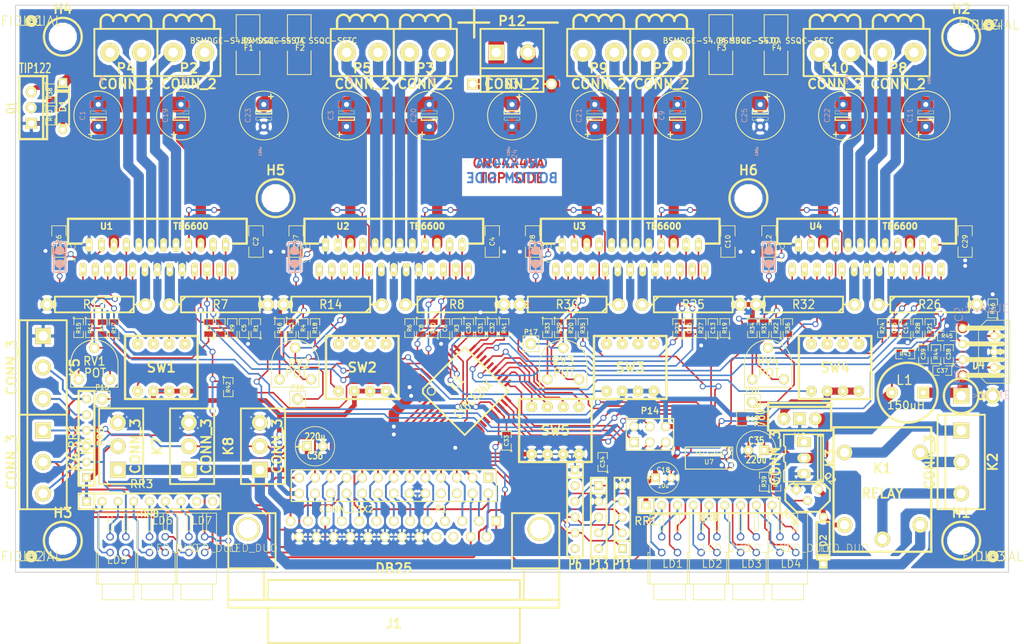
<source format=kicad_pcb>
(kicad_pcb (version 3) (host pcbnew "(2013-07-24 BZR 4251)-testing")
  (layers (15 F.Cu signal) (0 B.Cu signal) (18 B.Paste user) (19 F.Paste user) (20 B.SilkS user) (21 F.SilkS user) (22 B.Mask user) (23 F.Mask user) (28 Edge.Cuts user))
  (net 0 "")
  (net 1 +12V)
  (net 2 +5V)
  (net 3 //XRES)
  (net 4 /A-Alert)
  (net 5 /A-DIR)
  (net 6 /A-LTQ)
  (net 7 /A-MOut)
  (net 8 /A-STEP)
  (net 9 /AVcc)
  (net 10 "/SWD CLK")
  (net 11 "/SWD IO")
  (net 12 /V_Alim)
  (net 13 /X-Alert)
  (net 14 /X-DIR)
  (net 15 /X-LTQ)
  (net 16 /X-MOut)
  (net 17 /X-STEP)
  (net 18 /XVcc)
  (net 19 /Y-Alert)
  (net 20 /Y-DIR)
  (net 21 /Y-LTQ)
  (net 22 /Y-MOut)
  (net 23 /Y-STEP)
  (net 24 /YVcc)
  (net 25 /Z-Alert)
  (net 26 /Z-DIR)
  (net 27 /Z-LTQ)
  (net 28 /Z-MOut)
  (net 29 /Z-STEP)
  (net 30 /ZVcc)
  (net 31 /a_min)
  (net 32 /blink)
  (net 33 /clka)
  (net 34 /clkx)
  (net 35 /clky)
  (net 36 /clkz)
  (net 37 /dira)
  (net 38 /dirx)
  (net 39 /diry)
  (net 40 /dirz)
  (net 41 /e_stop)
  (net 42 /ena)
  (net 43 /spindle)
  (net 44 /x_min)
  (net 45 /y_min)
  (net 46 /z_min)
  (net 47 GND)
  (net 48 N-000001)
  (net 49 N-0000010)
  (net 50 N-00000104)
  (net 51 N-00000105)
  (net 52 N-00000106)
  (net 53 N-00000107)
  (net 54 N-00000108)
  (net 55 N-00000109)
  (net 56 N-00000110)
  (net 57 N-00000111)
  (net 58 N-00000112)
  (net 59 N-00000113)
  (net 60 N-00000114)
  (net 61 N-00000115)
  (net 62 N-00000116)
  (net 63 N-00000117)
  (net 64 N-00000118)
  (net 65 N-00000119)
  (net 66 N-0000012)
  (net 67 N-00000122)
  (net 68 N-00000124)
  (net 69 N-00000127)
  (net 70 N-00000128)
  (net 71 N-0000013)
  (net 72 N-00000133)
  (net 73 N-00000134)
  (net 74 N-00000135)
  (net 75 N-00000136)
  (net 76 N-00000137)
  (net 77 N-00000138)
  (net 78 N-00000139)
  (net 79 N-0000014)
  (net 80 N-00000140)
  (net 81 N-00000141)
  (net 82 N-00000142)
  (net 83 N-00000143)
  (net 84 N-00000144)
  (net 85 N-00000145)
  (net 86 N-00000146)
  (net 87 N-00000147)
  (net 88 N-00000148)
  (net 89 N-00000149)
  (net 90 N-0000015)
  (net 91 N-00000150)
  (net 92 N-00000151)
  (net 93 N-00000153)
  (net 94 N-00000154)
  (net 95 N-00000155)
  (net 96 N-00000156)
  (net 97 N-00000157)
  (net 98 N-00000158)
  (net 99 N-00000159)
  (net 100 N-0000016)
  (net 101 N-00000160)
  (net 102 N-00000161)
  (net 103 N-00000162)
  (net 104 N-00000163)
  (net 105 N-00000164)
  (net 106 N-00000165)
  (net 107 N-00000166)
  (net 108 N-00000167)
  (net 109 N-00000168)
  (net 110 N-0000017)
  (net 111 N-0000018)
  (net 112 N-0000019)
  (net 113 N-000002)
  (net 114 N-0000020)
  (net 115 N-0000021)
  (net 116 N-0000022)
  (net 117 N-0000023)
  (net 118 N-0000024)
  (net 119 N-0000029)
  (net 120 N-000003)
  (net 121 N-0000030)
  (net 122 N-0000031)
  (net 123 N-0000033)
  (net 124 N-0000034)
  (net 125 N-0000035)
  (net 126 N-0000036)
  (net 127 N-0000037)
  (net 128 N-0000038)
  (net 129 N-0000039)
  (net 130 N-0000040)
  (net 131 N-0000041)
  (net 132 N-0000042)
  (net 133 N-0000045)
  (net 134 N-0000046)
  (net 135 N-0000047)
  (net 136 N-0000048)
  (net 137 N-0000049)
  (net 138 N-0000051)
  (net 139 N-0000052)
  (net 140 N-0000053)
  (net 141 N-0000054)
  (net 142 N-0000055)
  (net 143 N-0000056)
  (net 144 N-0000057)
  (net 145 N-0000060)
  (net 146 N-0000061)
  (net 147 N-0000064)
  (net 148 N-0000065)
  (net 149 N-0000066)
  (net 150 N-0000068)
  (net 151 N-0000069)
  (net 152 N-0000070)
  (net 153 N-0000071)
  (net 154 N-0000072)
  (net 155 N-0000073)
  (net 156 N-0000074)
  (net 157 N-0000075)
  (net 158 N-0000077)
  (net 159 N-0000078)
  (net 160 N-0000079)
  (net 161 N-0000080)
  (net 162 N-0000081)
  (net 163 N-0000082)
  (net 164 N-0000083)
  (net 165 N-0000084)
  (net 166 N-0000085)
  (net 167 N-0000086)
  (net 168 N-0000091)
  (net 169 N-0000092)
  (module olimex-SPARKFUNEAGLE-6-6-07_FIDUCIAL-1.5X3 (layer F.Cu) (at 194.945 18.415)
    (fp_text reference LB4 (at 0 0) (layer F.SilkS))
    (fp_text value FIDUCIAL (at 0 0) (layer F.SilkS))
    (pad 1 smd circle (at 0 0) (size 1.4986 1.4986) (layers F.Cu F.Mask))
  )
  (module INDUCTOR_V (layer F.Cu) (at 181.864 77.724 180)
    (fp_text reference L1 (at 0.508 2.032 180) (layer F.SilkS) (effects (font (thickness 0.2032))))
    (fp_text value 150uH (at 0.254 -2.032 180) (layer F.SilkS) (effects (font (size 1.27 1.27) (thickness 0.2032))))
    (pad 1 thru_hole rect (at -2.54 0 180) (size 1.905 1.905) (drill 0.8128) (layers *.Cu *.Mask F.SilkS) (net 160 N-0000079))
    (pad 2 thru_hole circle (at 2.54 0 180) (size 1.905 1.905) (drill 0.8128) (layers *.Cu *.Mask F.SilkS) (net 1 +12V))
  )
  (module bornier2 (layer F.Cu) (at 118.11 22.86)
    (fp_text reference P12 (at 0 -5.08) (layer F.SilkS) (effects (font (thickness 0.3048))))
    (fp_text value CONN_2 (at 0 5.08) (layer F.SilkS) (effects (font (thickness 0.3048))))
    (pad 1 thru_hole rect (at -2.54 0) (size 2.54 2.54) (drill 1.524) (layers *.Cu *.Mask F.SilkS) (net 12 /V_Alim))
    (pad 2 thru_hole circle (at 2.54 0) (size 2.54 2.54) (drill 1.524) (layers *.Cu *.Mask F.SilkS) (net 47 GND))
  )
  (module MountingHole_3-5mm_RevA_Date21Jun2010 (layer F.Cu) (at 80.01 46.355)
    (fp_text reference H5 (at 0 -4.50088) (layer F.SilkS) (effects (font (thickness 0.3048))))
    (fp_text value MOUNT_HOLE hide)
    (pad "" np_thru_hole circle (at 0 0) (size 3.50012 3.50012) (drill 3.50012) (layers *.Cu))
  )
  (module LED_DUO (layer F.Cu) (at 143.51 102.235)
    (fp_text reference LD1 (at -1.27 3.81) (layer F.SilkS) (effects (font (size 1.2065 1.2065) (thickness 0.14478)) (justify left bottom)))
    (fp_text value LED_DUO (at 5.08 1.27) (layer F.SilkS) (effects (font (size 1.2065 1.2065) (thickness 0.09652)) (justify left bottom)))
    (pad LV_A thru_hole circle (at -1.27 1.27) (size 1.2192 1.2192) (drill 0.812799) (layers *.Cu *.Mask) (net 79 N-0000014))
    (pad LV_K thru_hole circle (at 1.27 1.27) (size 1.2192 1.2192) (drill 0.812799) (layers *.Cu *.Mask) (net 143 N-0000056))
    (pad LR_A thru_hole circle (at -1.27 -1.27) (size 1.2192 1.2192) (drill 0.812799) (layers *.Cu *.Mask) (net 71 N-0000013))
    (pad LR_K thru_hole circle (at 1.27 -1.27) (size 1.2192 1.2192) (drill 0.812799) (layers *.Cu *.Mask) (net 142 N-0000055))
  )
  (module PIN_ARRAY_1 (layer F.Cu) (at 52.07 78.74)
    (fp_text reference P15 (at 0 -1.905) (layer F.SilkS) (effects (font (size 0.762 0.762) (thickness 0.1524))))
    (fp_text value CONN_1 hide)
    (pad 1 thru_hole circle (at 0 0) (size 1.778 1.778) (drill 1.016) (layers *.Cu *.Mask F.SilkS) (net 61 N-00000115))
  )
  (module SM1206 (layer F.Cu) (at 76.835 53.34 270)
    (fp_text reference C2 (at 0 0 270) (layer F.SilkS) (effects (font (size 0.762 0.762) (thickness 0.127))))
    (fp_text value 1u hide)
    (pad 1 smd rect (at -1.651 0 270) (size 1.524 2.032) (layers F.Cu F.Paste F.Mask) (net 18 /XVcc))
    (pad 2 smd rect (at 1.651 0 270) (size 1.524 2.032) (layers F.Cu F.Paste F.Mask) (net 47 GND))
  )
  (module SM1206 (layer F.Cu) (at 114.935 53.34 270)
    (fp_text reference C4 (at 0 0 270) (layer F.SilkS) (effects (font (size 0.762 0.762) (thickness 0.127))))
    (fp_text value 1u hide)
    (pad 1 smd rect (at -1.651 0 270) (size 1.524 2.032) (layers F.Cu F.Paste F.Mask) (net 24 /YVcc))
    (pad 2 smd rect (at 1.651 0 270) (size 1.524 2.032) (layers F.Cu F.Paste F.Mask) (net 47 GND))
  )
  (module SM0805 (layer F.Cu) (at 74.93 67.31 90)
    (fp_text reference C5 (at 0 0 90) (layer F.SilkS) (effects (font (size 0.635 0.635) (thickness 0.127))))
    (fp_text value C hide)
    (pad 1 smd rect (at -0.9525 0 90) (size 0.889 1.397) (layers F.Cu F.Paste F.Mask) (net 47 GND))
    (pad 2 smd rect (at 0.9525 0 90) (size 0.889 1.397) (layers F.Cu F.Paste F.Mask) (net 64 N-00000118))
  )
  (module SM0805 (layer F.Cu) (at 107.315 67.31 90)
    (fp_text reference C6 (at 0 0 90) (layer F.SilkS) (effects (font (size 0.635 0.635) (thickness 0.127))))
    (fp_text value C hide)
    (pad 1 smd rect (at -0.9525 0 90) (size 0.889 1.397) (layers F.Cu F.Paste F.Mask) (net 47 GND))
    (pad 2 smd rect (at 0.9525 0 90) (size 0.889 1.397) (layers F.Cu F.Paste F.Mask) (net 95 N-00000155))
  )
  (module SM0805 (layer F.Cu) (at 71.12 67.31 270)
    (fp_text reference C7 (at 0 0 270) (layer F.SilkS) (effects (font (size 0.635 0.635) (thickness 0.127))))
    (fp_text value 100n hide)
    (pad 1 smd rect (at -0.9525 0 270) (size 0.889 1.397) (layers F.Cu F.Paste F.Mask) (net 65 N-00000119))
    (pad 2 smd rect (at 0.9525 0 270) (size 0.889 1.397) (layers F.Cu F.Paste F.Mask) (net 47 GND))
  )
  (module SM0805 (layer F.Cu) (at 103.505 67.31 270)
    (fp_text reference C8 (at 0 0 270) (layer F.SilkS) (effects (font (size 0.635 0.635) (thickness 0.127))))
    (fp_text value 100n hide)
    (pad 1 smd rect (at -0.9525 0 270) (size 0.889 1.397) (layers F.Cu F.Paste F.Mask) (net 109 N-00000168))
    (pad 2 smd rect (at 0.9525 0 270) (size 0.889 1.397) (layers F.Cu F.Paste F.Mask) (net 47 GND))
  )
  (module SM1206 (layer F.Cu) (at 152.908 53.34 270)
    (fp_text reference C10 (at 0 0 270) (layer F.SilkS) (effects (font (size 0.762 0.762) (thickness 0.127))))
    (fp_text value 1u hide)
    (pad 1 smd rect (at -1.651 0 270) (size 1.524 2.032) (layers F.Cu F.Paste F.Mask) (net 30 /ZVcc))
    (pad 2 smd rect (at 1.651 0 270) (size 1.524 2.032) (layers F.Cu F.Paste F.Mask) (net 47 GND))
  )
  (module SM1206 (layer F.Cu) (at 159.512 53.34 270)
    (fp_text reference C12 (at 0 0 270) (layer F.SilkS) (effects (font (size 0.762 0.762) (thickness 0.127))))
    (fp_text value 1u hide)
    (pad 1 smd rect (at -1.651 0 270) (size 1.524 2.032) (layers F.Cu F.Paste F.Mask) (net 9 /AVcc))
    (pad 2 smd rect (at 1.651 0 270) (size 1.524 2.032) (layers F.Cu F.Paste F.Mask) (net 47 GND))
  )
  (module SM0805 (layer F.Cu) (at 150.495 67.31 90)
    (fp_text reference C13 (at 0 0 90) (layer F.SilkS) (effects (font (size 0.635 0.635) (thickness 0.127))))
    (fp_text value C hide)
    (pad 1 smd rect (at -0.9525 0 90) (size 0.889 1.397) (layers F.Cu F.Paste F.Mask) (net 47 GND))
    (pad 2 smd rect (at 0.9525 0 90) (size 0.889 1.397) (layers F.Cu F.Paste F.Mask) (net 78 N-00000139))
  )
  (module SM0805 (layer F.Cu) (at 181.61 67.31 90)
    (fp_text reference C14 (at 0 0 90) (layer F.SilkS) (effects (font (size 0.635 0.635) (thickness 0.127))))
    (fp_text value C hide)
    (pad 1 smd rect (at -0.9525 0 90) (size 0.889 1.397) (layers F.Cu F.Paste F.Mask) (net 47 GND))
    (pad 2 smd rect (at 0.9525 0 90) (size 0.889 1.397) (layers F.Cu F.Paste F.Mask) (net 150 N-0000068))
  )
  (module SM0805 (layer F.Cu) (at 146.685 67.31 270)
    (fp_text reference C15 (at 0 0 270) (layer F.SilkS) (effects (font (size 0.635 0.635) (thickness 0.127))))
    (fp_text value 100n hide)
    (pad 1 smd rect (at -0.9525 0 270) (size 0.889 1.397) (layers F.Cu F.Paste F.Mask) (net 93 N-00000153))
    (pad 2 smd rect (at 0.9525 0 270) (size 0.889 1.397) (layers F.Cu F.Paste F.Mask) (net 47 GND))
  )
  (module SM0805 (layer F.Cu) (at 179.705 67.31 270)
    (fp_text reference C16 (at 0 0 270) (layer F.SilkS) (effects (font (size 0.635 0.635) (thickness 0.127))))
    (fp_text value 100n hide)
    (pad 1 smd rect (at -0.9525 0 270) (size 0.889 1.397) (layers F.Cu F.Paste F.Mask) (net 146 N-0000061))
    (pad 2 smd rect (at 0.9525 0 270) (size 0.889 1.397) (layers F.Cu F.Paste F.Mask) (net 47 GND))
  )
  (module C1V5 (layer F.Cu) (at 142.494 91.44)
    (fp_text reference C18 (at 0 -1.26746) (layer F.SilkS) (effects (font (size 0.762 0.762) (thickness 0.127))))
    (fp_text value 10u (at 0 1.27) (layer F.SilkS) (effects (font (size 0.762 0.635) (thickness 0.127))))
    (fp_text user + (at -2.286 0) (layer F.SilkS) (effects (font (size 0.762 0.762) (thickness 0.2032))))
    (pad 1 thru_hole rect (at -1.27 0) (size 1.397 1.397) (drill 0.8128) (layers *.Cu *.Mask F.SilkS) (net 2 +5V))
    (pad 2 thru_hole circle (at 1.27 0) (size 1.397 1.397) (drill 0.8128) (layers *.Cu *.Mask F.SilkS) (net 47 GND))
  )
  (module D3 (layer F.Cu) (at 45.72 31.496 90)
    (fp_text reference D1 (at 0 0 90) (layer F.SilkS) (effects (font (size 1.016 1.016) (thickness 0.2032))))
    (fp_text value 39V hide)
    (pad 2 thru_hole rect (at 3.81 0 90) (size 1.397 1.397) (drill 0.8128) (layers *.Cu *.Mask F.SilkS) (net 12 /V_Alim))
    (pad 1 thru_hole circle (at -3.81 0 90) (size 1.397 1.397) (drill 0.8128) (layers *.Cu *.Mask F.SilkS) (net 120 N-000003))
  )
  (module D3 (layer F.Cu) (at 168.275 101.6 270)
    (fp_text reference D2 (at 0 0 270) (layer F.SilkS) (effects (font (size 1.016 1.016) (thickness 0.2032))))
    (fp_text value DIODE hide)
    (pad 2 thru_hole rect (at 3.81 0 270) (size 1.397 1.397) (drill 0.8128) (layers *.Cu *.Mask F.SilkS) (net 1 +12V))
    (pad 1 thru_hole circle (at -3.81 0 270) (size 1.397 1.397) (drill 0.8128) (layers *.Cu *.Mask F.SilkS) (net 113 N-000002))
  )
  (module D5 (layer F.Cu) (at 118.11 27.94 180)
    (fp_text reference D3 (at 0 0 180) (layer F.SilkS) (effects (font (size 1.524 1.016) (thickness 0.3048))))
    (fp_text value "Transil 1.5KE39" hide)
    (pad 1 thru_hole circle (at -6.35 0 180) (size 1.778 1.778) (drill 1.143) (layers *.Cu *.Mask F.SilkS) (net 47 GND))
    (pad 2 thru_hole rect (at 6.35 0 180) (size 1.778 1.778) (drill 1.143) (layers *.Cu *.Mask F.SilkS) (net 12 /V_Alim))
  )
  (module TQFP44 (layer F.Cu) (at 110.49 77.47 45)
    (fp_text reference IC1 (at 0 -1.905 45) (layer F.SilkS) (effects (font (size 1.524 1.016) (thickness 0.2032))))
    (fp_text value CY8C424X (at 0 1.905 45) (layer F.SilkS) (effects (font (size 1.524 1.016) (thickness 0.2032))))
    (pad 39 smd rect (at 0 -5.715 45) (size 0.4064 1.524) (layers F.Cu F.Paste F.Mask) (net 20 /Y-DIR))
    (pad 40 smd rect (at -0.8001 -5.715 45) (size 0.4064 1.524) (layers F.Cu F.Paste F.Mask) (net 23 /Y-STEP))
    (pad 41 smd rect (at -1.6002 -5.715 45) (size 0.4064 1.524) (layers F.Cu F.Paste F.Mask) (net 21 /Y-LTQ))
    (pad 42 smd rect (at -2.4003 -5.715 45) (size 0.4064 1.524) (layers F.Cu F.Paste F.Mask) (net 14 /X-DIR))
    (pad 43 smd rect (at -3.2004 -5.715 45) (size 0.4064 1.524) (layers F.Cu F.Paste F.Mask) (net 17 /X-STEP))
    (pad 44 smd rect (at -4.0005 -5.715 45) (size 0.4064 1.524) (layers F.Cu F.Paste F.Mask) (net 15 /X-LTQ))
    (pad 38 smd rect (at 0.8001 -5.715 45) (size 0.4064 1.524) (layers F.Cu F.Paste F.Mask) (net 27 /Z-LTQ))
    (pad 37 smd rect (at 1.6002 -5.715 45) (size 0.4064 1.524) (layers F.Cu F.Paste F.Mask) (net 29 /Z-STEP))
    (pad 36 smd rect (at 2.4003 -5.715 45) (size 0.4064 1.524) (layers F.Cu F.Paste F.Mask) (net 47 GND))
    (pad 35 smd rect (at 3.2004 -5.715 45) (size 0.4064 1.524) (layers F.Cu F.Paste F.Mask) (net 2 +5V))
    (pad 34 smd rect (at 4.0005 -5.715 45) (size 0.4064 1.524) (layers F.Cu F.Paste F.Mask) (net 2 +5V))
    (pad 17 smd rect (at 0 5.715 45) (size 0.4064 1.524) (layers F.Cu F.Paste F.Mask) (net 72 N-00000133))
    (pad 16 smd rect (at -0.8001 5.715 45) (size 0.4064 1.524) (layers F.Cu F.Paste F.Mask) (net 73 N-00000134))
    (pad 15 smd rect (at -1.6002 5.715 45) (size 0.4064 1.524) (layers F.Cu F.Paste F.Mask) (net 74 N-00000135))
    (pad 14 smd rect (at -2.4003 5.715 45) (size 0.4064 1.524) (layers F.Cu F.Paste F.Mask) (net 10 "/SWD CLK"))
    (pad 13 smd rect (at -3.2004 5.715 45) (size 0.4064 1.524) (layers F.Cu F.Paste F.Mask) (net 11 "/SWD IO"))
    (pad 12 smd rect (at -4.0005 5.715 45) (size 0.4064 1.524) (layers F.Cu F.Paste F.Mask) (net 62 N-00000116))
    (pad 18 smd rect (at 0.8001 5.715 45) (size 0.4064 1.524) (layers F.Cu F.Paste F.Mask) (net 32 /blink))
    (pad 19 smd rect (at 1.6002 5.715 45) (size 0.4064 1.524) (layers F.Cu F.Paste F.Mask) (net 2 +5V))
    (pad 20 smd rect (at 2.4003 5.715 45) (size 0.4064 1.524) (layers F.Cu F.Paste F.Mask) (net 154 N-0000072))
    (pad 21 smd rect (at 3.2004 5.715 45) (size 0.4064 1.524) (layers F.Cu F.Paste F.Mask) (net 153 N-0000071))
    (pad 22 smd rect (at 4.0005 5.715 45) (size 0.4064 1.524) (layers F.Cu F.Paste F.Mask) (net 157 N-0000075))
    (pad 6 smd rect (at -5.715 0 45) (size 1.524 0.4064) (layers F.Cu F.Paste F.Mask) (net 35 /clky))
    (pad 28 smd rect (at 5.715 0 45) (size 1.524 0.4064) (layers F.Cu F.Paste F.Mask) (net 5 /A-DIR))
    (pad 7 smd rect (at -5.715 0.8001 45) (size 1.524 0.4064) (layers F.Cu F.Paste F.Mask) (net 39 /diry))
    (pad 27 smd rect (at 5.715 0.8001 45) (size 1.524 0.4064) (layers F.Cu F.Paste F.Mask) (net 144 N-0000057))
    (pad 26 smd rect (at 5.715 1.6002 45) (size 1.524 0.4064) (layers F.Cu F.Paste F.Mask) (net 118 N-0000024))
    (pad 8 smd rect (at -5.715 1.6002 45) (size 1.524 0.4064) (layers F.Cu F.Paste F.Mask) (net 34 /clkx))
    (pad 9 smd rect (at -5.715 2.4003 45) (size 1.524 0.4064) (layers F.Cu F.Paste F.Mask) (net 38 /dirx))
    (pad 25 smd rect (at 5.715 2.4003 45) (size 1.524 0.4064) (layers F.Cu F.Paste F.Mask) (net 117 N-0000023))
    (pad 24 smd rect (at 5.715 3.2004 45) (size 1.524 0.4064) (layers F.Cu F.Paste F.Mask) (net 116 N-0000022))
    (pad 10 smd rect (at -5.715 3.2004 45) (size 1.524 0.4064) (layers F.Cu F.Paste F.Mask) (net 47 GND))
    (pad 11 smd rect (at -5.715 4.0005 45) (size 1.524 0.4064) (layers F.Cu F.Paste F.Mask) (net 145 N-0000060))
    (pad 23 smd rect (at 5.715 4.0005 45) (size 1.524 0.4064) (layers F.Cu F.Paste F.Mask) (net 155 N-0000073))
    (pad 29 smd rect (at 5.715 -0.8001 45) (size 1.524 0.4064) (layers F.Cu F.Paste F.Mask) (net 8 /A-STEP))
    (pad 5 smd rect (at -5.715 -0.8001 45) (size 1.524 0.4064) (layers F.Cu F.Paste F.Mask) (net 40 /dirz))
    (pad 4 smd rect (at -5.715 -1.6002 45) (size 1.524 0.4064) (layers F.Cu F.Paste F.Mask) (net 36 /clkz))
    (pad 30 smd rect (at 5.715 -1.6002 45) (size 1.524 0.4064) (layers F.Cu F.Paste F.Mask) (net 6 /A-LTQ))
    (pad 31 smd rect (at 5.715 -2.4003 45) (size 1.524 0.4064) (layers F.Cu F.Paste F.Mask) (net 26 /Z-DIR))
    (pad 3 smd rect (at -5.715 -2.4003 45) (size 1.524 0.4064) (layers F.Cu F.Paste F.Mask) (net 37 /dira))
    (pad 2 smd rect (at -5.715 -3.2004 45) (size 1.524 0.4064) (layers F.Cu F.Paste F.Mask) (net 33 /clka))
    (pad 32 smd rect (at 5.715 -3.2004 45) (size 1.524 0.4064) (layers F.Cu F.Paste F.Mask) (net 3 //XRES))
    (pad 33 smd rect (at 5.715 -4.0005 45) (size 1.524 0.4064) (layers F.Cu F.Paste F.Mask) (net 151 N-0000069))
    (pad 1 smd rect (at -5.715 -4.0005 45) (size 1.524 0.4064) (layers F.Cu F.Paste F.Mask) (net 47 GND))
  )
  (module DB25FC (layer F.Cu) (at 99.06 99.695 180)
    (fp_text reference J1 (at 0 -15.24 180) (layer F.SilkS) (effects (font (thickness 0.3048))))
    (fp_text value DB25 (at 0 -6.35 180) (layer F.SilkS) (effects (font (thickness 0.3048))))
    (pad "" thru_hole circle (at 23.495 0 180) (size 3.81 3.81) (drill 3.048) (layers *.Cu *.Mask F.SilkS))
    (pad "" thru_hole circle (at -23.495 0 180) (size 3.81 3.81) (drill 3.048) (layers *.Cu *.Mask F.SilkS))
    (pad 1 thru_hole rect (at -16.51 1.27 180) (size 1.524 1.524) (drill 1.016) (layers *.Cu *.Mask F.SilkS) (net 43 /spindle))
    (pad 2 thru_hole circle (at -13.716 1.27 180) (size 1.524 1.524) (drill 1.016) (layers *.Cu *.Mask F.SilkS) (net 38 /dirx))
    (pad 3 thru_hole circle (at -11.049 1.27 180) (size 1.524 1.524) (drill 1.016) (layers *.Cu *.Mask F.SilkS) (net 34 /clkx))
    (pad 4 thru_hole circle (at -8.255 1.27 180) (size 1.524 1.524) (drill 1.016) (layers *.Cu *.Mask F.SilkS) (net 39 /diry))
    (pad 5 thru_hole circle (at -5.461 1.27 180) (size 1.524 1.524) (drill 1.016) (layers *.Cu *.Mask F.SilkS) (net 35 /clky))
    (pad 6 thru_hole circle (at -2.667 1.27 180) (size 1.524 1.524) (drill 1.016) (layers *.Cu *.Mask F.SilkS) (net 40 /dirz))
    (pad 7 thru_hole circle (at 0 1.27 180) (size 1.524 1.524) (drill 1.016) (layers *.Cu *.Mask F.SilkS) (net 36 /clkz))
    (pad 8 thru_hole circle (at 2.794 1.27 180) (size 1.524 1.524) (drill 1.016) (layers *.Cu *.Mask F.SilkS) (net 37 /dira))
    (pad 9 thru_hole circle (at 5.588 1.27 180) (size 1.524 1.524) (drill 1.016) (layers *.Cu *.Mask F.SilkS) (net 33 /clka))
    (pad 10 thru_hole circle (at 8.382 1.27 180) (size 1.524 1.524) (drill 1.016) (layers *.Cu *.Mask F.SilkS) (net 31 /a_min))
    (pad 11 thru_hole circle (at 11.049 1.27 180) (size 1.524 1.524) (drill 1.016) (layers *.Cu *.Mask F.SilkS) (net 46 /z_min))
    (pad 12 thru_hole circle (at 13.843 1.27 180) (size 1.524 1.524) (drill 1.016) (layers *.Cu *.Mask F.SilkS) (net 45 /y_min))
    (pad 13 thru_hole circle (at 16.637 1.27 180) (size 1.524 1.524) (drill 1.016) (layers *.Cu *.Mask F.SilkS) (net 44 /x_min))
    (pad 14 thru_hole circle (at -14.9352 -1.27 180) (size 1.524 1.524) (drill 1.016) (layers *.Cu *.Mask F.SilkS) (net 42 /ena))
    (pad 15 thru_hole circle (at -12.3952 -1.27 180) (size 1.524 1.524) (drill 1.016) (layers *.Cu *.Mask F.SilkS) (net 41 /e_stop))
    (pad 16 thru_hole circle (at -9.6012 -1.27 180) (size 1.524 1.524) (drill 1.016) (layers *.Cu *.Mask F.SilkS) (net 70 N-00000128))
    (pad 17 thru_hole circle (at -6.858 -1.27 180) (size 1.524 1.524) (drill 1.016) (layers *.Cu *.Mask F.SilkS) (net 69 N-00000127))
    (pad 18 thru_hole circle (at -4.1148 -1.27 180) (size 1.524 1.524) (drill 1.016) (layers *.Cu *.Mask F.SilkS) (net 47 GND))
    (pad 19 thru_hole circle (at -1.3208 -1.27 180) (size 1.524 1.524) (drill 1.016) (layers *.Cu *.Mask F.SilkS) (net 47 GND))
    (pad 20 thru_hole circle (at 1.4224 -1.27 180) (size 1.524 1.524) (drill 1.016) (layers *.Cu *.Mask F.SilkS) (net 47 GND))
    (pad 21 thru_hole circle (at 4.1656 -1.27 180) (size 1.524 1.524) (drill 1.016) (layers *.Cu *.Mask F.SilkS) (net 47 GND))
    (pad 22 thru_hole circle (at 7.0104 -1.27 180) (size 1.524 1.524) (drill 1.016) (layers *.Cu *.Mask F.SilkS) (net 47 GND))
    (pad 23 thru_hole circle (at 9.7028 -1.27 180) (size 1.524 1.524) (drill 1.016) (layers *.Cu *.Mask F.SilkS) (net 47 GND))
    (pad 24 thru_hole circle (at 12.446 -1.27 180) (size 1.524 1.524) (drill 1.016) (layers *.Cu *.Mask F.SilkS) (net 47 GND))
    (pad 25 thru_hole circle (at 15.24 -1.27 180) (size 1.524 1.524) (drill 1.016) (layers *.Cu *.Mask F.SilkS) (net 47 GND))
  )
  (module pin_array_13x2 (layer F.Cu) (at 99.06 92.71 180)
    (fp_text reference P1 (at -7.62 -3.81 180) (layer F.SilkS) (effects (font (size 1.016 1.016) (thickness 0.2032))))
    (fp_text value CONN_13X2 (at 7.62 -3.81 180) (layer F.SilkS) (effects (font (size 1.016 1.016) (thickness 0.2032))))
    (pad 1 thru_hole rect (at -15.24 1.27 180) (size 1.524 1.524) (drill 0.8128) (layers *.Cu *.Mask F.SilkS) (net 43 /spindle))
    (pad 2 thru_hole circle (at -15.24 -1.27 180) (size 1.524 1.524) (drill 1.016) (layers *.Cu *.Mask F.SilkS) (net 42 /ena))
    (pad 3 thru_hole circle (at -12.7 1.27 180) (size 1.524 1.524) (drill 1.016) (layers *.Cu *.Mask F.SilkS) (net 38 /dirx))
    (pad 4 thru_hole circle (at -12.7 -1.27 180) (size 1.524 1.524) (drill 1.016) (layers *.Cu *.Mask F.SilkS) (net 41 /e_stop))
    (pad 5 thru_hole circle (at -10.16 1.27 180) (size 1.524 1.524) (drill 1.016) (layers *.Cu *.Mask F.SilkS) (net 34 /clkx))
    (pad 6 thru_hole circle (at -10.16 -1.27 180) (size 1.524 1.524) (drill 1.016) (layers *.Cu *.Mask F.SilkS) (net 68 N-00000124))
    (pad 7 thru_hole circle (at -7.62 1.27 180) (size 1.524 1.524) (drill 1.016) (layers *.Cu *.Mask F.SilkS) (net 39 /diry))
    (pad 8 thru_hole circle (at -7.62 -1.27 180) (size 1.524 1.524) (drill 1.016) (layers *.Cu *.Mask F.SilkS) (net 67 N-00000122))
    (pad 9 thru_hole circle (at -5.08 1.27 180) (size 1.524 1.524) (drill 1.016) (layers *.Cu *.Mask F.SilkS) (net 35 /clky))
    (pad 10 thru_hole circle (at -5.08 -1.27 180) (size 1.524 1.524) (drill 1.016) (layers *.Cu *.Mask F.SilkS) (net 47 GND))
    (pad 11 thru_hole circle (at -2.54 1.27 180) (size 1.524 1.524) (drill 1.016) (layers *.Cu *.Mask F.SilkS) (net 40 /dirz))
    (pad 12 thru_hole circle (at -2.54 -1.27 180) (size 1.524 1.524) (drill 1.016) (layers *.Cu *.Mask F.SilkS) (net 47 GND))
    (pad 13 thru_hole circle (at 0 1.27 180) (size 1.524 1.524) (drill 1.016) (layers *.Cu *.Mask F.SilkS) (net 36 /clkz))
    (pad 14 thru_hole circle (at 0 -1.27 180) (size 1.524 1.524) (drill 1.016) (layers *.Cu *.Mask F.SilkS) (net 47 GND))
    (pad 15 thru_hole circle (at 2.54 1.27 180) (size 1.524 1.524) (drill 1.016) (layers *.Cu *.Mask F.SilkS) (net 37 /dira))
    (pad 16 thru_hole circle (at 2.54 -1.27 180) (size 1.524 1.524) (drill 1.016) (layers *.Cu *.Mask F.SilkS) (net 47 GND))
    (pad 17 thru_hole circle (at 5.08 1.27 180) (size 1.524 1.524) (drill 1.016) (layers *.Cu *.Mask F.SilkS) (net 33 /clka))
    (pad 18 thru_hole circle (at 5.08 -1.27 180) (size 1.524 1.524) (drill 1.016) (layers *.Cu *.Mask F.SilkS) (net 47 GND))
    (pad 19 thru_hole circle (at 7.62 1.27 180) (size 1.524 1.524) (drill 1.016) (layers *.Cu *.Mask F.SilkS) (net 31 /a_min))
    (pad 20 thru_hole circle (at 7.62 -1.27 180) (size 1.524 1.524) (drill 1.016) (layers *.Cu *.Mask F.SilkS) (net 47 GND))
    (pad 21 thru_hole circle (at 10.16 1.27 180) (size 1.524 1.524) (drill 1.016) (layers *.Cu *.Mask F.SilkS) (net 46 /z_min))
    (pad 22 thru_hole circle (at 10.16 -1.27 180) (size 1.524 1.524) (drill 1.016) (layers *.Cu *.Mask F.SilkS) (net 47 GND))
    (pad 23 thru_hole circle (at 12.7 1.27 180) (size 1.524 1.524) (drill 1.016) (layers *.Cu *.Mask F.SilkS) (net 45 /y_min))
    (pad 24 thru_hole circle (at 12.7 -1.27 180) (size 1.524 1.524) (drill 1.016) (layers *.Cu *.Mask F.SilkS) (net 47 GND))
    (pad 25 thru_hole circle (at 15.24 1.27 180) (size 1.524 1.524) (drill 1.016) (layers *.Cu *.Mask F.SilkS) (net 44 /x_min))
    (pad 26 thru_hole circle (at 15.24 -1.27 180) (size 1.524 1.524) (drill 1.016) (layers *.Cu *.Mask F.SilkS) (net 2 +5V))
  )
  (module SIL-6 (layer F.Cu) (at 128.27 96.52 270)
    (fp_text reference P6 (at 8.89 0 360) (layer F.SilkS) (effects (font (size 1.72974 1.08712) (thickness 0.3048))))
    (fp_text value CONN_6 hide)
    (pad 1 thru_hole rect (at -6.35 0 270) (size 1.397 1.397) (drill 0.8128) (layers *.Cu *.Mask F.SilkS) (net 47 GND))
    (pad 2 thru_hole circle (at -3.81 0 270) (size 1.397 1.397) (drill 0.8128) (layers *.Cu *.Mask F.SilkS) (net 76 N-00000137))
    (pad 3 thru_hole circle (at -1.27 0 270) (size 1.397 1.397) (drill 0.8128) (layers *.Cu *.Mask F.SilkS) (net 2 +5V))
    (pad 4 thru_hole circle (at 1.27 0 270) (size 1.397 1.397) (drill 0.8128) (layers *.Cu *.Mask F.SilkS) (net 62 N-00000116))
    (pad 5 thru_hole circle (at 3.81 0 270) (size 1.397 1.397) (drill 0.8128) (layers *.Cu *.Mask F.SilkS) (net 145 N-0000060))
    (pad 6 thru_hole circle (at 6.35 0 270) (size 1.397 1.397) (drill 0.8128) (layers *.Cu *.Mask F.SilkS) (net 75 N-00000136))
  )
  (module SIL-5 (layer F.Cu) (at 135.89 96.52 90)
    (fp_text reference P11 (at -8.89 0 360) (layer F.SilkS) (effects (font (size 1.72974 1.08712) (thickness 0.3048))))
    (fp_text value CONN_5 hide)
    (pad 1 thru_hole rect (at -6.35 0 90) (size 1.397 1.397) (drill 0.8128) (layers *.Cu *.Mask F.SilkS) (net 145 N-0000060))
    (pad 2 thru_hole circle (at -3.81 0 90) (size 1.397 1.397) (drill 0.8128) (layers *.Cu *.Mask F.SilkS) (net 62 N-00000116))
    (pad 3 thru_hole circle (at -1.27 0 90) (size 1.397 1.397) (drill 0.8128) (layers *.Cu *.Mask F.SilkS) (net 11 "/SWD IO"))
    (pad 4 thru_hole circle (at 1.27 0 90) (size 1.397 1.397) (drill 0.8128) (layers *.Cu *.Mask F.SilkS) (net 10 "/SWD CLK"))
    (pad 5 thru_hole circle (at 3.81 0 90) (size 1.397 1.397) (drill 0.8128) (layers *.Cu *.Mask F.SilkS) (net 47 GND))
  )
  (module SIL-5 (layer F.Cu) (at 132.08 99.06 270)
    (fp_text reference P13 (at 6.35 0 360) (layer F.SilkS) (effects (font (size 1.72974 1.08712) (thickness 0.3048))))
    (fp_text value CONN_5 hide)
    (pad 1 thru_hole rect (at -6.35 0 270) (size 1.397 1.397) (drill 0.8128) (layers *.Cu *.Mask F.SilkS) (net 2 +5V))
    (pad 2 thru_hole circle (at -3.81 0 270) (size 1.397 1.397) (drill 0.8128) (layers *.Cu *.Mask F.SilkS) (net 47 GND))
    (pad 3 thru_hole circle (at -1.27 0 270) (size 1.397 1.397) (drill 0.8128) (layers *.Cu *.Mask F.SilkS) (net 3 //XRES))
    (pad 4 thru_hole circle (at 1.27 0 270) (size 1.397 1.397) (drill 0.8128) (layers *.Cu *.Mask F.SilkS) (net 10 "/SWD CLK"))
    (pad 5 thru_hole circle (at 3.81 0 270) (size 1.397 1.397) (drill 0.8128) (layers *.Cu *.Mask F.SilkS) (net 11 "/SWD IO"))
  )
  (module TO220_VERT (layer F.Cu) (at 40.64 31.75)
    (fp_text reference Q1 (at -3.175 0 90) (layer F.SilkS) (effects (font (size 1.524 1.016) (thickness 0.2032))))
    (fp_text value TIP122 (at 0.635 -6.35) (layer F.SilkS) (effects (font (size 1.524 1.016) (thickness 0.2032))))
    (pad 2 thru_hole circle (at 0 -2.54) (size 1.778 1.778) (drill 1.016) (layers *.Cu *.Mask F.SilkS) (net 49 N-0000010))
    (pad 3 thru_hole circle (at 0 0) (size 1.778 1.778) (drill 1.016) (layers *.Cu *.Mask F.SilkS) (net 12 /V_Alim))
    (pad 1 thru_hole rect (at 0 2.54) (size 1.778 1.778) (drill 1.016) (layers *.Cu *.Mask F.SilkS) (net 47 GND))
  )
  (module TO92 (layer F.Cu) (at 165.735 93.345 135)
    (fp_text reference Q2 (at -1.27 3.81 135) (layer F.SilkS) (effects (font (size 1.016 1.016) (thickness 0.2032))))
    (fp_text value NPN (at -1.27 -5.08 135) (layer F.SilkS) (effects (font (size 1.016 1.016) (thickness 0.2032))))
    (pad 1 thru_hole rect (at 1.27 -1.27 135) (size 1.397 1.397) (drill 0.8128) (layers *.Cu *.Mask F.SilkS) (net 47 GND))
    (pad 2 thru_hole circle (at -1.27 -1.27 135) (size 1.397 1.397) (drill 0.8128) (layers *.Cu *.Mask F.SilkS) (net 48 N-000001))
    (pad 3 thru_hole circle (at -1.27 1.27 135) (size 1.397 1.397) (drill 0.8128) (layers *.Cu *.Mask F.SilkS) (net 113 N-000002))
  )
  (module SM0805 (layer F.Cu) (at 76.835 67.31 90)
    (fp_text reference R1 (at 0 0 90) (layer F.SilkS) (effects (font (size 0.635 0.635) (thickness 0.127))))
    (fp_text value 51k hide)
    (pad 1 smd rect (at -0.9525 0 90) (size 0.889 1.397) (layers F.Cu F.Paste F.Mask) (net 64 N-00000118))
    (pad 2 smd rect (at 0.9525 0 90) (size 0.889 1.397) (layers F.Cu F.Paste F.Mask) (net 16 /X-MOut))
  )
  (module SM0805 (layer F.Cu) (at 52.07 67.31 90)
    (fp_text reference R2 (at 0 0 90) (layer F.SilkS) (effects (font (size 0.635 0.635) (thickness 0.127))))
    (fp_text value 51k hide)
    (pad 1 smd rect (at -0.9525 0 90) (size 0.889 1.397) (layers F.Cu F.Paste F.Mask) (net 64 N-00000118))
    (pad 2 smd rect (at 0.9525 0 90) (size 0.889 1.397) (layers F.Cu F.Paste F.Mask) (net 13 /X-Alert))
  )
  (module SM0805 (layer F.Cu) (at 109.22 67.31 90)
    (fp_text reference R3 (at 0 0 90) (layer F.SilkS) (effects (font (size 0.635 0.635) (thickness 0.127))))
    (fp_text value 51k hide)
    (pad 1 smd rect (at -0.9525 0 90) (size 0.889 1.397) (layers F.Cu F.Paste F.Mask) (net 95 N-00000155))
    (pad 2 smd rect (at 0.9525 0 90) (size 0.889 1.397) (layers F.Cu F.Paste F.Mask) (net 22 /Y-MOut))
  )
  (module SM0805 (layer F.Cu) (at 84.455 67.31 90)
    (fp_text reference R4 (at 0 0 90) (layer F.SilkS) (effects (font (size 0.635 0.635) (thickness 0.127))))
    (fp_text value 51k hide)
    (pad 1 smd rect (at -0.9525 0 90) (size 0.889 1.397) (layers F.Cu F.Paste F.Mask) (net 95 N-00000155))
    (pad 2 smd rect (at 0.9525 0 90) (size 0.889 1.397) (layers F.Cu F.Paste F.Mask) (net 19 /Y-Alert))
  )
  (module SM0805 (layer F.Cu) (at 69.215 67.31 90)
    (fp_text reference R5 (at 0 0 90) (layer F.SilkS) (effects (font (size 0.635 0.635) (thickness 0.127))))
    (fp_text value R hide)
    (pad 1 smd rect (at -0.9525 0 90) (size 0.889 1.397) (layers F.Cu F.Paste F.Mask) (net 64 N-00000118))
    (pad 2 smd rect (at 0.9525 0 90) (size 0.889 1.397) (layers F.Cu F.Paste F.Mask) (net 65 N-00000119))
  )
  (module SM0805 (layer F.Cu) (at 101.6 67.31 90)
    (fp_text reference R6 (at 0 0 90) (layer F.SilkS) (effects (font (size 0.635 0.635) (thickness 0.127))))
    (fp_text value R hide)
    (pad 1 smd rect (at -0.9525 0 90) (size 0.889 1.397) (layers F.Cu F.Paste F.Mask) (net 95 N-00000155))
    (pad 2 smd rect (at 0.9525 0 90) (size 0.889 1.397) (layers F.Cu F.Paste F.Mask) (net 109 N-00000168))
  )
  (module SM0805 (layer F.Cu) (at 73.025 67.31 90)
    (fp_text reference R9 (at 0 0 90) (layer F.SilkS) (effects (font (size 0.635 0.635) (thickness 0.127))))
    (fp_text value 51k hide)
    (pad 1 smd rect (at -0.9525 0 90) (size 0.889 1.397) (layers F.Cu F.Paste F.Mask) (net 47 GND))
    (pad 2 smd rect (at 0.9525 0 90) (size 0.889 1.397) (layers F.Cu F.Paste F.Mask) (net 54 N-00000108))
  )
  (module SM0805 (layer F.Cu) (at 105.41 67.31 90)
    (fp_text reference R10 (at 0 0 90) (layer F.SilkS) (effects (font (size 0.635 0.635) (thickness 0.127))))
    (fp_text value 51k hide)
    (pad 1 smd rect (at -0.9525 0 90) (size 0.889 1.397) (layers F.Cu F.Paste F.Mask) (net 47 GND))
    (pad 2 smd rect (at 0.9525 0 90) (size 0.889 1.397) (layers F.Cu F.Paste F.Mask) (net 98 N-00000158))
  )
  (module SM0805 (layer F.Cu) (at 50.165 67.31 270)
    (fp_text reference R11 (at 0 0 270) (layer F.SilkS) (effects (font (size 0.635 0.635) (thickness 0.127))))
    (fp_text value 75k hide)
    (pad 1 smd rect (at -0.9525 0 270) (size 0.889 1.397) (layers F.Cu F.Paste F.Mask) (net 64 N-00000118))
    (pad 2 smd rect (at 0.9525 0 270) (size 0.889 1.397) (layers F.Cu F.Paste F.Mask) (net 51 N-00000105))
  )
  (module SM0805 (layer F.Cu) (at 82.55 67.31 270)
    (fp_text reference R13 (at 0 0 270) (layer F.SilkS) (effects (font (size 0.635 0.635) (thickness 0.127))))
    (fp_text value 75k hide)
    (pad 1 smd rect (at -0.9525 0 270) (size 0.889 1.397) (layers F.Cu F.Paste F.Mask) (net 95 N-00000155))
    (pad 2 smd rect (at 0.9525 0 270) (size 0.889 1.397) (layers F.Cu F.Paste F.Mask) (net 94 N-00000154))
  )
  (module SM0805 (layer F.Cu) (at 48.26 67.31 270)
    (fp_text reference R15 (at 0 0 270) (layer F.SilkS) (effects (font (size 0.635 0.635) (thickness 0.127))))
    (fp_text value 8k06 hide)
    (pad 1 smd rect (at -0.9525 0 270) (size 0.889 1.397) (layers F.Cu F.Paste F.Mask) (net 47 GND))
    (pad 2 smd rect (at 0.9525 0 270) (size 0.889 1.397) (layers F.Cu F.Paste F.Mask) (net 149 N-0000066))
  )
  (module SM0805 (layer F.Cu) (at 80.645 67.31 270)
    (fp_text reference R16 (at 0 0 270) (layer F.SilkS) (effects (font (size 0.635 0.635) (thickness 0.127))))
    (fp_text value 8k06 hide)
    (pad 1 smd rect (at -0.9525 0 270) (size 0.889 1.397) (layers F.Cu F.Paste F.Mask) (net 47 GND))
    (pad 2 smd rect (at 0.9525 0 270) (size 0.889 1.397) (layers F.Cu F.Paste F.Mask) (net 148 N-0000065))
  )
  (module SM0805 (layer F.Cu) (at 53.975 67.31 90)
    (fp_text reference R17 (at 0 0 90) (layer F.SilkS) (effects (font (size 0.635 0.635) (thickness 0.127))))
    (fp_text value 10k hide)
    (pad 1 smd rect (at -0.9525 0 90) (size 0.889 1.397) (layers F.Cu F.Paste F.Mask) (net 64 N-00000118))
    (pad 2 smd rect (at 0.9525 0 90) (size 0.889 1.397) (layers F.Cu F.Paste F.Mask) (net 63 N-00000117))
  )
  (module SM0805 (layer F.Cu) (at 86.36 67.31 90)
    (fp_text reference R18 (at 0 0 90) (layer F.SilkS) (effects (font (size 0.635 0.635) (thickness 0.127))))
    (fp_text value 10k hide)
    (pad 1 smd rect (at -0.9525 0 90) (size 0.889 1.397) (layers F.Cu F.Paste F.Mask) (net 95 N-00000155))
    (pad 2 smd rect (at 0.9525 0 90) (size 0.889 1.397) (layers F.Cu F.Paste F.Mask) (net 96 N-00000156))
  )
  (module SM0805 (layer F.Cu) (at 152.4 67.31 90)
    (fp_text reference R19 (at 0 0 90) (layer F.SilkS) (effects (font (size 0.635 0.635) (thickness 0.127))))
    (fp_text value 51k hide)
    (pad 1 smd rect (at -0.9525 0 90) (size 0.889 1.397) (layers F.Cu F.Paste F.Mask) (net 78 N-00000139))
    (pad 2 smd rect (at 0.9525 0 90) (size 0.889 1.397) (layers F.Cu F.Paste F.Mask) (net 28 /Z-MOut))
  )
  (module SM0805 (layer F.Cu) (at 127.635 67.31 90)
    (fp_text reference R20 (at 0 0 90) (layer F.SilkS) (effects (font (size 0.635 0.635) (thickness 0.127))))
    (fp_text value 51k hide)
    (pad 1 smd rect (at -0.9525 0 90) (size 0.889 1.397) (layers F.Cu F.Paste F.Mask) (net 78 N-00000139))
    (pad 2 smd rect (at 0.9525 0 90) (size 0.889 1.397) (layers F.Cu F.Paste F.Mask) (net 25 /Z-Alert))
  )
  (module SM0805 (layer F.Cu) (at 185.42 67.31 90)
    (fp_text reference R21 (at 0 0 90) (layer F.SilkS) (effects (font (size 0.635 0.635) (thickness 0.127))))
    (fp_text value 51k hide)
    (pad 1 smd rect (at -0.9525 0 90) (size 0.889 1.397) (layers F.Cu F.Paste F.Mask) (net 150 N-0000068))
    (pad 2 smd rect (at 0.9525 0 90) (size 0.889 1.397) (layers F.Cu F.Paste F.Mask) (net 7 /A-MOut))
  )
  (module SM0805 (layer F.Cu) (at 160.655 67.31 90)
    (fp_text reference R22 (at 0 0 90) (layer F.SilkS) (effects (font (size 0.635 0.635) (thickness 0.127))))
    (fp_text value 51k hide)
    (pad 1 smd rect (at -0.9525 0 90) (size 0.889 1.397) (layers F.Cu F.Paste F.Mask) (net 150 N-0000068))
    (pad 2 smd rect (at 0.9525 0 90) (size 0.889 1.397) (layers F.Cu F.Paste F.Mask) (net 4 /A-Alert))
  )
  (module SM0805 (layer F.Cu) (at 144.78 67.31 90)
    (fp_text reference R23 (at 0 0 90) (layer F.SilkS) (effects (font (size 0.635 0.635) (thickness 0.127))))
    (fp_text value R hide)
    (pad 1 smd rect (at -0.9525 0 90) (size 0.889 1.397) (layers F.Cu F.Paste F.Mask) (net 78 N-00000139))
    (pad 2 smd rect (at 0.9525 0 90) (size 0.889 1.397) (layers F.Cu F.Paste F.Mask) (net 93 N-00000153))
  )
  (module SM0805 (layer F.Cu) (at 177.8 67.31 90)
    (fp_text reference R24 (at 0 0 90) (layer F.SilkS) (effects (font (size 0.635 0.635) (thickness 0.127))))
    (fp_text value R hide)
    (pad 1 smd rect (at -0.9525 0 90) (size 0.889 1.397) (layers F.Cu F.Paste F.Mask) (net 150 N-0000068))
    (pad 2 smd rect (at 0.9525 0 90) (size 0.889 1.397) (layers F.Cu F.Paste F.Mask) (net 146 N-0000061))
  )
  (module SM0805 (layer F.Cu) (at 148.59 67.31 90)
    (fp_text reference R27 (at 0 0 90) (layer F.SilkS) (effects (font (size 0.635 0.635) (thickness 0.127))))
    (fp_text value 51k hide)
    (pad 1 smd rect (at -0.9525 0 90) (size 0.889 1.397) (layers F.Cu F.Paste F.Mask) (net 47 GND))
    (pad 2 smd rect (at 0.9525 0 90) (size 0.889 1.397) (layers F.Cu F.Paste F.Mask) (net 77 N-00000138))
  )
  (module SM0805 (layer F.Cu) (at 183.515 67.31 90)
    (fp_text reference R28 (at 0 0 90) (layer F.SilkS) (effects (font (size 0.635 0.635) (thickness 0.127))))
    (fp_text value 51k hide)
    (pad 1 smd rect (at -0.9525 0 90) (size 0.889 1.397) (layers F.Cu F.Paste F.Mask) (net 47 GND))
    (pad 2 smd rect (at 0.9525 0 90) (size 0.889 1.397) (layers F.Cu F.Paste F.Mask) (net 134 N-0000046))
  )
  (module SM0805 (layer F.Cu) (at 125.73 67.31 270)
    (fp_text reference R29 (at 0 0 270) (layer F.SilkS) (effects (font (size 0.635 0.635) (thickness 0.127))))
    (fp_text value 75k hide)
    (pad 1 smd rect (at -0.9525 0 270) (size 0.889 1.397) (layers F.Cu F.Paste F.Mask) (net 78 N-00000139))
    (pad 2 smd rect (at 0.9525 0 270) (size 0.889 1.397) (layers F.Cu F.Paste F.Mask) (net 89 N-00000149))
  )
  (module SM0805 (layer F.Cu) (at 158.75 67.31 270)
    (fp_text reference R31 (at 0 0 270) (layer F.SilkS) (effects (font (size 0.635 0.635) (thickness 0.127))))
    (fp_text value 75k hide)
    (pad 1 smd rect (at -0.9525 0 270) (size 0.889 1.397) (layers F.Cu F.Paste F.Mask) (net 150 N-0000068))
    (pad 2 smd rect (at 0.9525 0 270) (size 0.889 1.397) (layers F.Cu F.Paste F.Mask) (net 135 N-0000047))
  )
  (module SM0805 (layer F.Cu) (at 123.825 67.31 270)
    (fp_text reference R33 (at 0 0 270) (layer F.SilkS) (effects (font (size 0.635 0.635) (thickness 0.127))))
    (fp_text value 8k06 hide)
    (pad 1 smd rect (at -0.9525 0 270) (size 0.889 1.397) (layers F.Cu F.Paste F.Mask) (net 47 GND))
    (pad 2 smd rect (at 0.9525 0 270) (size 0.889 1.397) (layers F.Cu F.Paste F.Mask) (net 147 N-0000064))
  )
  (module SM0805 (layer F.Cu) (at 156.845 67.31 270)
    (fp_text reference R34 (at 0 0 270) (layer F.SilkS) (effects (font (size 0.635 0.635) (thickness 0.127))))
    (fp_text value 8k06 hide)
    (pad 1 smd rect (at -0.9525 0 270) (size 0.889 1.397) (layers F.Cu F.Paste F.Mask) (net 47 GND))
    (pad 2 smd rect (at 0.9525 0 270) (size 0.889 1.397) (layers F.Cu F.Paste F.Mask) (net 136 N-0000048))
  )
  (module SM0805 (layer F.Cu) (at 129.54 67.31 90)
    (fp_text reference R35 (at 0 0 90) (layer F.SilkS) (effects (font (size 0.635 0.635) (thickness 0.127))))
    (fp_text value 10k hide)
    (pad 1 smd rect (at -0.9525 0 90) (size 0.889 1.397) (layers F.Cu F.Paste F.Mask) (net 78 N-00000139))
    (pad 2 smd rect (at 0.9525 0 90) (size 0.889 1.397) (layers F.Cu F.Paste F.Mask) (net 92 N-00000151))
  )
  (module SM0805 (layer F.Cu) (at 162.56 67.31 90)
    (fp_text reference R36 (at 0 0 90) (layer F.SilkS) (effects (font (size 0.635 0.635) (thickness 0.127))))
    (fp_text value 10k hide)
    (pad 1 smd rect (at -0.9525 0 90) (size 0.889 1.397) (layers F.Cu F.Paste F.Mask) (net 150 N-0000068))
    (pad 2 smd rect (at 0.9525 0 90) (size 0.889 1.397) (layers F.Cu F.Paste F.Mask) (net 137 N-0000049))
  )
  (module SM0805 (layer F.Cu) (at 160.655 92.075 270)
    (fp_text reference R37 (at 0 0 270) (layer F.SilkS) (effects (font (size 0.635 0.635) (thickness 0.127))))
    (fp_text value 4k7 hide)
    (pad 1 smd rect (at -0.9525 0 270) (size 0.889 1.397) (layers F.Cu F.Paste F.Mask) (net 43 /spindle))
    (pad 2 smd rect (at 0.9525 0 270) (size 0.889 1.397) (layers F.Cu F.Paste F.Mask) (net 48 N-000001))
  )
  (module SM0805 (layer F.Cu) (at 43.688 29.464 270)
    (fp_text reference R38 (at 0 0 270) (layer F.SilkS) (effects (font (size 0.635 0.635) (thickness 0.127))))
    (fp_text value 220 hide)
    (pad 1 smd rect (at -0.9525 0 270) (size 0.889 1.397) (layers F.Cu F.Paste F.Mask) (net 49 N-0000010))
    (pad 2 smd rect (at 0.9525 0 270) (size 0.889 1.397) (layers F.Cu F.Paste F.Mask) (net 120 N-000003))
  )
  (module SM0805 (layer F.Cu) (at 158.75 92.075 90)
    (fp_text reference R39 (at 0 0 90) (layer F.SilkS) (effects (font (size 0.635 0.635) (thickness 0.127))))
    (fp_text value 100k hide)
    (pad 1 smd rect (at -0.9525 0 90) (size 0.889 1.397) (layers F.Cu F.Paste F.Mask) (net 48 N-000001))
    (pad 2 smd rect (at 0.9525 0 90) (size 0.889 1.397) (layers F.Cu F.Paste F.Mask) (net 47 GND))
  )
  (module SM0805 (layer F.Cu) (at 43.688 33.02 270)
    (fp_text reference R40 (at 0 0 270) (layer F.SilkS) (effects (font (size 0.635 0.635) (thickness 0.127))))
    (fp_text value 4k7 hide)
    (pad 1 smd rect (at -0.9525 0 270) (size 0.889 1.397) (layers F.Cu F.Paste F.Mask) (net 120 N-000003))
    (pad 2 smd rect (at 0.9525 0 270) (size 0.889 1.397) (layers F.Cu F.Paste F.Mask) (net 47 GND))
  )
  (module r_pack8 (layer F.Cu) (at 149.86 95.885)
    (fp_text reference RR1 (at -10.16 2.54) (layer F.SilkS) (effects (font (size 1.27 1.27) (thickness 0.2032))))
    (fp_text value RR8 (at 0 2.032) (layer F.SilkS) (effects (font (size 1.016 1.016) (thickness 0.2032))))
    (pad 1 thru_hole rect (at -10.16 0) (size 1.397 1.397) (drill 0.8128) (layers *.Cu *.Mask F.SilkS) (net 2 +5V))
    (pad 2 thru_hole circle (at -7.62 0) (size 1.397 1.397) (drill 0.8128) (layers *.Cu *.Mask F.SilkS) (net 79 N-0000014))
    (pad 3 thru_hole circle (at -5.08 0) (size 1.397 1.397) (drill 0.8128) (layers *.Cu *.Mask F.SilkS) (net 71 N-0000013))
    (pad 4 thru_hole circle (at -2.54 0) (size 1.397 1.397) (drill 0.8128) (layers *.Cu *.Mask F.SilkS) (net 115 N-0000021))
    (pad 5 thru_hole circle (at 0 0) (size 1.397 1.397) (drill 0.8128) (layers *.Cu *.Mask F.SilkS) (net 112 N-0000019))
    (pad 6 thru_hole circle (at 2.54 0) (size 1.397 1.397) (drill 0.8128) (layers *.Cu *.Mask F.SilkS) (net 111 N-0000018))
    (pad 7 thru_hole circle (at 5.08 0) (size 1.397 1.397) (drill 0.8128) (layers *.Cu *.Mask F.SilkS) (net 66 N-0000012))
    (pad 8 thru_hole circle (at 7.62 0) (size 1.397 1.397) (drill 0.8128) (layers *.Cu *.Mask F.SilkS) (net 90 N-0000015))
    (pad 9 thru_hole circle (at 10.16 0) (size 1.397 1.397) (drill 0.8128) (layers *.Cu *.Mask F.SilkS) (net 100 N-0000016))
  )
  (module SSOP20 (layer F.Cu) (at 149.86 88.265 180)
    (fp_text reference U7 (at 0 -0.635 180) (layer F.SilkS) (effects (font (size 0.762 0.762) (thickness 0.127))))
    (fp_text value 74LS245 (at 0 0.635 180) (layer F.SilkS) (effects (font (size 0.762 0.762) (thickness 0.127))))
    (pad 1 smd rect (at -2.921 2.667 180) (size 0.4064 1.27) (layers F.Cu F.Paste F.Mask) (net 2 +5V))
    (pad 2 smd rect (at -2.286 2.667 180) (size 0.4064 1.27) (layers F.Cu F.Paste F.Mask) (net 4 /A-Alert))
    (pad 3 smd rect (at -1.6256 2.667 180) (size 0.4064 1.27) (layers F.Cu F.Paste F.Mask) (net 7 /A-MOut))
    (pad 4 smd rect (at -0.9652 2.667 180) (size 0.4064 1.27) (layers F.Cu F.Paste F.Mask) (net 25 /Z-Alert))
    (pad 5 smd rect (at -0.3302 2.667 180) (size 0.4064 1.27) (layers F.Cu F.Paste F.Mask) (net 28 /Z-MOut))
    (pad 6 smd rect (at 0.3302 2.667 180) (size 0.4064 1.27) (layers F.Cu F.Paste F.Mask) (net 19 /Y-Alert))
    (pad 7 smd rect (at 0.9906 2.667 180) (size 0.4064 1.27) (layers F.Cu F.Paste F.Mask) (net 22 /Y-MOut))
    (pad 8 smd rect (at 1.6256 2.667 180) (size 0.4064 1.27) (layers F.Cu F.Paste F.Mask) (net 13 /X-Alert))
    (pad 9 smd rect (at 2.286 2.667 180) (size 0.4064 1.27) (layers F.Cu F.Paste F.Mask) (net 16 /X-MOut))
    (pad 10 smd rect (at 2.921 2.667 180) (size 0.4064 1.27) (layers F.Cu F.Paste F.Mask) (net 47 GND))
    (pad 11 smd rect (at 2.921 -2.667 180) (size 0.4064 1.27) (layers F.Cu F.Paste F.Mask) (net 143 N-0000056))
    (pad 12 smd rect (at 2.286 -2.667 180) (size 0.4064 1.27) (layers F.Cu F.Paste F.Mask) (net 142 N-0000055))
    (pad 13 smd rect (at 1.6256 -2.667 180) (size 0.4064 1.27) (layers F.Cu F.Paste F.Mask) (net 114 N-0000020))
    (pad 14 smd rect (at 0.9906 -2.667 180) (size 0.4064 1.27) (layers F.Cu F.Paste F.Mask) (net 141 N-0000054))
    (pad 15 smd rect (at 0.3302 -2.667 180) (size 0.4064 1.27) (layers F.Cu F.Paste F.Mask) (net 110 N-0000017))
    (pad 16 smd rect (at -0.3302 -2.667 180) (size 0.4064 1.27) (layers F.Cu F.Paste F.Mask) (net 140 N-0000053))
    (pad 17 smd rect (at -0.9652 -2.667 180) (size 0.4064 1.27) (layers F.Cu F.Paste F.Mask) (net 139 N-0000052))
    (pad 18 smd rect (at -1.6256 -2.667 180) (size 0.4064 1.27) (layers F.Cu F.Paste F.Mask) (net 138 N-0000051))
    (pad 19 smd rect (at -2.286 -2.667 180) (size 0.4064 1.27) (layers F.Cu F.Paste F.Mask) (net 47 GND))
    (pad 20 smd rect (at -2.921 -2.667 180) (size 0.4064 1.27) (layers F.Cu F.Paste F.Mask) (net 2 +5V))
  )
  (module MountingHole_3-5mm_RevA_Date21Jun2010 (layer F.Cu) (at 190.5 101.6)
    (fp_text reference H1 (at 0 -4.50088) (layer F.SilkS) (effects (font (thickness 0.3048))))
    (fp_text value MOUNT_HOLE hide)
    (pad 1 np_thru_hole circle (at 0 0) (size 3.50012 3.50012) (drill 3.50012) (layers *.Cu))
  )
  (module MountingHole_3-5mm_RevA_Date21Jun2010 (layer F.Cu) (at 190.5 20.32)
    (fp_text reference H2 (at 0 -4.50088) (layer F.SilkS) (effects (font (thickness 0.3048))))
    (fp_text value MOUNT_HOLE hide)
    (pad "" np_thru_hole circle (at 0 0) (size 3.50012 3.50012) (drill 3.50012) (layers *.Cu))
  )
  (module MountingHole_3-5mm_RevA_Date21Jun2010 (layer F.Cu) (at 45.72 101.6)
    (fp_text reference H3 (at 0 -4.50088) (layer F.SilkS) (effects (font (thickness 0.3048))))
    (fp_text value MOUNT_HOLE hide)
    (pad 1 np_thru_hole circle (at 0 0) (size 3.50012 3.50012) (drill 3.50012) (layers *.Cu))
  )
  (module MountingHole_3-5mm_RevA_Date21Jun2010 (layer F.Cu) (at 45.72 20.32)
    (fp_text reference H4 (at 0 -4.50088) (layer F.SilkS) (effects (font (thickness 0.3048))))
    (fp_text value MOUNT_HOLE hide)
    (pad "" np_thru_hole circle (at 0 0) (size 3.50012 3.50012) (drill 3.50012) (layers *.Cu))
  )
  (module olimex-SPARKFUNEAGLE-6-6-07_FIDUCIAL-1.5X3 (layer F.Cu) (at 40.64 17.78)
    (fp_text reference LB1 (at 0 0) (layer F.SilkS))
    (fp_text value FIDUCIAL (at 0 0) (layer F.SilkS))
    (pad 1 smd circle (at 0 0) (size 1.4986 1.4986) (layers F.Cu F.Mask))
  )
  (module olimex-SPARKFUNEAGLE-6-6-07_FIDUCIAL-1.5X3 (layer F.Cu) (at 40.64 104.14)
    (fp_text reference LB2 (at 0 0) (layer F.SilkS))
    (fp_text value FIDUCIAL (at 0 0) (layer F.SilkS))
    (pad 1 smd circle (at 0 0) (size 1.4986 1.4986) (layers F.Cu F.Mask))
  )
  (module olimex-SPARKFUNEAGLE-6-6-07_FIDUCIAL-1.5X3 (layer F.Cu) (at 195.58 104.14)
    (fp_text reference LB3 (at 0 0) (layer F.SilkS))
    (fp_text value FIDUCIAL (at 0 0) (layer F.SilkS))
    (pad 1 smd circle (at 0 0) (size 1.4986 1.4986) (layers F.Cu F.Mask))
  )
  (module LED_DUO (layer F.Cu) (at 149.86 102.235)
    (fp_text reference LD2 (at -1.27 3.81) (layer F.SilkS) (effects (font (size 1.2065 1.2065) (thickness 0.14478)) (justify left bottom)))
    (fp_text value LED_DUO (at 5.08 1.27) (layer F.SilkS) (effects (font (size 1.2065 1.2065) (thickness 0.09652)) (justify left bottom)))
    (pad LV_A thru_hole circle (at -1.27 1.27) (size 1.2192 1.2192) (drill 0.812799) (layers *.Cu *.Mask) (net 115 N-0000021))
    (pad LV_K thru_hole circle (at 1.27 1.27) (size 1.2192 1.2192) (drill 0.812799) (layers *.Cu *.Mask) (net 114 N-0000020))
    (pad LR_A thru_hole circle (at -1.27 -1.27) (size 1.2192 1.2192) (drill 0.812799) (layers *.Cu *.Mask) (net 112 N-0000019))
    (pad LR_K thru_hole circle (at 1.27 -1.27) (size 1.2192 1.2192) (drill 0.812799) (layers *.Cu *.Mask) (net 141 N-0000054))
  )
  (module LED_DUO (layer F.Cu) (at 156.21 102.235)
    (fp_text reference LD3 (at -1.27 3.81) (layer F.SilkS) (effects (font (size 1.2065 1.2065) (thickness 0.14478)) (justify left bottom)))
    (fp_text value LED_DUO (at 5.08 1.27) (layer F.SilkS) (effects (font (size 1.2065 1.2065) (thickness 0.09652)) (justify left bottom)))
    (pad LV_A thru_hole circle (at -1.27 1.27) (size 1.2192 1.2192) (drill 0.812799) (layers *.Cu *.Mask) (net 111 N-0000018))
    (pad LV_K thru_hole circle (at 1.27 1.27) (size 1.2192 1.2192) (drill 0.812799) (layers *.Cu *.Mask) (net 110 N-0000017))
    (pad LR_A thru_hole circle (at -1.27 -1.27) (size 1.2192 1.2192) (drill 0.812799) (layers *.Cu *.Mask) (net 66 N-0000012))
    (pad LR_K thru_hole circle (at 1.27 -1.27) (size 1.2192 1.2192) (drill 0.812799) (layers *.Cu *.Mask) (net 140 N-0000053))
  )
  (module LED_DUO (layer F.Cu) (at 162.56 102.235)
    (fp_text reference LD4 (at -1.27 3.81) (layer F.SilkS) (effects (font (size 1.2065 1.2065) (thickness 0.14478)) (justify left bottom)))
    (fp_text value LED_DUO (at 5.08 1.27) (layer F.SilkS) (effects (font (size 1.2065 1.2065) (thickness 0.09652)) (justify left bottom)))
    (pad LV_A thru_hole circle (at -1.27 1.27) (size 1.2192 1.2192) (drill 0.812799) (layers *.Cu *.Mask) (net 90 N-0000015))
    (pad LV_K thru_hole circle (at 1.27 1.27) (size 1.2192 1.2192) (drill 0.812799) (layers *.Cu *.Mask) (net 139 N-0000052))
    (pad LR_A thru_hole circle (at -1.27 -1.27) (size 1.2192 1.2192) (drill 0.812799) (layers *.Cu *.Mask) (net 100 N-0000016))
    (pad LR_K thru_hole circle (at 1.27 -1.27) (size 1.2192 1.2192) (drill 0.812799) (layers *.Cu *.Mask) (net 138 N-0000051))
  )
  (module bornier2_Lsign (layer F.Cu) (at 66.04 22.86)
    (fp_text reference P2 (at 0 2.54) (layer F.SilkS) (effects (font (thickness 0.3048))))
    (fp_text value CONN_2 (at 0 5.08) (layer F.SilkS) (effects (font (thickness 0.3048))))
    (pad 1 thru_hole circle (at -2.54 0) (size 3.048 3.048) (drill 1.524) (layers *.Cu *.Mask F.SilkS) (net 53 N-00000107))
    (pad 2 thru_hole circle (at 2.54 0) (size 3.048 3.048) (drill 1.524) (layers *.Cu *.Mask F.SilkS) (net 50 N-00000104))
  )
  (module bornier2_Lsign (layer F.Cu) (at 104.14 22.86)
    (fp_text reference P3 (at 0 2.54) (layer F.SilkS) (effects (font (thickness 0.3048))))
    (fp_text value CONN_2 (at 0 5.08) (layer F.SilkS) (effects (font (thickness 0.3048))))
    (pad 1 thru_hole circle (at -2.54 0) (size 3.048 3.048) (drill 1.524) (layers *.Cu *.Mask F.SilkS) (net 106 N-00000165))
    (pad 2 thru_hole circle (at 2.54 0) (size 3.048 3.048) (drill 1.524) (layers *.Cu *.Mask F.SilkS) (net 107 N-00000166))
  )
  (module bornier2_Lsign (layer F.Cu) (at 55.88 22.86)
    (fp_text reference P4 (at 0 2.54) (layer F.SilkS) (effects (font (thickness 0.3048))))
    (fp_text value CONN_2 (at 0 5.08) (layer F.SilkS) (effects (font (thickness 0.3048))))
    (pad 1 thru_hole circle (at -2.54 0) (size 3.048 3.048) (drill 1.524) (layers *.Cu *.Mask F.SilkS) (net 57 N-00000111))
    (pad 2 thru_hole circle (at 2.54 0) (size 3.048 3.048) (drill 1.524) (layers *.Cu *.Mask F.SilkS) (net 55 N-00000109))
  )
  (module bornier2_Lsign (layer F.Cu) (at 93.98 22.86)
    (fp_text reference P5 (at 0 2.54) (layer F.SilkS) (effects (font (thickness 0.3048))))
    (fp_text value CONN_2 (at 0 5.08) (layer F.SilkS) (effects (font (thickness 0.3048))))
    (pad 1 thru_hole circle (at -2.54 0) (size 3.048 3.048) (drill 1.524) (layers *.Cu *.Mask F.SilkS) (net 105 N-00000164))
    (pad 2 thru_hole circle (at 2.54 0) (size 3.048 3.048) (drill 1.524) (layers *.Cu *.Mask F.SilkS) (net 104 N-00000163))
  )
  (module bornier2_Lsign (layer F.Cu) (at 142.24 22.86)
    (fp_text reference P7 (at 0 2.54) (layer F.SilkS) (effects (font (thickness 0.3048))))
    (fp_text value CONN_2 (at 0 5.08) (layer F.SilkS) (effects (font (thickness 0.3048))))
    (pad 1 thru_hole circle (at -2.54 0) (size 3.048 3.048) (drill 1.524) (layers *.Cu *.Mask F.SilkS) (net 85 N-00000145))
    (pad 2 thru_hole circle (at 2.54 0) (size 3.048 3.048) (drill 1.524) (layers *.Cu *.Mask F.SilkS) (net 86 N-00000146))
  )
  (module bornier2_Lsign (layer F.Cu) (at 180.34 22.86)
    (fp_text reference P8 (at 0 2.54) (layer F.SilkS) (effects (font (thickness 0.3048))))
    (fp_text value CONN_2 (at 0 5.08) (layer F.SilkS) (effects (font (thickness 0.3048))))
    (pad 1 thru_hole circle (at -2.54 0) (size 3.048 3.048) (drill 1.524) (layers *.Cu *.Mask F.SilkS) (net 129 N-0000039))
    (pad 2 thru_hole circle (at 2.54 0) (size 3.048 3.048) (drill 1.524) (layers *.Cu *.Mask F.SilkS) (net 130 N-0000040))
  )
  (module bornier2_Lsign (layer F.Cu) (at 132.08 22.86)
    (fp_text reference P9 (at 0 2.54) (layer F.SilkS) (effects (font (thickness 0.3048))))
    (fp_text value CONN_2 (at 0 5.08) (layer F.SilkS) (effects (font (thickness 0.3048))))
    (pad 1 thru_hole circle (at -2.54 0) (size 3.048 3.048) (drill 1.524) (layers *.Cu *.Mask F.SilkS) (net 83 N-00000143))
    (pad 2 thru_hole circle (at 2.54 0) (size 3.048 3.048) (drill 1.524) (layers *.Cu *.Mask F.SilkS) (net 84 N-00000144))
  )
  (module bornier2_Lsign (layer F.Cu) (at 170.18 22.86)
    (fp_text reference P10 (at 0 2.54) (layer F.SilkS) (effects (font (thickness 0.3048))))
    (fp_text value CONN_2 (at 0 5.08) (layer F.SilkS) (effects (font (thickness 0.3048))))
    (pad 1 thru_hole circle (at -2.54 0) (size 3.048 3.048) (drill 1.524) (layers *.Cu *.Mask F.SilkS) (net 127 N-0000037))
    (pad 2 thru_hole circle (at 2.54 0) (size 3.048 3.048) (drill 1.524) (layers *.Cu *.Mask F.SilkS) (net 128 N-0000038))
  )
  (module olimex-JUMPER_SJ_2 (layer B.Cu) (at 45.212 55.88 90)
    (fp_text reference SJ1 (at 0.635 1.905 90) (layer F.SilkS) (effects (font (size 1.27 1.27) (thickness 0.0889)) (justify mirror)))
    (fp_text value JUMPER_SJ2W (at -0.0381 0.00762 90) (layer F.SilkS) (effects (font (size 0.01778 0.01778) (thickness 0.0889)) (justify mirror)))
    (pad 1 smd rect (at -1.524 0 90) (size 1.1684 1.6002) (layers B.Cu B.Paste B.Mask) (net 64 N-00000118))
    (pad 2 smd rect (at 0 0 90) (size 1.1684 1.6002) (layers B.Cu B.Paste B.Mask) (net 64 N-00000118))
    (pad 3 smd rect (at 1.524 0 90) (size 1.1684 1.6002) (layers B.Cu B.Paste B.Mask) (net 47 GND))
  )
  (module olimex-JUMPER_SJ_2 (layer B.Cu) (at 83.058 55.88 90)
    (fp_text reference SJ2 (at 0.635 1.905 90) (layer F.SilkS) (effects (font (size 1.27 1.27) (thickness 0.0889)) (justify mirror)))
    (fp_text value JUMPER_SJ2W (at -0.0381 0.00762 90) (layer F.SilkS) (effects (font (size 0.01778 0.01778) (thickness 0.0889)) (justify mirror)))
    (pad 1 smd rect (at -1.524 0 90) (size 1.1684 1.6002) (layers B.Cu B.Paste B.Mask) (net 95 N-00000155))
    (pad 2 smd rect (at 0 0 90) (size 1.1684 1.6002) (layers B.Cu B.Paste B.Mask) (net 95 N-00000155))
    (pad 3 smd rect (at 1.524 0 90) (size 1.1684 1.6002) (layers B.Cu B.Paste B.Mask) (net 47 GND))
  )
  (module olimex-JUMPER_SJ_2 (layer B.Cu) (at 121.92 55.88 90)
    (fp_text reference SJ3 (at 0.635 1.905 90) (layer F.SilkS) (effects (font (size 1.27 1.27) (thickness 0.0889)) (justify mirror)))
    (fp_text value JUMPER_SJ2W (at -0.0381 0.00762 90) (layer F.SilkS) (effects (font (size 0.01778 0.01778) (thickness 0.0889)) (justify mirror)))
    (pad 1 smd rect (at -1.524 0 90) (size 1.1684 1.6002) (layers B.Cu B.Paste B.Mask) (net 78 N-00000139))
    (pad 2 smd rect (at 0 0 90) (size 1.1684 1.6002) (layers B.Cu B.Paste B.Mask) (net 78 N-00000139))
    (pad 3 smd rect (at 1.524 0 90) (size 1.1684 1.6002) (layers B.Cu B.Paste B.Mask) (net 47 GND))
  )
  (module olimex-JUMPER_SJ_2 (layer B.Cu) (at 159.512 55.88 90)
    (fp_text reference SJ4 (at 0.635 1.905 90) (layer F.SilkS) (effects (font (size 1.27 1.27) (thickness 0.0889)) (justify mirror)))
    (fp_text value JUMPER_SJ2W (at -0.0381 0.00762 90) (layer F.SilkS) (effects (font (size 0.01778 0.01778) (thickness 0.0889)) (justify mirror)))
    (pad 1 smd rect (at -1.524 0 90) (size 1.1684 1.6002) (layers B.Cu B.Paste B.Mask) (net 150 N-0000068))
    (pad 2 smd rect (at 0 0 90) (size 1.1684 1.6002) (layers B.Cu B.Paste B.Mask) (net 150 N-0000068))
    (pad 3 smd rect (at 1.524 0 90) (size 1.1684 1.6002) (layers B.Cu B.Paste B.Mask) (net 47 GND))
  )
  (module HZIP25-P-1.00F (layer F.Cu) (at 60.96 55.88)
    (fp_text reference U1 (at -8.2 -5) (layer F.SilkS) (effects (font (size 1.016 1.016) (thickness 0.254))))
    (fp_text value TB6600 (at 5.4 -5) (layer F.SilkS) (effects (font (size 1.016 1.016) (thickness 0.254))))
    (pad 1 thru_hole oval (at -12 2) (size 1.1 2.2) (drill 0.67) (layers *.Cu *.Mask F.SilkS) (net 13 /X-Alert))
    (pad 2 thru_hole oval (at -11 -2) (size 1.1 2.2) (drill 0.67) (layers *.Cu *.Mask F.SilkS) (net 47 GND))
    (pad 3 thru_hole oval (at -10 2) (size 1.1 2.2) (drill 0.67) (layers *.Cu *.Mask F.SilkS) (net 63 N-00000117))
    (pad 4 thru_hole oval (at -9 -2) (size 1.1 2.2) (drill 0.67) (layers *.Cu *.Mask F.SilkS) (net 64 N-00000118))
    (pad 5 thru_hole oval (at -8 2) (size 1.1 2.2) (drill 0.67) (layers *.Cu *.Mask F.SilkS) (net 61 N-00000115))
    (pad 6 thru_hole oval (at -7 -2) (size 1.1 2.2) (drill 0.67) (layers *.Cu *.Mask F.SilkS) (net 18 /XVcc))
    (pad 7 thru_hole oval (at -6 2) (size 1.1 2.2) (drill 0.67) (layers *.Cu *.Mask F.SilkS) (net 60 N-00000114))
    (pad 8 thru_hole oval (at -5 -2) (size 1.1 2.2) (drill 0.67) (layers *.Cu *.Mask F.SilkS) (net 59 N-00000113))
    (pad 9 thru_hole oval (at -4 2) (size 1.1 2.2) (drill 0.67) (layers *.Cu *.Mask F.SilkS) (net 58 N-00000112))
    (pad 10 thru_hole oval (at -3 -2) (size 1.1 2.2) (drill 0.67) (layers *.Cu *.Mask F.SilkS) (net 57 N-00000111))
    (pad 11 thru_hole oval (at -2 2) (size 1.1 2.2) (drill 0.67) (layers *.Cu *.Mask F.SilkS) (net 56 N-00000110))
    (pad 12 thru_hole oval (at -1 -2) (size 1.1 2.2) (drill 0.67) (layers *.Cu *.Mask F.SilkS) (net 55 N-00000109))
    (pad 13 thru_hole oval (at 0 2) (size 1.1 2.2) (drill 0.67) (layers *.Cu *.Mask F.SilkS) (net 47 GND))
    (pad 14 thru_hole oval (at 1 -2) (size 1.1 2.2) (drill 0.67) (layers *.Cu *.Mask F.SilkS) (net 53 N-00000107))
    (pad 15 thru_hole oval (at 2 2) (size 1.1 2.2) (drill 0.67) (layers *.Cu *.Mask F.SilkS) (net 52 N-00000106))
    (pad 16 thru_hole oval (at 3 -2) (size 1.1 2.2) (drill 0.67) (layers *.Cu *.Mask F.SilkS) (net 50 N-00000104))
    (pad 17 thru_hole oval (at 4 2) (size 1.1 2.2) (drill 0.67) (layers *.Cu *.Mask F.SilkS) (net 47 GND))
    (pad 18 thru_hole oval (at 5 -2) (size 1.1 2.2) (drill 0.67) (layers *.Cu *.Mask F.SilkS) (net 42 /ena))
    (pad 19 thru_hole oval (at 6 2) (size 1.1 2.2) (drill 0.67) (layers *.Cu *.Mask F.SilkS) (net 65 N-00000119))
    (pad 20 thru_hole oval (at 7 -2) (size 1.1 2.2) (drill 0.67) (layers *.Cu *.Mask F.SilkS) (net 18 /XVcc))
    (pad 21 thru_hole oval (at 8 2) (size 1.1 2.2) (drill 0.67) (layers *.Cu *.Mask F.SilkS) (net 17 /X-STEP))
    (pad 22 thru_hole oval (at 9 -2) (size 1.1 2.2) (drill 0.67) (layers *.Cu *.Mask F.SilkS) (net 14 /X-DIR))
    (pad 23 thru_hole oval (at 10 2) (size 1.1 2.2) (drill 0.67) (layers *.Cu *.Mask F.SilkS) (net 54 N-00000108))
    (pad 24 thru_hole oval (at 11 -2) (size 1.1 2.2) (drill 0.67) (layers *.Cu *.Mask F.SilkS) (net 64 N-00000118))
    (pad 25 thru_hole oval (at 12 2) (size 1.1 2.2) (drill 0.67) (layers *.Cu *.Mask F.SilkS) (net 16 /X-MOut))
  )
  (module HZIP25-P-1.00F (layer F.Cu) (at 99.06 55.88)
    (fp_text reference U2 (at -8.2 -5) (layer F.SilkS) (effects (font (size 1.016 1.016) (thickness 0.254))))
    (fp_text value TB6600 (at 5.4 -5) (layer F.SilkS) (effects (font (size 1.016 1.016) (thickness 0.254))))
    (pad 1 thru_hole oval (at -12 2) (size 1.1 2.2) (drill 0.67) (layers *.Cu *.Mask F.SilkS) (net 19 /Y-Alert))
    (pad 2 thru_hole oval (at -11 -2) (size 1.1 2.2) (drill 0.67) (layers *.Cu *.Mask F.SilkS) (net 47 GND))
    (pad 3 thru_hole oval (at -10 2) (size 1.1 2.2) (drill 0.67) (layers *.Cu *.Mask F.SilkS) (net 96 N-00000156))
    (pad 4 thru_hole oval (at -9 -2) (size 1.1 2.2) (drill 0.67) (layers *.Cu *.Mask F.SilkS) (net 95 N-00000155))
    (pad 5 thru_hole oval (at -8 2) (size 1.1 2.2) (drill 0.67) (layers *.Cu *.Mask F.SilkS) (net 97 N-00000157))
    (pad 6 thru_hole oval (at -7 -2) (size 1.1 2.2) (drill 0.67) (layers *.Cu *.Mask F.SilkS) (net 24 /YVcc))
    (pad 7 thru_hole oval (at -6 2) (size 1.1 2.2) (drill 0.67) (layers *.Cu *.Mask F.SilkS) (net 101 N-00000160))
    (pad 8 thru_hole oval (at -5 -2) (size 1.1 2.2) (drill 0.67) (layers *.Cu *.Mask F.SilkS) (net 99 N-00000159))
    (pad 9 thru_hole oval (at -4 2) (size 1.1 2.2) (drill 0.67) (layers *.Cu *.Mask F.SilkS) (net 102 N-00000161))
    (pad 10 thru_hole oval (at -3 -2) (size 1.1 2.2) (drill 0.67) (layers *.Cu *.Mask F.SilkS) (net 105 N-00000164))
    (pad 11 thru_hole oval (at -2 2) (size 1.1 2.2) (drill 0.67) (layers *.Cu *.Mask F.SilkS) (net 103 N-00000162))
    (pad 12 thru_hole oval (at -1 -2) (size 1.1 2.2) (drill 0.67) (layers *.Cu *.Mask F.SilkS) (net 104 N-00000163))
    (pad 13 thru_hole oval (at 0 2) (size 1.1 2.2) (drill 0.67) (layers *.Cu *.Mask F.SilkS) (net 47 GND))
    (pad 14 thru_hole oval (at 1 -2) (size 1.1 2.2) (drill 0.67) (layers *.Cu *.Mask F.SilkS) (net 106 N-00000165))
    (pad 15 thru_hole oval (at 2 2) (size 1.1 2.2) (drill 0.67) (layers *.Cu *.Mask F.SilkS) (net 108 N-00000167))
    (pad 16 thru_hole oval (at 3 -2) (size 1.1 2.2) (drill 0.67) (layers *.Cu *.Mask F.SilkS) (net 107 N-00000166))
    (pad 17 thru_hole oval (at 4 2) (size 1.1 2.2) (drill 0.67) (layers *.Cu *.Mask F.SilkS) (net 47 GND))
    (pad 18 thru_hole oval (at 5 -2) (size 1.1 2.2) (drill 0.67) (layers *.Cu *.Mask F.SilkS) (net 42 /ena))
    (pad 19 thru_hole oval (at 6 2) (size 1.1 2.2) (drill 0.67) (layers *.Cu *.Mask F.SilkS) (net 109 N-00000168))
    (pad 20 thru_hole oval (at 7 -2) (size 1.1 2.2) (drill 0.67) (layers *.Cu *.Mask F.SilkS) (net 24 /YVcc))
    (pad 21 thru_hole oval (at 8 2) (size 1.1 2.2) (drill 0.67) (layers *.Cu *.Mask F.SilkS) (net 23 /Y-STEP))
    (pad 22 thru_hole oval (at 9 -2) (size 1.1 2.2) (drill 0.67) (layers *.Cu *.Mask F.SilkS) (net 20 /Y-DIR))
    (pad 23 thru_hole oval (at 10 2) (size 1.1 2.2) (drill 0.67) (layers *.Cu *.Mask F.SilkS) (net 98 N-00000158))
    (pad 24 thru_hole oval (at 11 -2) (size 1.1 2.2) (drill 0.67) (layers *.Cu *.Mask F.SilkS) (net 95 N-00000155))
    (pad 25 thru_hole oval (at 12 2) (size 1.1 2.2) (drill 0.67) (layers *.Cu *.Mask F.SilkS) (net 22 /Y-MOut))
  )
  (module HZIP25-P-1.00F (layer F.Cu) (at 137.16 55.88)
    (fp_text reference U3 (at -8.2 -5) (layer F.SilkS) (effects (font (size 1.016 1.016) (thickness 0.254))))
    (fp_text value TB6600 (at 5.4 -5) (layer F.SilkS) (effects (font (size 1.016 1.016) (thickness 0.254))))
    (pad 1 thru_hole oval (at -12 2) (size 1.1 2.2) (drill 0.67) (layers *.Cu *.Mask F.SilkS) (net 25 /Z-Alert))
    (pad 2 thru_hole oval (at -11 -2) (size 1.1 2.2) (drill 0.67) (layers *.Cu *.Mask F.SilkS) (net 47 GND))
    (pad 3 thru_hole oval (at -10 2) (size 1.1 2.2) (drill 0.67) (layers *.Cu *.Mask F.SilkS) (net 92 N-00000151))
    (pad 4 thru_hole oval (at -9 -2) (size 1.1 2.2) (drill 0.67) (layers *.Cu *.Mask F.SilkS) (net 78 N-00000139))
    (pad 5 thru_hole oval (at -8 2) (size 1.1 2.2) (drill 0.67) (layers *.Cu *.Mask F.SilkS) (net 91 N-00000150))
    (pad 6 thru_hole oval (at -7 -2) (size 1.1 2.2) (drill 0.67) (layers *.Cu *.Mask F.SilkS) (net 30 /ZVcc))
    (pad 7 thru_hole oval (at -6 2) (size 1.1 2.2) (drill 0.67) (layers *.Cu *.Mask F.SilkS) (net 80 N-00000140))
    (pad 8 thru_hole oval (at -5 -2) (size 1.1 2.2) (drill 0.67) (layers *.Cu *.Mask F.SilkS) (net 81 N-00000141))
    (pad 9 thru_hole oval (at -4 2) (size 1.1 2.2) (drill 0.67) (layers *.Cu *.Mask F.SilkS) (net 82 N-00000142))
    (pad 10 thru_hole oval (at -3 -2) (size 1.1 2.2) (drill 0.67) (layers *.Cu *.Mask F.SilkS) (net 83 N-00000143))
    (pad 11 thru_hole oval (at -2 2) (size 1.1 2.2) (drill 0.67) (layers *.Cu *.Mask F.SilkS) (net 87 N-00000147))
    (pad 12 thru_hole oval (at -1 -2) (size 1.1 2.2) (drill 0.67) (layers *.Cu *.Mask F.SilkS) (net 84 N-00000144))
    (pad 13 thru_hole oval (at 0 2) (size 1.1 2.2) (drill 0.67) (layers *.Cu *.Mask F.SilkS) (net 47 GND))
    (pad 14 thru_hole oval (at 1 -2) (size 1.1 2.2) (drill 0.67) (layers *.Cu *.Mask F.SilkS) (net 85 N-00000145))
    (pad 15 thru_hole oval (at 2 2) (size 1.1 2.2) (drill 0.67) (layers *.Cu *.Mask F.SilkS) (net 88 N-00000148))
    (pad 16 thru_hole oval (at 3 -2) (size 1.1 2.2) (drill 0.67) (layers *.Cu *.Mask F.SilkS) (net 86 N-00000146))
    (pad 17 thru_hole oval (at 4 2) (size 1.1 2.2) (drill 0.67) (layers *.Cu *.Mask F.SilkS) (net 47 GND))
    (pad 18 thru_hole oval (at 5 -2) (size 1.1 2.2) (drill 0.67) (layers *.Cu *.Mask F.SilkS) (net 42 /ena))
    (pad 19 thru_hole oval (at 6 2) (size 1.1 2.2) (drill 0.67) (layers *.Cu *.Mask F.SilkS) (net 93 N-00000153))
    (pad 20 thru_hole oval (at 7 -2) (size 1.1 2.2) (drill 0.67) (layers *.Cu *.Mask F.SilkS) (net 30 /ZVcc))
    (pad 21 thru_hole oval (at 8 2) (size 1.1 2.2) (drill 0.67) (layers *.Cu *.Mask F.SilkS) (net 29 /Z-STEP))
    (pad 22 thru_hole oval (at 9 -2) (size 1.1 2.2) (drill 0.67) (layers *.Cu *.Mask F.SilkS) (net 26 /Z-DIR))
    (pad 23 thru_hole oval (at 10 2) (size 1.1 2.2) (drill 0.67) (layers *.Cu *.Mask F.SilkS) (net 77 N-00000138))
    (pad 24 thru_hole oval (at 11 -2) (size 1.1 2.2) (drill 0.67) (layers *.Cu *.Mask F.SilkS) (net 78 N-00000139))
    (pad 25 thru_hole oval (at 12 2) (size 1.1 2.2) (drill 0.67) (layers *.Cu *.Mask F.SilkS) (net 28 /Z-MOut))
  )
  (module HZIP25-P-1.00F (layer F.Cu) (at 175.26 55.88)
    (fp_text reference U4 (at -8.2 -5) (layer F.SilkS) (effects (font (size 1.016 1.016) (thickness 0.254))))
    (fp_text value TB6600 (at 5.4 -5) (layer F.SilkS) (effects (font (size 1.016 1.016) (thickness 0.254))))
    (pad 1 thru_hole oval (at -12 2) (size 1.1 2.2) (drill 0.67) (layers *.Cu *.Mask F.SilkS) (net 4 /A-Alert))
    (pad 2 thru_hole oval (at -11 -2) (size 1.1 2.2) (drill 0.67) (layers *.Cu *.Mask F.SilkS) (net 47 GND))
    (pad 3 thru_hole oval (at -10 2) (size 1.1 2.2) (drill 0.67) (layers *.Cu *.Mask F.SilkS) (net 137 N-0000049))
    (pad 4 thru_hole oval (at -9 -2) (size 1.1 2.2) (drill 0.67) (layers *.Cu *.Mask F.SilkS) (net 150 N-0000068))
    (pad 5 thru_hole oval (at -8 2) (size 1.1 2.2) (drill 0.67) (layers *.Cu *.Mask F.SilkS) (net 133 N-0000045))
    (pad 6 thru_hole oval (at -7 -2) (size 1.1 2.2) (drill 0.67) (layers *.Cu *.Mask F.SilkS) (net 9 /AVcc))
    (pad 7 thru_hole oval (at -6 2) (size 1.1 2.2) (drill 0.67) (layers *.Cu *.Mask F.SilkS) (net 124 N-0000034))
    (pad 8 thru_hole oval (at -5 -2) (size 1.1 2.2) (drill 0.67) (layers *.Cu *.Mask F.SilkS) (net 125 N-0000035))
    (pad 9 thru_hole oval (at -4 2) (size 1.1 2.2) (drill 0.67) (layers *.Cu *.Mask F.SilkS) (net 126 N-0000036))
    (pad 10 thru_hole oval (at -3 -2) (size 1.1 2.2) (drill 0.67) (layers *.Cu *.Mask F.SilkS) (net 127 N-0000037))
    (pad 11 thru_hole oval (at -2 2) (size 1.1 2.2) (drill 0.67) (layers *.Cu *.Mask F.SilkS) (net 131 N-0000041))
    (pad 12 thru_hole oval (at -1 -2) (size 1.1 2.2) (drill 0.67) (layers *.Cu *.Mask F.SilkS) (net 128 N-0000038))
    (pad 13 thru_hole oval (at 0 2) (size 1.1 2.2) (drill 0.67) (layers *.Cu *.Mask F.SilkS) (net 47 GND))
    (pad 14 thru_hole oval (at 1 -2) (size 1.1 2.2) (drill 0.67) (layers *.Cu *.Mask F.SilkS) (net 129 N-0000039))
    (pad 15 thru_hole oval (at 2 2) (size 1.1 2.2) (drill 0.67) (layers *.Cu *.Mask F.SilkS) (net 132 N-0000042))
    (pad 16 thru_hole oval (at 3 -2) (size 1.1 2.2) (drill 0.67) (layers *.Cu *.Mask F.SilkS) (net 130 N-0000040))
    (pad 17 thru_hole oval (at 4 2) (size 1.1 2.2) (drill 0.67) (layers *.Cu *.Mask F.SilkS) (net 47 GND))
    (pad 18 thru_hole oval (at 5 -2) (size 1.1 2.2) (drill 0.67) (layers *.Cu *.Mask F.SilkS) (net 42 /ena))
    (pad 19 thru_hole oval (at 6 2) (size 1.1 2.2) (drill 0.67) (layers *.Cu *.Mask F.SilkS) (net 146 N-0000061))
    (pad 20 thru_hole oval (at 7 -2) (size 1.1 2.2) (drill 0.67) (layers *.Cu *.Mask F.SilkS) (net 9 /AVcc))
    (pad 21 thru_hole oval (at 8 2) (size 1.1 2.2) (drill 0.67) (layers *.Cu *.Mask F.SilkS) (net 8 /A-STEP))
    (pad 22 thru_hole oval (at 9 -2) (size 1.1 2.2) (drill 0.67) (layers *.Cu *.Mask F.SilkS) (net 5 /A-DIR))
    (pad 23 thru_hole oval (at 10 2) (size 1.1 2.2) (drill 0.67) (layers *.Cu *.Mask F.SilkS) (net 134 N-0000046))
    (pad 24 thru_hole oval (at 11 -2) (size 1.1 2.2) (drill 0.67) (layers *.Cu *.Mask F.SilkS) (net 150 N-0000068))
    (pad 25 thru_hole oval (at 12 2) (size 1.1 2.2) (drill 0.67) (layers *.Cu *.Mask F.SilkS) (net 7 /A-MOut))
  )
  (module 78XX_VERT (layer F.Cu) (at 164.465 81.915 90)
    (fp_text reference U6 (at -3.175 0 180) (layer F.SilkS) (effects (font (size 1.524 1.016) (thickness 0.2032))))
    (fp_text value 7805 (at 0.635 -6.35 90) (layer F.SilkS) (effects (font (size 1.524 1.016) (thickness 0.2032))))
    (pad VO thru_hole circle (at 0 -2.54 90) (size 2.032 2.032) (drill 1.016) (layers *.Cu *.Mask F.SilkS) (net 2 +5V))
    (pad GND thru_hole rect (at 0 0 90) (size 2.032 2.032) (drill 1.016) (layers *.Cu *.Mask F.SilkS) (net 47 GND))
    (pad VI thru_hole circle (at 0 2.54 90) (size 2.032 2.032) (drill 1.016) (layers *.Cu *.Mask F.SilkS) (net 1 +12V))
  )
  (module DIPS-DS04 (layer F.Cu) (at 61.595 73.66 180)
    (fp_text reference SW1 (at 0 0 180) (layer F.SilkS) (effects (font (thickness 0.3048))))
    (fp_text value DIPS_04 hide)
    (pad 1 thru_hole circle (at -3.81 3.81 180) (size 1.7272 1.7272) (drill 0.635) (layers *.Cu *.Mask F.SilkS) (net 58 N-00000112))
    (pad 2 thru_hole circle (at -1.27 3.81 180) (size 1.7272 1.7272) (drill 0.635) (layers *.Cu *.Mask F.SilkS) (net 59 N-00000113))
    (pad 3 thru_hole circle (at 1.27 3.81 180) (size 1.7272 1.7272) (drill 0.635) (layers *.Cu *.Mask F.SilkS) (net 60 N-00000114))
    (pad 4 thru_hole circle (at 3.81 3.81 180) (size 1.7272 1.7272) (drill 0.635) (layers *.Cu *.Mask F.SilkS) (net 63 N-00000117))
    (pad 5 thru_hole circle (at 3.81 -3.81 180) (size 1.7272 1.7272) (drill 0.635) (layers *.Cu *.Mask F.SilkS) (net 15 /X-LTQ))
    (pad 6 thru_hole circle (at 1.27 -3.81 180) (size 1.7272 1.7272) (drill 0.635) (layers *.Cu *.Mask F.SilkS) (net 2 +5V))
    (pad 7 thru_hole circle (at -1.27 -3.81 180) (size 1.7272 1.7272) (drill 0.635) (layers *.Cu *.Mask F.SilkS) (net 2 +5V))
    (pad 8 thru_hole circle (at -3.81 -3.81 180) (size 1.7272 1.7272) (drill 0.635) (layers *.Cu *.Mask F.SilkS) (net 2 +5V))
  )
  (module DIPS-DS04 (layer F.Cu) (at 93.98 73.66 180)
    (fp_text reference SW2 (at 0 0 180) (layer F.SilkS) (effects (font (thickness 0.3048))))
    (fp_text value DIPS_04 hide)
    (pad 1 thru_hole circle (at -3.81 3.81 180) (size 1.7272 1.7272) (drill 0.635) (layers *.Cu *.Mask F.SilkS) (net 102 N-00000161))
    (pad 2 thru_hole circle (at -1.27 3.81 180) (size 1.7272 1.7272) (drill 0.635) (layers *.Cu *.Mask F.SilkS) (net 99 N-00000159))
    (pad 3 thru_hole circle (at 1.27 3.81 180) (size 1.7272 1.7272) (drill 0.635) (layers *.Cu *.Mask F.SilkS) (net 101 N-00000160))
    (pad 4 thru_hole circle (at 3.81 3.81 180) (size 1.7272 1.7272) (drill 0.635) (layers *.Cu *.Mask F.SilkS) (net 96 N-00000156))
    (pad 5 thru_hole circle (at 3.81 -3.81 180) (size 1.7272 1.7272) (drill 0.635) (layers *.Cu *.Mask F.SilkS) (net 21 /Y-LTQ))
    (pad 6 thru_hole circle (at 1.27 -3.81 180) (size 1.7272 1.7272) (drill 0.635) (layers *.Cu *.Mask F.SilkS) (net 2 +5V))
    (pad 7 thru_hole circle (at -1.27 -3.81 180) (size 1.7272 1.7272) (drill 0.635) (layers *.Cu *.Mask F.SilkS) (net 2 +5V))
    (pad 8 thru_hole circle (at -3.81 -3.81 180) (size 1.7272 1.7272) (drill 0.635) (layers *.Cu *.Mask F.SilkS) (net 2 +5V))
  )
  (module DIPS-DS04 (layer F.Cu) (at 137.16 73.66 180)
    (fp_text reference SW3 (at 0 0 180) (layer F.SilkS) (effects (font (thickness 0.3048))))
    (fp_text value DIPS_04 hide)
    (pad 1 thru_hole circle (at -3.81 3.81 180) (size 1.7272 1.7272) (drill 0.635) (layers *.Cu *.Mask F.SilkS) (net 82 N-00000142))
    (pad 2 thru_hole circle (at -1.27 3.81 180) (size 1.7272 1.7272) (drill 0.635) (layers *.Cu *.Mask F.SilkS) (net 81 N-00000141))
    (pad 3 thru_hole circle (at 1.27 3.81 180) (size 1.7272 1.7272) (drill 0.635) (layers *.Cu *.Mask F.SilkS) (net 80 N-00000140))
    (pad 4 thru_hole circle (at 3.81 3.81 180) (size 1.7272 1.7272) (drill 0.635) (layers *.Cu *.Mask F.SilkS) (net 92 N-00000151))
    (pad 5 thru_hole circle (at 3.81 -3.81 180) (size 1.7272 1.7272) (drill 0.635) (layers *.Cu *.Mask F.SilkS) (net 27 /Z-LTQ))
    (pad 6 thru_hole circle (at 1.27 -3.81 180) (size 1.7272 1.7272) (drill 0.635) (layers *.Cu *.Mask F.SilkS) (net 2 +5V))
    (pad 7 thru_hole circle (at -1.27 -3.81 180) (size 1.7272 1.7272) (drill 0.635) (layers *.Cu *.Mask F.SilkS) (net 2 +5V))
    (pad 8 thru_hole circle (at -3.81 -3.81 180) (size 1.7272 1.7272) (drill 0.635) (layers *.Cu *.Mask F.SilkS) (net 2 +5V))
  )
  (module DIPS-DS04 (layer F.Cu) (at 170.18 73.66 180)
    (fp_text reference SW4 (at 0 0 180) (layer F.SilkS) (effects (font (thickness 0.3048))))
    (fp_text value DIPS_04 hide)
    (pad 1 thru_hole circle (at -3.81 3.81 180) (size 1.7272 1.7272) (drill 0.635) (layers *.Cu *.Mask F.SilkS) (net 126 N-0000036))
    (pad 2 thru_hole circle (at -1.27 3.81 180) (size 1.7272 1.7272) (drill 0.635) (layers *.Cu *.Mask F.SilkS) (net 125 N-0000035))
    (pad 3 thru_hole circle (at 1.27 3.81 180) (size 1.7272 1.7272) (drill 0.635) (layers *.Cu *.Mask F.SilkS) (net 124 N-0000034))
    (pad 4 thru_hole circle (at 3.81 3.81 180) (size 1.7272 1.7272) (drill 0.635) (layers *.Cu *.Mask F.SilkS) (net 137 N-0000049))
    (pad 5 thru_hole circle (at 3.81 -3.81 180) (size 1.7272 1.7272) (drill 0.635) (layers *.Cu *.Mask F.SilkS) (net 6 /A-LTQ))
    (pad 6 thru_hole circle (at 1.27 -3.81 180) (size 1.7272 1.7272) (drill 0.635) (layers *.Cu *.Mask F.SilkS) (net 2 +5V))
    (pad 7 thru_hole circle (at -1.27 -3.81 180) (size 1.7272 1.7272) (drill 0.635) (layers *.Cu *.Mask F.SilkS) (net 2 +5V))
    (pad 8 thru_hole circle (at -3.81 -3.81 180) (size 1.7272 1.7272) (drill 0.635) (layers *.Cu *.Mask F.SilkS) (net 2 +5V))
  )
  (module DIPS-DS04 (layer F.Cu) (at 125.095 83.82 180)
    (fp_text reference SW5 (at 0 0 180) (layer F.SilkS) (effects (font (thickness 0.3048))))
    (fp_text value DIPS_04 hide)
    (pad 1 thru_hole circle (at -3.81 3.81 180) (size 1.7272 1.7272) (drill 0.635) (layers *.Cu *.Mask F.SilkS) (net 144 N-0000057))
    (pad 2 thru_hole circle (at -1.27 3.81 180) (size 1.7272 1.7272) (drill 0.635) (layers *.Cu *.Mask F.SilkS) (net 118 N-0000024))
    (pad 3 thru_hole circle (at 1.27 3.81 180) (size 1.7272 1.7272) (drill 0.635) (layers *.Cu *.Mask F.SilkS) (net 117 N-0000023))
    (pad 4 thru_hole circle (at 3.81 3.81 180) (size 1.7272 1.7272) (drill 0.635) (layers *.Cu *.Mask F.SilkS) (net 116 N-0000022))
    (pad 5 thru_hole circle (at 3.81 -3.81 180) (size 1.7272 1.7272) (drill 0.635) (layers *.Cu *.Mask F.SilkS) (net 47 GND))
    (pad 6 thru_hole circle (at 1.27 -3.81 180) (size 1.7272 1.7272) (drill 0.635) (layers *.Cu *.Mask F.SilkS) (net 47 GND))
    (pad 7 thru_hole circle (at -1.27 -3.81 180) (size 1.7272 1.7272) (drill 0.635) (layers *.Cu *.Mask F.SilkS) (net 47 GND))
    (pad 8 thru_hole circle (at -3.81 -3.81 180) (size 1.7272 1.7272) (drill 0.635) (layers *.Cu *.Mask F.SilkS) (net 47 GND))
  )
  (module R6_018 (layer F.Cu) (at 71.12 63.5)
    (fp_text reference R7 (at 0 0) (layer F.SilkS) (effects (font (size 1.397 1.27) (thickness 0.2032))))
    (fp_text value .20 hide)
    (pad 1 thru_hole circle (at -8.255 0) (size 2.032 2.032) (drill 1.143) (layers *.Cu *.Mask F.SilkS) (net 52 N-00000106))
    (pad 2 thru_hole circle (at 7.62 0) (size 2.032 2.032) (drill 1.143) (layers *.Cu *.Mask F.SilkS) (net 47 GND))
  )
  (module R6_018 (layer F.Cu) (at 109.22 63.5)
    (fp_text reference R8 (at 0 0) (layer F.SilkS) (effects (font (size 1.397 1.27) (thickness 0.2032))))
    (fp_text value .20 hide)
    (pad 1 thru_hole circle (at -8.255 0) (size 2.032 2.032) (drill 1.143) (layers *.Cu *.Mask F.SilkS) (net 108 N-00000167))
    (pad 2 thru_hole circle (at 7.62 0) (size 2.032 2.032) (drill 1.143) (layers *.Cu *.Mask F.SilkS) (net 47 GND))
  )
  (module R6_018 (layer F.Cu) (at 50.8 63.5 180)
    (fp_text reference R12 (at 0 0 180) (layer F.SilkS) (effects (font (size 1.397 1.27) (thickness 0.2032))))
    (fp_text value .20 hide)
    (pad 1 thru_hole circle (at -8.255 0 180) (size 2.032 2.032) (drill 1.143) (layers *.Cu *.Mask F.SilkS) (net 56 N-00000110))
    (pad 2 thru_hole circle (at 7.62 0 180) (size 2.032 2.032) (drill 1.143) (layers *.Cu *.Mask F.SilkS) (net 47 GND))
  )
  (module R6_018 (layer F.Cu) (at 88.9 63.5 180)
    (fp_text reference R14 (at 0 0 180) (layer F.SilkS) (effects (font (size 1.397 1.27) (thickness 0.2032))))
    (fp_text value .20 hide)
    (pad 1 thru_hole circle (at -8.255 0 180) (size 2.032 2.032) (drill 1.143) (layers *.Cu *.Mask F.SilkS) (net 103 N-00000162))
    (pad 2 thru_hole circle (at 7.62 0 180) (size 2.032 2.032) (drill 1.143) (layers *.Cu *.Mask F.SilkS) (net 47 GND))
  )
  (module R6_018 (layer F.Cu) (at 147.32 63.5)
    (fp_text reference R25 (at 0 0) (layer F.SilkS) (effects (font (size 1.397 1.27) (thickness 0.2032))))
    (fp_text value .20 hide)
    (pad 1 thru_hole circle (at -8.255 0) (size 2.032 2.032) (drill 1.143) (layers *.Cu *.Mask F.SilkS) (net 88 N-00000148))
    (pad 2 thru_hole circle (at 7.62 0) (size 2.032 2.032) (drill 1.143) (layers *.Cu *.Mask F.SilkS) (net 47 GND))
  )
  (module R6_018 (layer F.Cu) (at 185.42 63.5)
    (fp_text reference R26 (at 0 0) (layer F.SilkS) (effects (font (size 1.397 1.27) (thickness 0.2032))))
    (fp_text value .20 hide)
    (pad 1 thru_hole circle (at -8.255 0) (size 2.032 2.032) (drill 1.143) (layers *.Cu *.Mask F.SilkS) (net 132 N-0000042))
    (pad 2 thru_hole circle (at 7.62 0) (size 2.032 2.032) (drill 1.143) (layers *.Cu *.Mask F.SilkS) (net 47 GND))
  )
  (module R6_018 (layer F.Cu) (at 127 63.5 180)
    (fp_text reference R30 (at 0 0 180) (layer F.SilkS) (effects (font (size 1.397 1.27) (thickness 0.2032))))
    (fp_text value .20 hide)
    (pad 1 thru_hole circle (at -8.255 0 180) (size 2.032 2.032) (drill 1.143) (layers *.Cu *.Mask F.SilkS) (net 87 N-00000147))
    (pad 2 thru_hole circle (at 7.62 0 180) (size 2.032 2.032) (drill 1.143) (layers *.Cu *.Mask F.SilkS) (net 47 GND))
  )
  (module R6_018 (layer F.Cu) (at 165.1 63.5 180)
    (fp_text reference R32 (at 0 0 180) (layer F.SilkS) (effects (font (size 1.397 1.27) (thickness 0.2032))))
    (fp_text value .20 hide)
    (pad 1 thru_hole circle (at -8.255 0 180) (size 2.032 2.032) (drill 1.143) (layers *.Cu *.Mask F.SilkS) (net 131 N-0000041))
    (pad 2 thru_hole circle (at 7.62 0 180) (size 2.032 2.032) (drill 1.143) (layers *.Cu *.Mask F.SilkS) (net 47 GND))
  )
  (module SSQC (layer F.Cu) (at 75.565 21.59 90)
    (fp_text reference F1 (at -0.508 0.127 180) (layer F.SilkS) (effects (font (size 0.889 0.889) (thickness 0.1524))))
    (fp_text value "BSMDGE-S4.0A SSQC-SSTC" (at 0.635 0 180) (layer F.SilkS) (effects (font (size 0.889 0.889) (thickness 0.1524))))
    (pad 1 smd rect (at -2.921 0 90) (size 3.3274 3.3274) (layers F.Cu F.Paste F.Mask) (net 18 /XVcc))
    (pad 2 smd rect (at 2.921 0 90) (size 3.3274 3.3274) (layers F.Cu F.Paste F.Mask) (net 12 /V_Alim))
  )
  (module SSQC (layer F.Cu) (at 83.82 21.59 90)
    (fp_text reference F2 (at -0.508 0.127 180) (layer F.SilkS) (effects (font (size 0.889 0.889) (thickness 0.1524))))
    (fp_text value "BSMDGE-S4.0A SSQC-SSTC" (at 0.635 0 180) (layer F.SilkS) (effects (font (size 0.889 0.889) (thickness 0.1524))))
    (pad 1 smd rect (at -2.921 0 90) (size 3.3274 3.3274) (layers F.Cu F.Paste F.Mask) (net 24 /YVcc))
    (pad 2 smd rect (at 2.921 0 90) (size 3.3274 3.3274) (layers F.Cu F.Paste F.Mask) (net 12 /V_Alim))
  )
  (module SSQC (layer F.Cu) (at 151.765 21.59 90)
    (fp_text reference F3 (at -0.508 0.127 180) (layer F.SilkS) (effects (font (size 0.889 0.889) (thickness 0.1524))))
    (fp_text value "BSMDGE-S4.0A SSQC-SSTC" (at 0.635 0 180) (layer F.SilkS) (effects (font (size 0.889 0.889) (thickness 0.1524))))
    (pad 1 smd rect (at -2.921 0 90) (size 3.3274 3.3274) (layers F.Cu F.Paste F.Mask) (net 30 /ZVcc))
    (pad 2 smd rect (at 2.921 0 90) (size 3.3274 3.3274) (layers F.Cu F.Paste F.Mask) (net 12 /V_Alim))
  )
  (module SSQC (layer F.Cu) (at 160.655 21.59 90)
    (fp_text reference F4 (at -0.508 0.127 180) (layer F.SilkS) (effects (font (size 0.889 0.889) (thickness 0.1524))))
    (fp_text value "BSMDGE-S4.0A SSQC-SSTC" (at 0.635 0 180) (layer F.SilkS) (effects (font (size 0.889 0.889) (thickness 0.1524))))
    (pad 1 smd rect (at -2.921 0 90) (size 3.3274 3.3274) (layers F.Cu F.Paste F.Mask) (net 9 /AVcc))
    (pad 2 smd rect (at 2.921 0 90) (size 3.3274 3.3274) (layers F.Cu F.Paste F.Mask) (net 12 /V_Alim))
  )
  (module TRIM_POT (layer F.Cu) (at 50.8 74.295)
    (fp_text reference RV1 (at 0 -1.651) (layer F.SilkS) (effects (font (size 1.397 1.27) (thickness 0.2032))))
    (fp_text value POT (at 0.127 0.254) (layer F.SilkS) (effects (font (size 1.397 1.27) (thickness 0.2032))))
    (pad 2 thru_hole circle (at 0 -3.81) (size 1.651 1.651) (drill 1) (layers *.Cu *.Mask F.SilkS) (net 61 N-00000115))
    (pad 1 thru_hole circle (at -2.54 1.27) (size 1.651 1.651) (drill 1) (layers *.Cu *.Mask F.SilkS) (net 149 N-0000066))
    (pad 3 thru_hole circle (at 2.54 1.27) (size 1.651 1.651) (drill 1) (layers *.Cu *.Mask F.SilkS) (net 51 N-00000105))
  )
  (module TRIM_POT (layer F.Cu) (at 83.185 74.295)
    (fp_text reference RV2 (at 0.635 -1.27) (layer F.SilkS) (effects (font (size 1.397 1.27) (thickness 0.2032))))
    (fp_text value POT (at 0.127 0.254) (layer F.SilkS) (effects (font (size 1.397 1.27) (thickness 0.2032))))
    (pad 2 thru_hole circle (at 0 -3.81) (size 1.651 1.651) (drill 1) (layers *.Cu *.Mask F.SilkS) (net 97 N-00000157))
    (pad 1 thru_hole circle (at -2.54 1.27) (size 1.651 1.651) (drill 1) (layers *.Cu *.Mask F.SilkS) (net 148 N-0000065))
    (pad 3 thru_hole circle (at 2.54 1.27) (size 1.651 1.651) (drill 1) (layers *.Cu *.Mask F.SilkS) (net 94 N-00000154))
  )
  (module TRIM_POT (layer F.Cu) (at 126.365 74.295)
    (fp_text reference RV3 (at 0 -1.651) (layer F.SilkS) (effects (font (size 1.397 1.27) (thickness 0.2032))))
    (fp_text value POT (at 0.127 0.254) (layer F.SilkS) (effects (font (size 1.397 1.27) (thickness 0.2032))))
    (pad 2 thru_hole circle (at 0 -3.81) (size 1.651 1.651) (drill 1) (layers *.Cu *.Mask F.SilkS) (net 91 N-00000150))
    (pad 1 thru_hole circle (at -2.54 1.27) (size 1.651 1.651) (drill 1) (layers *.Cu *.Mask F.SilkS) (net 147 N-0000064))
    (pad 3 thru_hole circle (at 2.54 1.27) (size 1.651 1.651) (drill 1) (layers *.Cu *.Mask F.SilkS) (net 89 N-00000149))
  )
  (module TRIM_POT (layer F.Cu) (at 159.385 74.295)
    (fp_text reference RV4 (at 0 -1.651) (layer F.SilkS) (effects (font (size 1.397 1.27) (thickness 0.2032))))
    (fp_text value POT (at 0.127 0.254) (layer F.SilkS) (effects (font (size 1.397 1.27) (thickness 0.2032))))
    (pad 2 thru_hole circle (at 0 -3.81) (size 1.651 1.651) (drill 1) (layers *.Cu *.Mask F.SilkS) (net 133 N-0000045))
    (pad 1 thru_hole circle (at -2.54 1.27) (size 1.651 1.651) (drill 1) (layers *.Cu *.Mask F.SilkS) (net 136 N-0000048))
    (pad 3 thru_hole circle (at 2.54 1.27) (size 1.651 1.651) (drill 1) (layers *.Cu *.Mask F.SilkS) (net 135 N-0000047))
  )
  (module bornier3 (layer F.Cu) (at 190.5 88.9 270)
    (fp_text reference K2 (at 0 -5.08 270) (layer F.SilkS) (effects (font (thickness 0.3048))))
    (fp_text value CONN_3 (at 0 5.08 270) (layer F.SilkS) (effects (font (thickness 0.3048))))
    (pad 1 thru_hole rect (at -5.08 0 270) (size 2.54 2.54) (drill 1.524) (layers *.Cu *.Mask F.SilkS) (net 122 N-0000031))
    (pad 2 thru_hole circle (at 0 0 270) (size 2.54 2.54) (drill 1.524) (layers *.Cu *.Mask F.SilkS) (net 119 N-0000029))
    (pad 3 thru_hole circle (at 5.08 0 270) (size 2.54 2.54) (drill 1.524) (layers *.Cu *.Mask F.SilkS) (net 121 N-0000030))
  )
  (module bornier3 (layer F.Cu) (at 42.545 88.9 270)
    (fp_text reference K4 (at 0 -5.08 270) (layer F.SilkS) (effects (font (thickness 0.3048))))
    (fp_text value CONN_3 (at 0 5.08 270) (layer F.SilkS) (effects (font (thickness 0.3048))))
    (pad 1 thru_hole rect (at -5.08 0 270) (size 2.54 2.54) (drill 1.524) (layers *.Cu *.Mask F.SilkS) (net 46 /z_min))
    (pad 2 thru_hole circle (at 0 0 270) (size 2.54 2.54) (drill 1.524) (layers *.Cu *.Mask F.SilkS) (net 45 /y_min))
    (pad 3 thru_hole circle (at 5.08 0 270) (size 2.54 2.54) (drill 1.524) (layers *.Cu *.Mask F.SilkS) (net 44 /x_min))
  )
  (module bornier3 (layer F.Cu) (at 42.545 73.66 270)
    (fp_text reference K5 (at 0 -5.08 270) (layer F.SilkS) (effects (font (thickness 0.3048))))
    (fp_text value CONN_3 (at 0 5.08 270) (layer F.SilkS) (effects (font (thickness 0.3048))))
    (pad 1 thru_hole rect (at -5.08 0 270) (size 2.54 2.54) (drill 1.524) (layers *.Cu *.Mask F.SilkS) (net 47 GND))
    (pad 2 thru_hole circle (at 0 0 270) (size 2.54 2.54) (drill 1.524) (layers *.Cu *.Mask F.SilkS) (net 41 /e_stop))
    (pad 3 thru_hole circle (at 5.08 0 270) (size 2.54 2.54) (drill 1.524) (layers *.Cu *.Mask F.SilkS) (net 31 /a_min))
  )
  (module LED_DUO (layer F.Cu) (at 54.61 102.235)
    (fp_text reference LD5 (at -1.905 3.175) (layer F.SilkS) (effects (font (size 1.2065 1.2065) (thickness 0.14478)) (justify left bottom)))
    (fp_text value LED_DUO (at 5.08 1.27) (layer F.SilkS) (effects (font (size 1.2065 1.2065) (thickness 0.09652)) (justify left bottom)))
    (pad LV_A thru_hole circle (at -1.27 1.27) (size 1.2192 1.2192) (drill 0.812799) (layers *.Cu *.Mask) (net 167 N-0000086))
    (pad LV_K thru_hole circle (at 1.27 1.27) (size 1.2192 1.2192) (drill 0.812799) (layers *.Cu *.Mask) (net 32 /blink))
    (pad LR_A thru_hole circle (at -1.27 -1.27) (size 1.2192 1.2192) (drill 0.812799) (layers *.Cu *.Mask) (net 165 N-0000084))
    (pad LR_K thru_hole circle (at 1.27 -1.27) (size 1.2192 1.2192) (drill 0.812799) (layers *.Cu *.Mask) (net 44 /x_min))
  )
  (module LED_DUO (layer F.Cu) (at 60.96 102.235)
    (fp_text reference LD6 (at -0.9525 -3.175) (layer F.SilkS) (effects (font (size 1.2065 1.2065) (thickness 0.14478)) (justify left bottom)))
    (fp_text value LED_DUO (at 5.08 1.27) (layer F.SilkS) (effects (font (size 1.2065 1.2065) (thickness 0.09652)) (justify left bottom)))
    (pad LV_A thru_hole circle (at -1.27 1.27) (size 1.2192 1.2192) (drill 0.812799) (layers *.Cu *.Mask) (net 166 N-0000085))
    (pad LV_K thru_hole circle (at 1.27 1.27) (size 1.2192 1.2192) (drill 0.812799) (layers *.Cu *.Mask) (net 45 /y_min))
    (pad LR_A thru_hole circle (at -1.27 -1.27) (size 1.2192 1.2192) (drill 0.812799) (layers *.Cu *.Mask) (net 164 N-0000083))
    (pad LR_K thru_hole circle (at 1.27 -1.27) (size 1.2192 1.2192) (drill 0.812799) (layers *.Cu *.Mask) (net 46 /z_min))
  )
  (module LED_DUO (layer F.Cu) (at 67.31 102.235)
    (fp_text reference LD7 (at -0.9525 -3.175) (layer F.SilkS) (effects (font (size 1.2065 1.2065) (thickness 0.14478)) (justify left bottom)))
    (fp_text value LED_DUO (at 5.08 1.27) (layer F.SilkS) (effects (font (size 1.2065 1.2065) (thickness 0.09652)) (justify left bottom)))
    (pad LV_A thru_hole circle (at -1.27 1.27) (size 1.2192 1.2192) (drill 0.812799) (layers *.Cu *.Mask) (net 163 N-0000082))
    (pad LV_K thru_hole circle (at 1.27 1.27) (size 1.2192 1.2192) (drill 0.812799) (layers *.Cu *.Mask) (net 31 /a_min))
    (pad LR_A thru_hole circle (at -1.27 -1.27) (size 1.2192 1.2192) (drill 0.812799) (layers *.Cu *.Mask) (net 162 N-0000081))
    (pad LR_K thru_hole circle (at 1.27 -1.27) (size 1.2192 1.2192) (drill 0.812799) (layers *.Cu *.Mask) (net 41 /e_stop))
  )
  (module r_pack5 (layer F.Cu) (at 49.53 85.09 90)
    (fp_text reference RR2 (at 0.254 -2.159 90) (layer F.SilkS) (effects (font (size 1.27 1.27) (thickness 0.2032))))
    (fp_text value RR5 (at 0.254 2.286 90) (layer F.SilkS) (effects (font (size 1.016 1.016) (thickness 0.2032))))
    (pad 1 thru_hole rect (at -6.35 0 90) (size 1.397 1.397) (drill 0.8128) (layers *.Cu *.Mask F.SilkS) (net 2 +5V))
    (pad 2 thru_hole circle (at -3.81 0 90) (size 1.397 1.397) (drill 0.8128) (layers *.Cu *.Mask F.SilkS) (net 44 /x_min))
    (pad 3 thru_hole circle (at -1.27 0 90) (size 1.397 1.397) (drill 0.8128) (layers *.Cu *.Mask F.SilkS) (net 45 /y_min))
    (pad 4 thru_hole circle (at 1.27 0 90) (size 1.397 1.397) (drill 0.8128) (layers *.Cu *.Mask F.SilkS) (net 46 /z_min))
    (pad 5 thru_hole circle (at 3.81 0 90) (size 1.397 1.397) (drill 0.8128) (layers *.Cu *.Mask F.SilkS) (net 31 /a_min))
    (pad 6 thru_hole circle (at 6.35 0 90) (size 1.397 1.397) (drill 0.8128) (layers *.Cu *.Mask F.SilkS) (net 41 /e_stop))
  )
  (module r_pack8 (layer F.Cu) (at 59.69 95.25)
    (fp_text reference RR3 (at -1.27 -2.794) (layer F.SilkS) (effects (font (size 1.27 1.27) (thickness 0.2032))))
    (fp_text value RR8 (at 0 2.032) (layer F.SilkS) (effects (font (size 1.016 1.016) (thickness 0.2032))))
    (pad 1 thru_hole rect (at -10.16 0) (size 1.397 1.397) (drill 0.8128) (layers *.Cu *.Mask F.SilkS) (net 2 +5V))
    (pad 2 thru_hole circle (at -7.62 0) (size 1.397 1.397) (drill 0.8128) (layers *.Cu *.Mask F.SilkS) (net 167 N-0000086))
    (pad 3 thru_hole circle (at -5.08 0) (size 1.397 1.397) (drill 0.8128) (layers *.Cu *.Mask F.SilkS) (net 165 N-0000084))
    (pad 4 thru_hole circle (at -2.54 0) (size 1.397 1.397) (drill 0.8128) (layers *.Cu *.Mask F.SilkS) (net 166 N-0000085))
    (pad 5 thru_hole circle (at 0 0) (size 1.397 1.397) (drill 0.8128) (layers *.Cu *.Mask F.SilkS) (net 164 N-0000083))
    (pad 6 thru_hole circle (at 2.54 0) (size 1.397 1.397) (drill 0.8128) (layers *.Cu *.Mask F.SilkS) (net 163 N-0000082))
    (pad 7 thru_hole circle (at 5.08 0) (size 1.397 1.397) (drill 0.8128) (layers *.Cu *.Mask F.SilkS) (net 162 N-0000081))
    (pad 8 thru_hole circle (at 7.62 0) (size 1.397 1.397) (drill 0.8128) (layers *.Cu *.Mask F.SilkS) (net 169 N-0000092))
    (pad 9 thru_hole circle (at 10.16 0) (size 1.397 1.397) (drill 0.8128) (layers *.Cu *.Mask F.SilkS) (net 168 N-0000091))
  )
  (module bornier3_3.81 (layer F.Cu) (at 54.61 86.36 90)
    (fp_text reference K6 (at 0 -5.08 90) (layer F.SilkS) (effects (font (thickness 0.3048))))
    (fp_text value CONN_3 (at 0 2.794 90) (layer F.SilkS) (effects (font (thickness 0.3048))))
    (pad 1 thru_hole rect (at -3.81 0 90) (size 2.54 2.54) (drill 1.4) (layers *.Cu *.Mask F.SilkS) (net 1 +12V))
    (pad 2 thru_hole circle (at 0 0 90) (size 2.54 2.54) (drill 1.4) (layers *.Cu *.Mask F.SilkS) (net 44 /x_min))
    (pad 3 thru_hole circle (at 3.81 0 90) (size 2.54 2.54) (drill 1.4) (layers *.Cu *.Mask F.SilkS) (net 47 GND))
  )
  (module bornier3_3.81 (layer F.Cu) (at 66.04 86.36 90)
    (fp_text reference K7 (at 0 -5.08 90) (layer F.SilkS) (effects (font (thickness 0.3048))))
    (fp_text value CONN_3 (at 0 2.794 90) (layer F.SilkS) (effects (font (thickness 0.3048))))
    (pad 1 thru_hole rect (at -3.81 0 90) (size 2.54 2.54) (drill 1.4) (layers *.Cu *.Mask F.SilkS) (net 1 +12V))
    (pad 2 thru_hole circle (at 0 0 90) (size 2.54 2.54) (drill 1.4) (layers *.Cu *.Mask F.SilkS) (net 45 /y_min))
    (pad 3 thru_hole circle (at 3.81 0 90) (size 2.54 2.54) (drill 1.4) (layers *.Cu *.Mask F.SilkS) (net 47 GND))
  )
  (module bornier3_3.81 (layer F.Cu) (at 77.47 86.36 90)
    (fp_text reference K8 (at 0 -5.08 90) (layer F.SilkS) (effects (font (thickness 0.3048))))
    (fp_text value CONN_3 (at 0 2.794 90) (layer F.SilkS) (effects (font (thickness 0.3048))))
    (pad 1 thru_hole rect (at -3.81 0 90) (size 2.54 2.54) (drill 1.4) (layers *.Cu *.Mask F.SilkS) (net 1 +12V))
    (pad 2 thru_hole circle (at 0 0 90) (size 2.54 2.54) (drill 1.4) (layers *.Cu *.Mask F.SilkS) (net 46 /z_min))
    (pad 3 thru_hole circle (at 3.81 0 90) (size 2.54 2.54) (drill 1.4) (layers *.Cu *.Mask F.SilkS) (net 47 GND))
  )
  (module SM1206 (layer F.Cu) (at 45.085 53.34 90)
    (fp_text reference C26 (at 0 0 90) (layer F.SilkS) (effects (font (size 0.762 0.762) (thickness 0.127))))
    (fp_text value 1u hide)
    (pad 1 smd rect (at -1.651 0 90) (size 1.524 2.032) (layers F.Cu F.Paste F.Mask) (net 47 GND))
    (pad 2 smd rect (at 1.651 0 90) (size 1.524 2.032) (layers F.Cu F.Paste F.Mask) (net 18 /XVcc))
  )
  (module SM1206 (layer F.Cu) (at 83.312 53.34 90)
    (fp_text reference C27 (at 0 0 90) (layer F.SilkS) (effects (font (size 0.762 0.762) (thickness 0.127))))
    (fp_text value 1u hide)
    (pad 1 smd rect (at -1.651 0 90) (size 1.524 2.032) (layers F.Cu F.Paste F.Mask) (net 47 GND))
    (pad 2 smd rect (at 1.651 0 90) (size 1.524 2.032) (layers F.Cu F.Paste F.Mask) (net 24 /YVcc))
  )
  (module SM1206 (layer F.Cu) (at 121.412 53.34 90)
    (fp_text reference C28 (at 0 0 90) (layer F.SilkS) (effects (font (size 0.762 0.762) (thickness 0.127))))
    (fp_text value 1u hide)
    (pad 1 smd rect (at -1.651 0 90) (size 1.524 2.032) (layers F.Cu F.Paste F.Mask) (net 47 GND))
    (pad 2 smd rect (at 1.651 0 90) (size 1.524 2.032) (layers F.Cu F.Paste F.Mask) (net 30 /ZVcc))
  )
  (module SM1206 (layer F.Cu) (at 191.135 53.34 90)
    (fp_text reference C29 (at 0 0 90) (layer F.SilkS) (effects (font (size 0.762 0.762) (thickness 0.127))))
    (fp_text value 1u hide)
    (pad 1 smd rect (at -1.651 0 90) (size 1.524 2.032) (layers F.Cu F.Paste F.Mask) (net 47 GND))
    (pad 2 smd rect (at 1.651 0 90) (size 1.524 2.032) (layers F.Cu F.Paste F.Mask) (net 9 /AVcc))
  )
  (module SM0805 (layer F.Cu) (at 111.125 67.31 270)
    (fp_text reference C30 (at 0 0 270) (layer F.SilkS) (effects (font (size 0.635 0.635) (thickness 0.127))))
    (fp_text value .1u hide)
    (pad 1 smd rect (at -0.9525 0 270) (size 0.889 1.397) (layers F.Cu F.Paste F.Mask) (net 47 GND))
    (pad 2 smd rect (at 0.9525 0 270) (size 0.889 1.397) (layers F.Cu F.Paste F.Mask) (net 2 +5V))
  )
  (module SM0805 (layer F.Cu) (at 113.03 67.31 270)
    (fp_text reference C31 (at 0 0 270) (layer F.SilkS) (effects (font (size 0.635 0.635) (thickness 0.127))))
    (fp_text value 1u hide)
    (pad 1 smd rect (at -0.9525 0 270) (size 0.889 1.397) (layers F.Cu F.Paste F.Mask) (net 47 GND))
    (pad 2 smd rect (at 0.9525 0 270) (size 0.889 1.397) (layers F.Cu F.Paste F.Mask) (net 2 +5V))
  )
  (module SM0805 (layer F.Cu) (at 114.935 67.31 270)
    (fp_text reference C32 (at 0 0 270) (layer F.SilkS) (effects (font (size 0.635 0.635) (thickness 0.127))))
    (fp_text value 1u hide)
    (pad 1 smd rect (at -0.9525 0 270) (size 0.889 1.397) (layers F.Cu F.Paste F.Mask) (net 47 GND))
    (pad 2 smd rect (at 0.9525 0 270) (size 0.889 1.397) (layers F.Cu F.Paste F.Mask) (net 151 N-0000069))
  )
  (module SM0805 (layer F.Cu) (at 117.221 85.471 90)
    (fp_text reference C33 (at 0 0 90) (layer F.SilkS) (effects (font (size 0.635 0.635) (thickness 0.127))))
    (fp_text value 1u hide)
    (pad 1 smd rect (at -0.9525 0 90) (size 0.889 1.397) (layers F.Cu F.Paste F.Mask) (net 47 GND))
    (pad 2 smd rect (at 0.9525 0 90) (size 0.889 1.397) (layers F.Cu F.Paste F.Mask) (net 2 +5V))
  )
  (module SM0805 (layer F.Cu) (at 132.715 88.9 90)
    (fp_text reference C34 (at 0 0 90) (layer F.SilkS) (effects (font (size 0.635 0.635) (thickness 0.127))))
    (fp_text value .1u hide)
    (pad 1 smd rect (at -0.9525 0 90) (size 0.889 1.397) (layers F.Cu F.Paste F.Mask) (net 47 GND))
    (pad 2 smd rect (at 0.9525 0 90) (size 0.889 1.397) (layers F.Cu F.Paste F.Mask) (net 2 +5V))
  )
  (module SM0805 (layer F.Cu) (at 116.84 67.31 270)
    (fp_text reference R41 (at 0 0 270) (layer F.SilkS) (effects (font (size 0.635 0.635) (thickness 0.127))))
    (fp_text value 24k hide)
    (pad 1 smd rect (at -0.9525 0 270) (size 0.889 1.397) (layers F.Cu F.Paste F.Mask) (net 2 +5V))
    (pad 2 smd rect (at 0.9525 0 270) (size 0.889 1.397) (layers F.Cu F.Paste F.Mask) (net 3 //XRES))
  )
  (module pin_array_3x2 (layer F.Cu) (at 140.335 84.455)
    (fp_text reference P14 (at 0 -3.81) (layer F.SilkS) (effects (font (size 1.016 1.016) (thickness 0.2032))))
    (fp_text value CONN_6 hide)
    (pad 1 thru_hole rect (at -2.54 1.27) (size 1.524 1.524) (drill 1.016) (layers *.Cu *.Mask F.SilkS) (net 155 N-0000073))
    (pad 2 thru_hole circle (at -2.54 -1.27) (size 1.524 1.524) (drill 1.016) (layers *.Cu *.Mask F.SilkS) (net 47 GND))
    (pad 3 thru_hole circle (at 0 1.27) (size 1.524 1.524) (drill 1.016) (layers *.Cu *.Mask F.SilkS) (net 157 N-0000075))
    (pad 4 thru_hole circle (at 0 -1.27) (size 1.524 1.524) (drill 1.016) (layers *.Cu *.Mask F.SilkS) (net 154 N-0000072))
    (pad 5 thru_hole circle (at 2.54 1.27) (size 1.524 1.524) (drill 1.016) (layers *.Cu *.Mask F.SilkS) (net 153 N-0000071))
    (pad 6 thru_hole circle (at 2.54 -1.27) (size 1.524 1.524) (drill 1.016) (layers *.Cu *.Mask F.SilkS) (net 2 +5V))
  )
  (module CELEC_3.5MM_8MM (layer F.Cu) (at 144.78 33.02 90)
    (fp_text reference C9 (at 0 -2.54 90) (layer B.SilkS) (effects (font (size 0.8128 0.8128) (thickness 0.0889))))
    (fp_text value 100u (at 5.7912 0.5588 90) (layer B.SilkS) (effects (font (size 0.4064 0.4064) (thickness 0.0889))))
    (pad 1 thru_hole rect (at -1.778 0 90) (size 1.6002 1.6002) (drill 0.8128) (layers *.Cu *.Mask) (net 30 /ZVcc))
    (pad 2 thru_hole circle (at 1.778 0 90) (size 1.6002 1.6002) (drill 0.8128) (layers *.Cu *.Mask) (net 47 GND))
  )
  (module CELEC_3.5MM_8MM (layer F.Cu) (at 171.45 33.02 90)
    (fp_text reference C22 (at 0 -2.54 90) (layer B.SilkS) (effects (font (size 0.8128 0.8128) (thickness 0.0889))))
    (fp_text value 100u (at 5.7912 0.5588 90) (layer B.SilkS) (effects (font (size 0.4064 0.4064) (thickness 0.0889))))
    (pad 1 thru_hole rect (at -1.778 0 90) (size 1.6002 1.6002) (drill 0.8128) (layers *.Cu *.Mask) (net 9 /AVcc))
    (pad 2 thru_hole circle (at 1.778 0 90) (size 1.6002 1.6002) (drill 0.8128) (layers *.Cu *.Mask) (net 47 GND))
  )
  (module CELEC_3.5MM_8MM (layer F.Cu) (at 131.445 33.02 90)
    (fp_text reference C21 (at 0 -2.54 90) (layer B.SilkS) (effects (font (size 0.8128 0.8128) (thickness 0.0889))))
    (fp_text value 100u (at 5.7912 0.5588 90) (layer B.SilkS) (effects (font (size 0.4064 0.4064) (thickness 0.0889))))
    (pad 1 thru_hole rect (at -1.778 0 90) (size 1.6002 1.6002) (drill 0.8128) (layers *.Cu *.Mask) (net 30 /ZVcc))
    (pad 2 thru_hole circle (at 1.778 0 90) (size 1.6002 1.6002) (drill 0.8128) (layers *.Cu *.Mask) (net 47 GND))
  )
  (module CELEC_3.5MM_8MM (layer F.Cu) (at 104.775 33.02 90)
    (fp_text reference C20 (at 0 -2.54 90) (layer B.SilkS) (effects (font (size 0.8128 0.8128) (thickness 0.0889))))
    (fp_text value 100u (at 5.7912 0.5588 90) (layer B.SilkS) (effects (font (size 0.4064 0.4064) (thickness 0.0889))))
    (pad 1 thru_hole rect (at -1.778 0 90) (size 1.6002 1.6002) (drill 0.8128) (layers *.Cu *.Mask) (net 24 /YVcc))
    (pad 2 thru_hole circle (at 1.778 0 90) (size 1.6002 1.6002) (drill 0.8128) (layers *.Cu *.Mask) (net 47 GND))
  )
  (module CELEC_3.5MM_8MM (layer F.Cu) (at 64.77 33.02 90)
    (fp_text reference C19 (at 0 -2.54 90) (layer B.SilkS) (effects (font (size 0.8128 0.8128) (thickness 0.0889))))
    (fp_text value 100u (at 5.7912 0.5588 90) (layer B.SilkS) (effects (font (size 0.4064 0.4064) (thickness 0.0889))))
    (pad 1 thru_hole rect (at -1.778 0 90) (size 1.6002 1.6002) (drill 0.8128) (layers *.Cu *.Mask) (net 18 /XVcc))
    (pad 2 thru_hole circle (at 1.778 0 90) (size 1.6002 1.6002) (drill 0.8128) (layers *.Cu *.Mask) (net 47 GND))
  )
  (module CELEC_3.5MM_8MM (layer F.Cu) (at 91.44 33.02 90)
    (fp_text reference C3 (at 0 -2.54 90) (layer B.SilkS) (effects (font (size 0.8128 0.8128) (thickness 0.0889))))
    (fp_text value 100u (at 5.7912 0.5588 90) (layer B.SilkS) (effects (font (size 0.4064 0.4064) (thickness 0.0889))))
    (pad 1 thru_hole rect (at -1.778 0 90) (size 1.6002 1.6002) (drill 0.8128) (layers *.Cu *.Mask) (net 24 /YVcc))
    (pad 2 thru_hole circle (at 1.778 0 90) (size 1.6002 1.6002) (drill 0.8128) (layers *.Cu *.Mask) (net 47 GND))
  )
  (module CELEC_3.5MM_8MM (layer F.Cu) (at 184.785 33.02 90)
    (fp_text reference C11 (at 0 -2.54 90) (layer B.SilkS) (effects (font (size 0.8128 0.8128) (thickness 0.0889))))
    (fp_text value 100u (at 5.7912 0.5588 90) (layer B.SilkS) (effects (font (size 0.4064 0.4064) (thickness 0.0889))))
    (pad 1 thru_hole rect (at -1.778 0 90) (size 1.6002 1.6002) (drill 0.8128) (layers *.Cu *.Mask) (net 9 /AVcc))
    (pad 2 thru_hole circle (at 1.778 0 90) (size 1.6002 1.6002) (drill 0.8128) (layers *.Cu *.Mask) (net 47 GND))
  )
  (module CELEC_3.5MM_8MM (layer F.Cu) (at 51.435 33.02 90)
    (fp_text reference C1 (at 0 -2.54 90) (layer B.SilkS) (effects (font (size 0.8128 0.8128) (thickness 0.0889))))
    (fp_text value 100u (at 5.7912 0.5588 90) (layer B.SilkS) (effects (font (size 0.4064 0.4064) (thickness 0.0889))))
    (pad 1 thru_hole rect (at -1.778 0 90) (size 1.6002 1.6002) (drill 0.8128) (layers *.Cu *.Mask) (net 18 /XVcc))
    (pad 2 thru_hole circle (at 1.778 0 90) (size 1.6002 1.6002) (drill 0.8128) (layers *.Cu *.Mask) (net 47 GND))
  )
  (module CELEC_3.5MM_8MM (layer F.Cu) (at 78.105 33.02 270)
    (fp_text reference C23 (at 0 2.54 270) (layer B.SilkS) (effects (font (size 0.8128 0.8128) (thickness 0.0889))))
    (fp_text value 100u (at 5.7912 0.5588 270) (layer B.SilkS) (effects (font (size 0.4064 0.4064) (thickness 0.0889))))
    (pad 1 thru_hole rect (at -1.778 0 270) (size 1.6002 1.6002) (drill 0.8128) (layers *.Cu *.Mask) (net 12 /V_Alim))
    (pad 2 thru_hole circle (at 1.778 0 270) (size 1.6002 1.6002) (drill 0.8128) (layers *.Cu *.Mask) (net 47 GND))
  )
  (module CELEC_3.5MM_8MM (layer F.Cu) (at 118.11 33.02 270)
    (fp_text reference C24 (at 6.604 -0.4064 270) (layer B.SilkS) (effects (font (size 0.8128 0.8128) (thickness 0.0889))))
    (fp_text value 100u (at 5.7912 0.5588 270) (layer B.SilkS) (effects (font (size 0.4064 0.4064) (thickness 0.0889))))
    (pad 1 thru_hole rect (at -1.778 0 270) (size 1.6002 1.6002) (drill 0.8128) (layers *.Cu *.Mask) (net 12 /V_Alim))
    (pad 2 thru_hole circle (at 1.778 0 270) (size 1.6002 1.6002) (drill 0.8128) (layers *.Cu *.Mask) (net 47 GND))
  )
  (module CELEC_3.5MM_8MM (layer F.Cu) (at 158.115 33.02 270)
    (fp_text reference C25 (at 0 2.54 270) (layer B.SilkS) (effects (font (size 0.8128 0.8128) (thickness 0.0889))))
    (fp_text value 100u (at 5.7912 0.5588 270) (layer B.SilkS) (effects (font (size 0.4064 0.4064) (thickness 0.0889))))
    (pad 1 thru_hole rect (at -1.778 0 270) (size 1.6002 1.6002) (drill 0.8128) (layers *.Cu *.Mask) (net 12 /V_Alim))
    (pad 2 thru_hole circle (at 1.778 0 270) (size 1.6002 1.6002) (drill 0.8128) (layers *.Cu *.Mask) (net 47 GND))
  )
  (module PIN_ARRAY_1 (layer F.Cu) (at 83.566 78.74)
    (fp_text reference P16 (at 0 -1.905) (layer F.SilkS) (effects (font (size 0.762 0.762) (thickness 0.1524))))
    (fp_text value CONN_1 hide)
    (pad 1 thru_hole circle (at 0 0) (size 1.778 1.778) (drill 1.016) (layers *.Cu *.Mask F.SilkS) (net 97 N-00000157))
  )
  (module PIN_ARRAY_1 (layer F.Cu) (at 121.158 69.85)
    (fp_text reference P17 (at 0 -1.905) (layer F.SilkS) (effects (font (size 0.762 0.762) (thickness 0.1524))))
    (fp_text value CONN_1 hide)
    (pad 1 thru_hole circle (at 0 0) (size 1.778 1.778) (drill 1.016) (layers *.Cu *.Mask F.SilkS) (net 91 N-00000150))
  )
  (module PIN_ARRAY_1 (layer F.Cu) (at 156.845 79.248)
    (fp_text reference P18 (at 0 -1.905) (layer F.SilkS) (effects (font (size 0.762 0.762) (thickness 0.1524))))
    (fp_text value CONN_1 hide)
    (pad 1 thru_hole circle (at 0 0) (size 1.778 1.778) (drill 1.016) (layers *.Cu *.Mask F.SilkS) (net 133 N-0000045))
  )
  (module kk100_22-23-2031 (layer F.Cu) (at 165.1 88.265 270)
    (fp_text reference K3 (at 0 -4.318 270) (layer F.SilkS) (effects (font (thickness 0.3048))))
    (fp_text value CONN_3 (at 0 4.56946 270) (layer F.SilkS) (effects (font (thickness 0.3048))))
    (pad 3 thru_hole oval (at 2.54 -0.0762 270) (size 1.524 2.1971) (drill 1.016) (layers *.Cu *.Mask F.SilkS) (net 47 GND))
    (pad 1 thru_hole rect (at -2.54 -0.0762 270) (size 1.524 2.1971) (drill 1.016) (layers *.Cu *.Mask F.SilkS) (net 123 N-0000033))
    (pad 2 thru_hole oval (at 0 -0.0762 270) (size 1.524 2.1971) (drill 1.016) (layers *.Cu *.Mask F.SilkS) (net 1 +12V))
  )
  (module SM0805 (layer F.Cu) (at 187.452 74.168 180)
    (fp_text reference C37 (at 0 0 180) (layer F.SilkS) (effects (font (size 0.635 0.635) (thickness 0.127))))
    (fp_text value 2.2uF hide)
    (pad 1 smd rect (at -0.9525 0 180) (size 0.889 1.397) (layers F.Cu F.Paste F.Mask) (net 159 N-0000078))
    (pad 2 smd rect (at 0.9525 0 180) (size 0.889 1.397) (layers F.Cu F.Paste F.Mask) (net 47 GND))
  )
  (module SM0805 (layer F.Cu) (at 188.468 71.501 90)
    (fp_text reference C38 (at 0 0 90) (layer F.SilkS) (effects (font (size 0.635 0.635) (thickness 0.127))))
    (fp_text value 2.2nF hide)
    (pad 1 smd rect (at -0.9525 0 90) (size 0.889 1.397) (layers F.Cu F.Paste F.Mask) (net 158 N-0000077))
    (pad 2 smd rect (at 0.9525 0 90) (size 0.889 1.397) (layers F.Cu F.Paste F.Mask) (net 47 GND))
  )
  (module SM0805 (layer F.Cu) (at 184.404 71.501 270)
    (fp_text reference C39 (at 0 0 270) (layer F.SilkS) (effects (font (size 0.635 0.635) (thickness 0.127))))
    (fp_text value 33nf hide)
    (pad 1 smd rect (at -0.9525 0 270) (size 0.889 1.397) (layers F.Cu F.Paste F.Mask) (net 161 N-0000080))
    (pad 2 smd rect (at 0.9525 0 270) (size 0.889 1.397) (layers F.Cu F.Paste F.Mask) (net 47 GND))
  )
  (module MountingHole_3-5mm_RevA_Date21Jun2010 (layer F.Cu) (at 156.21 46.355)
    (fp_text reference H6 (at 0 -4.50088) (layer F.SilkS) (effects (font (thickness 0.3048))))
    (fp_text value MOUNT_HOLE hide)
    (pad "" np_thru_hole circle (at 0 0) (size 3.50012 3.50012) (drill 3.50012) (layers *.Cu))
  )
  (module SM0805 (layer F.Cu) (at 72.39 76.835 270)
    (fp_text reference R42 (at 0 0 270) (layer F.SilkS) (effects (font (size 0.635 0.635) (thickness 0.127))))
    (fp_text value 20k hide)
    (pad 1 smd rect (at -0.9525 0 270) (size 0.889 1.397) (layers F.Cu F.Paste F.Mask) (net 42 /ena))
    (pad 2 smd rect (at 0.9525 0 270) (size 0.889 1.397) (layers F.Cu F.Paste F.Mask) (net 2 +5V))
  )
  (module SM0805 (layer F.Cu) (at 181.483 71.501 180)
    (fp_text reference R43 (at 0 0 180) (layer F.SilkS) (effects (font (size 0.635 0.635) (thickness 0.127))))
    (fp_text value 6k2 hide)
    (pad 1 smd rect (at -0.9525 0 180) (size 0.889 1.397) (layers F.Cu F.Paste F.Mask) (net 156 N-0000074))
    (pad 2 smd rect (at 0.9525 0 180) (size 0.889 1.397) (layers F.Cu F.Paste F.Mask) (net 1 +12V))
  )
  (module SM0805 (layer F.Cu) (at 186.436 71.501 90)
    (fp_text reference R44 (at 0 0 90) (layer F.SilkS) (effects (font (size 0.635 0.635) (thickness 0.127))))
    (fp_text value 4k3 hide)
    (pad 1 smd rect (at -0.9525 0 90) (size 0.889 1.397) (layers F.Cu F.Paste F.Mask) (net 158 N-0000077))
    (pad 2 smd rect (at 0.9525 0 90) (size 0.889 1.397) (layers F.Cu F.Paste F.Mask) (net 47 GND))
  )
  (module SM0805 (layer F.Cu) (at 188.214 68.58 180)
    (fp_text reference R45 (at 0 0 180) (layer F.SilkS) (effects (font (size 0.635 0.635) (thickness 0.127))))
    (fp_text value 15k hide)
    (pad 1 smd rect (at -0.9525 0 180) (size 0.889 1.397) (layers F.Cu F.Paste F.Mask) (net 152 N-0000070))
    (pad 2 smd rect (at 0.9525 0 180) (size 0.889 1.397) (layers F.Cu F.Paste F.Mask) (net 161 N-0000080))
  )
  (module SM0805 (layer F.Cu) (at 195.58 64.135 90)
    (fp_text reference R46 (at 0 0 90) (layer F.SilkS) (effects (font (size 0.635 0.635) (thickness 0.127))))
    (fp_text value 4k7 hide)
    (pad 1 smd rect (at -0.9525 0 90) (size 0.889 1.397) (layers F.Cu F.Paste F.Mask) (net 156 N-0000074))
    (pad 2 smd rect (at 0.9525 0 90) (size 0.889 1.397) (layers F.Cu F.Paste F.Mask) (net 47 GND))
  )
  (module LEG-XX (layer F.Cu) (at 177.8 92.71)
    (fp_text reference K1 (at 0 -2.794) (layer F.SilkS) (effects (font (thickness 0.3048))))
    (fp_text value RELAY (at 0 1.27) (layer F.SilkS) (effects (font (thickness 0.3048))))
    (pad C thru_hole circle (at 0 8.636) (size 2.49936 2.49936) (drill 1.50114) (layers *.Cu *.Mask F.SilkS) (net 121 N-0000030))
    (pad B1 thru_hole circle (at -6.096 6.35) (size 2.49936 2.49936) (drill 1.50114) (layers *.Cu *.Mask F.SilkS) (net 113 N-000002))
    (pad B2 thru_hole circle (at 6.096 6.35) (size 2.49936 2.49936) (drill 1.50114) (layers *.Cu *.Mask F.SilkS) (net 1 +12V))
    (pad NA thru_hole circle (at 6.096 -5.334) (size 2.49936 2.49936) (drill 1.50114) (layers *.Cu *.Mask F.SilkS) (net 119 N-0000029))
    (pad NF thru_hole circle (at -6.096 -5.334) (size 2.49936 2.49936) (drill 1.50114) (layers *.Cu *.Mask F.SilkS) (net 122 N-0000031))
  )
  (module l4960-HEPTAWATT (layer F.Cu) (at 195.834 71.12 90)
    (fp_text reference IC2 (at 5.715 -5.715 90) (layer B.SilkS) (effects (font (size 1.27 1.27) (thickness 0.0889))))
    (fp_text value L4960 (at -4.445 -5.715 90) (layer B.SilkS) (effects (font (size 1.27 1.27) (thickness 0.0889))))
    (fp_text user >NAME (at -6.985 -0.635 180) (layer B.SilkS) (effects (font (size 1.27 1.27) (thickness 0.0889))))
    (fp_text user >VALUE (at 6.985 -1.27 180) (layer B.SilkS) (effects (font (size 1.27 1.27) (thickness 0.0889))))
    (pad 1 thru_hole circle (at 3.81 -5.08 90) (size 1.3208 1.3208) (drill 0.8128) (layers *.Cu F.Paste F.SilkS F.Mask) (net 12 /V_Alim))
    (pad 2 thru_hole circle (at 2.54 0 90) (size 1.3208 1.3208) (drill 0.8128) (layers *.Cu F.Paste F.SilkS F.Mask) (net 156 N-0000074))
    (pad 3 thru_hole circle (at 1.27 -5.08 90) (size 1.3208 1.3208) (drill 0.8128) (layers *.Cu F.Paste F.SilkS F.Mask) (net 152 N-0000070))
    (pad 4 thru_hole circle (at 0 0 90) (size 1.3208 1.3208) (drill 0.8128) (layers *.Cu F.Paste F.SilkS F.Mask) (net 47 GND))
    (pad 5 thru_hole circle (at -1.27 -5.08 90) (size 1.3208 1.3208) (drill 0.8128) (layers *.Cu F.Paste F.SilkS F.Mask) (net 158 N-0000077))
    (pad 6 thru_hole circle (at -2.54 0 90) (size 1.3208 1.3208) (drill 0.8128) (layers *.Cu F.Paste F.SilkS F.Mask) (net 159 N-0000078))
    (pad 7 thru_hole circle (at -3.81 -5.08 90) (size 1.3208 1.3208) (drill 0.8128) (layers *.Cu F.Paste F.SilkS F.Mask) (net 160 N-0000079))
  )
  (module C1V7 (layer F.Cu) (at 157.48 86.995 180)
    (fp_text reference C35 (at 0 1.524 180) (layer F.SilkS) (effects (font (size 1.143 0.889) (thickness 0.2032))))
    (fp_text value 220u (at 0 -1.524 180) (layer F.SilkS) (effects (font (size 1.143 0.889) (thickness 0.2032))))
    (fp_text user + (at -2.54 0 180) (layer F.SilkS) (effects (font (size 1.143 1.143) (thickness 0.3048))))
    (pad 1 thru_hole rect (at -1.27 0 180) (size 1.524 1.524) (drill 0.8128) (layers *.Cu *.Mask F.SilkS) (net 1 +12V))
    (pad 2 thru_hole circle (at 1.27 0 180) (size 1.524 1.524) (drill 0.8128) (layers *.Cu *.Mask F.SilkS) (net 47 GND))
  )
  (module C1V7 (layer F.Cu) (at 86.36 86.36)
    (fp_text reference C36 (at 0 1.524) (layer F.SilkS) (effects (font (size 1.143 0.889) (thickness 0.2032))))
    (fp_text value 220u (at 0 -1.524) (layer F.SilkS) (effects (font (size 1.143 0.889) (thickness 0.2032))))
    (fp_text user + (at -2.54 0) (layer F.SilkS) (effects (font (size 1.143 1.143) (thickness 0.3048))))
    (pad 1 thru_hole rect (at -1.27 0) (size 1.524 1.524) (drill 0.8128) (layers *.Cu *.Mask F.SilkS) (net 1 +12V))
    (pad 2 thru_hole circle (at 1.27 0) (size 1.524 1.524) (drill 0.8128) (layers *.Cu *.Mask F.SilkS) (net 47 GND))
  )
  (module DO-201AD_Vertical_RM15 (layer F.Cu) (at 193.04 78.232 180)
    (fp_text reference D4 (at -0.254 5.08 180) (layer F.SilkS) (effects (font (size 1.524 1.016) (thickness 0.254))))
    (fp_text value "byw80 / STTH3R02" hide)
    (pad 1 thru_hole circle (at -2.54 0 180) (size 2.54 2.54) (drill 1.50114) (layers *.Cu *.Mask F.SilkS) (net 47 GND))
    (pad 2 thru_hole rect (at 2.54 0 180) (size 2.54 2.54) (drill 1.50114) (layers *.Cu *.Mask F.SilkS) (net 160 N-0000079))
  )
  (module SM1206 (layer F.Cu) (at 156.845 81.915 180)
    (fp_text reference C17 (at 0 0 180) (layer F.SilkS) (effects (font (size 0.762 0.762) (thickness 0.127))))
    (fp_text value 1u hide)
    (pad 1 smd rect (at -1.651 0 180) (size 1.524 2.032) (layers F.Cu F.Paste F.Mask) (net 1 +12V))
    (pad 2 smd rect (at 1.651 0 180) (size 1.524 2.032) (layers F.Cu F.Paste F.Mask) (net 47 GND))
  )
  (gr_text "CNC4X45A\nBOTTOM SIDE" (at 118.11 41.91) (layer B.Cu) (effects (font (size 1.5 1.5) (thickness 0.3)) (justify mirror)))
  (gr_text "CNC4X45A \nTOP SIDE" (at 118.11 41.91) (layer F.Cu) (effects (font (size 1.5 1.5) (thickness 0.3))))
  (gr_line (start 38.1 106.68) (end 38.1 15.24) (angle 90) (layer Edge.Cuts) (width 0.15))
  (gr_line (start 198.12 106.68) (end 38.1 106.68) (angle 90) (layer Edge.Cuts) (width 0.15))
  (gr_line (start 198.12 22.86) (end 198.12 106.68) (angle 90) (layer Edge.Cuts) (width 0.15))
  (gr_line (start 198.12 15.24) (end 198.12 22.86) (angle 90) (layer Edge.Cuts) (width 0.15))
  (gr_line (start 38.1 15.24) (end 198.12 15.24) (angle 90) (layer Edge.Cuts) (width 0.15))
  (segment (start 168.275 105.41) (end 170.815 105.41) (width 0.762) (layer B.Cu) (net 1))
  (segment (start 85.09 86.36) (end 85.09 88.265) (width 0.762) (layer F.Cu) (net 1))
  (segment (start 81.915 90.17) (end 77.47 90.17) (width 0.762) (layer F.Cu) (net 1))
  (segment (start 82.55 89.535) (end 81.915 90.17) (width 0.762) (layer F.Cu) (net 1))
  (segment (start 83.82 89.535) (end 82.55 89.535) (width 0.762) (layer F.Cu) (net 1))
  (segment (start 85.09 88.265) (end 83.82 89.535) (width 0.762) (layer F.Cu) (net 1))
  (segment (start 77.47 90.17) (end 77.47 94.615) (width 1.651) (layer B.Cu) (net 1))
  (segment (start 77.47 94.615) (end 80.01 97.155) (width 1.651) (layer B.Cu) (net 1))
  (segment (start 158.496 81.915) (end 158.496 84.836) (width 0.3048) (layer F.Cu) (net 1))
  (segment (start 158.75 85.09) (end 158.75 86.995) (width 0.3048) (layer F.Cu) (net 1))
  (segment (start 158.496 84.836) (end 158.75 85.09) (width 0.3048) (layer F.Cu) (net 1))
  (segment (start 158.75 86.995) (end 161.925 86.995) (width 0.762) (layer F.Cu) (net 1))
  (segment (start 163.195 88.265) (end 165.1762 88.265) (width 0.762) (layer F.Cu) (net 1))
  (segment (start 161.925 86.995) (end 163.195 88.265) (width 0.762) (layer F.Cu) (net 1))
  (segment (start 183.896 99.06) (end 183.896 102.489) (width 1.651) (layer B.Cu) (net 1))
  (segment (start 183.896 102.489) (end 180.975 105.41) (width 1.651) (layer B.Cu) (net 1))
  (segment (start 165.1762 88.265) (end 162.56 88.265) (width 1.651) (layer B.Cu) (net 1))
  (segment (start 165.735 98.425) (end 165.735 105.41) (width 1.651) (layer B.Cu) (net 1))
  (segment (start 161.29 93.98) (end 165.735 98.425) (width 1.651) (layer B.Cu) (net 1))
  (segment (start 161.29 89.535) (end 161.29 93.98) (width 1.651) (layer B.Cu) (net 1))
  (segment (start 162.56 88.265) (end 161.29 89.535) (width 1.651) (layer B.Cu) (net 1))
  (segment (start 165.1762 88.265) (end 167.64 88.265) (width 1.651) (layer F.Cu) (net 1))
  (segment (start 168.275 87.63) (end 168.275 81.915) (width 1.651) (layer F.Cu) (net 1))
  (segment (start 167.64 88.265) (end 168.275 87.63) (width 1.651) (layer F.Cu) (net 1))
  (segment (start 167.005 81.915) (end 168.275 81.915) (width 1.651) (layer F.Cu) (net 1))
  (segment (start 168.275 81.915) (end 175.133 81.915) (width 1.651) (layer F.Cu) (net 1))
  (segment (start 175.133 81.915) (end 179.324 77.724) (width 1.651) (layer F.Cu) (net 1))
  (segment (start 179.324 77.724) (end 179.324 74.803) (width 0.3048) (layer F.Cu) (net 1))
  (segment (start 179.324 74.803) (end 180.5305 73.5965) (width 0.3048) (layer F.Cu) (net 1))
  (segment (start 180.5305 73.5965) (end 180.5305 71.501) (width 0.3048) (layer F.Cu) (net 1))
  (segment (start 77.47 90.17) (end 77.47 90.17) (width 0.762) (layer F.Cu) (net 1))
  (segment (start 166.37 105.41) (end 165.735 105.41) (width 1.651) (layer B.Cu) (net 1))
  (segment (start 80.01 103.505) (end 81.915 105.41) (width 1.651) (layer B.Cu) (net 1))
  (segment (start 80.01 97.155) (end 80.01 103.505) (width 1.651) (layer B.Cu) (net 1))
  (segment (start 81.915 105.41) (end 166.37 105.41) (width 1.651) (layer B.Cu) (net 1))
  (segment (start 165.735 105.41) (end 170.815 105.41) (width 1.651) (layer B.Cu) (net 1))
  (segment (start 170.815 105.41) (end 180.975 105.41) (width 1.651) (layer B.Cu) (net 1))
  (segment (start 54.61 90.17) (end 66.04 90.17) (width 1.651) (layer B.Cu) (net 1))
  (segment (start 77.47 90.17) (end 66.04 90.17) (width 1.651) (layer B.Cu) (net 1))
  (segment (start 142.875 83.185) (end 144.145 83.185) (width 0.762) (layer F.Cu) (net 2))
  (segment (start 144.145 83.185) (end 144.78 83.82) (width 0.762) (layer F.Cu) (net 2))
  (segment (start 142.875 83.185) (end 142.875 78.74) (width 0.762) (layer B.Cu) (net 2))
  (segment (start 142.875 78.74) (end 142.494 78.74) (width 0.762) (layer B.Cu) (net 2))
  (segment (start 117.221 84.5185) (end 117.2845 84.582) (width 0.254) (layer F.Cu) (net 2))
  (segment (start 117.2845 84.582) (end 119.126 84.582) (width 0.254) (layer F.Cu) (net 2))
  (segment (start 117.221 84.5185) (end 117.221 82.677) (width 0.254) (layer F.Cu) (net 2))
  (segment (start 80.645 84.455) (end 80.645 85.725) (width 0.762) (layer F.Cu) (net 2))
  (segment (start 80.645 84.455) (end 80.645 85.725) (width 0.762) (layer F.Cu) (net 2))
  (via (at 80.645 85.725) (size 0.9652) (layers F.Cu B.Cu) (net 2))
  (segment (start 80.645 85.725) (end 80.645 86.36) (width 0.762) (layer B.Cu) (net 2))
  (segment (start 80.645 85.725) (end 80.645 84.455) (width 0.762) (layer B.Cu) (net 2))
  (via (at 80.645 84.455) (size 0.9652) (layers F.Cu B.Cu) (net 2))
  (segment (start 80.645 84.455) (end 80.645 83.82) (width 0.762) (layer F.Cu) (net 2))
  (segment (start 80.645 92.075) (end 80.645 92.71) (width 0.762) (layer B.Cu) (net 2))
  (segment (start 81.915 93.98) (end 83.82 93.98) (width 0.762) (layer B.Cu) (net 2))
  (segment (start 80.645 92.075) (end 80.645 86.36) (width 0.762) (layer B.Cu) (net 2))
  (segment (start 80.645 86.36) (end 80.645 85.725) (width 0.762) (layer B.Cu) (net 2))
  (segment (start 80.645 92.71) (end 81.915 93.98) (width 0.762) (layer B.Cu) (net 2))
  (segment (start 80.645 81.28) (end 80.645 83.82) (width 0.762) (layer F.Cu) (net 2))
  (segment (start 80.645 83.82) (end 80.645 84.455) (width 0.762) (layer F.Cu) (net 2))
  (segment (start 72.39 77.7875) (end 72.39 78.994) (width 0.254) (layer F.Cu) (net 2))
  (segment (start 168.91 77.47) (end 171.45 77.47) (width 1.143) (layer F.Cu) (net 2))
  (segment (start 171.45 77.47) (end 173.99 77.47) (width 1.143) (layer F.Cu) (net 2))
  (segment (start 161.925 81.915) (end 161.925 80.645) (width 1.143) (layer F.Cu) (net 2))
  (segment (start 168.91 78.74) (end 168.91 77.47) (width 1.143) (layer F.Cu) (net 2))
  (segment (start 168.275 79.375) (end 168.91 78.74) (width 1.143) (layer F.Cu) (net 2))
  (segment (start 163.195 79.375) (end 168.275 79.375) (width 1.143) (layer F.Cu) (net 2))
  (segment (start 161.925 80.645) (end 163.195 79.375) (width 1.143) (layer F.Cu) (net 2))
  (segment (start 135.89 77.47) (end 135.89 78.613) (width 0.762) (layer B.Cu) (net 2))
  (segment (start 135.89 78.613) (end 135.128 79.375) (width 0.762) (layer B.Cu) (net 2))
  (segment (start 150.876 78.74) (end 153.416 81.28) (width 0.762) (layer B.Cu) (net 2))
  (segment (start 168.148 79.501998) (end 160.147002 79.501998) (width 0.762) (layer B.Cu) (net 2))
  (segment (start 168.91 78.739998) (end 168.148 79.501998) (width 0.762) (layer B.Cu) (net 2))
  (segment (start 168.91 77.47) (end 168.91 78.739998) (width 0.762) (layer B.Cu) (net 2))
  (segment (start 150.876 78.74) (end 142.494 78.74) (width 0.762) (layer B.Cu) (net 2))
  (segment (start 153.416 81.28) (end 158.369 81.28) (width 0.762) (layer B.Cu) (net 2))
  (segment (start 158.369 81.28) (end 160.147002 79.501998) (width 0.762) (layer B.Cu) (net 2))
  (segment (start 152.781 90.932) (end 152.781 90.043) (width 0.254) (layer F.Cu) (net 2))
  (segment (start 153.416 89.408) (end 152.4 88.392) (width 0.254) (layer B.Cu) (net 2))
  (via (at 153.416 89.408) (size 0.9652) (layers F.Cu B.Cu) (net 2))
  (segment (start 152.781 90.043) (end 153.416 89.408) (width 0.254) (layer F.Cu) (net 2))
  (segment (start 152.4 87.376) (end 144.78 87.376) (width 0.254) (layer B.Cu) (net 2))
  (segment (start 144.78 87.376) (end 144.78 87.63) (width 0.254) (layer F.Cu) (net 2))
  (via (at 144.78 87.376) (size 0.9652) (layers F.Cu B.Cu) (net 2))
  (segment (start 152.781 85.598) (end 152.781 86.995) (width 0.254) (layer F.Cu) (net 2))
  (segment (start 152.4 87.376) (end 152.4 88.392) (width 0.254) (layer B.Cu) (net 2))
  (via (at 152.4 87.376) (size 0.9652) (layers F.Cu B.Cu) (net 2))
  (segment (start 152.781 86.995) (end 152.4 87.376) (width 0.254) (layer F.Cu) (net 2))
  (segment (start 131.826 86.106) (end 120.65 86.106) (width 0.254) (layer F.Cu) (net 2))
  (segment (start 131.826 86.106) (end 132.715 86.995) (width 0.254) (layer F.Cu) (net 2))
  (segment (start 132.715 86.995) (end 132.715 87.9475) (width 0.254) (layer F.Cu) (net 2))
  (segment (start 120.65 86.106) (end 119.126 84.582) (width 0.254) (layer F.Cu) (net 2))
  (segment (start 116.84 82.296) (end 116.84 81.556975) (width 0.254) (layer F.Cu) (net 2))
  (segment (start 117.221 82.677) (end 116.84 82.296) (width 0.254) (layer F.Cu) (net 2))
  (segment (start 141.224 91.44) (end 140.716 91.44) (width 0.762) (layer F.Cu) (net 2))
  (segment (start 140.716 91.44) (end 139.7 92.456) (width 0.762) (layer F.Cu) (net 2))
  (segment (start 144.78 83.82) (end 144.78 87.63) (width 0.762) (layer F.Cu) (net 2))
  (segment (start 141.224 89.408) (end 141.224 91.44) (width 0.762) (layer F.Cu) (net 2))
  (segment (start 144.78 87.63) (end 143.764 88.646) (width 0.762) (layer F.Cu) (net 2))
  (segment (start 143.764 88.646) (end 141.986 88.646) (width 0.762) (layer F.Cu) (net 2))
  (segment (start 141.986 88.646) (end 141.224 89.408) (width 0.762) (layer F.Cu) (net 2))
  (segment (start 138.43 77.47) (end 140.97 77.47) (width 0.762) (layer B.Cu) (net 2))
  (segment (start 142.494 78.74) (end 142.24 78.74) (width 0.762) (layer B.Cu) (net 2))
  (segment (start 142.24 78.74) (end 140.97 77.47) (width 0.762) (layer B.Cu) (net 2))
  (segment (start 130.556 82.296) (end 115.824 82.296) (width 0.762) (layer B.Cu) (net 2))
  (segment (start 115.824 82.296) (end 113.538 80.01) (width 0.762) (layer B.Cu) (net 2))
  (segment (start 113.538 80.01) (end 112.268 80.01) (width 0.762) (layer B.Cu) (net 2))
  (segment (start 135.128 79.375) (end 133.477 79.375) (width 0.762) (layer B.Cu) (net 2))
  (segment (start 133.477 79.375) (end 130.556 82.296) (width 0.762) (layer B.Cu) (net 2))
  (segment (start 108.711909 71.16586) (end 110.236 72.689951) (width 0.254) (layer F.Cu) (net 2))
  (via (at 109.347 80.01) (size 0.9652) (layers F.Cu B.Cu) (net 2))
  (segment (start 110.236 79.121) (end 109.347 80.01) (width 0.254) (layer F.Cu) (net 2))
  (segment (start 110.236 72.689951) (end 110.236 79.121) (width 0.254) (layer F.Cu) (net 2))
  (segment (start 115.662628 80.379603) (end 114.531025 79.248) (width 0.254) (layer F.Cu) (net 2))
  (via (at 112.268 80.01) (size 0.9652) (layers F.Cu B.Cu) (net 2))
  (segment (start 113.03 79.248) (end 112.268 80.01) (width 0.254) (layer F.Cu) (net 2))
  (segment (start 114.531025 79.248) (end 113.03 79.248) (width 0.254) (layer F.Cu) (net 2))
  (segment (start 128.27 95.25) (end 130.81 92.71) (width 0.254) (layer B.Cu) (net 2))
  (segment (start 130.81 92.71) (end 132.08 92.71) (width 0.254) (layer B.Cu) (net 2))
  (segment (start 132.08 92.71) (end 133.35 92.71) (width 0.254) (layer F.Cu) (net 2))
  (segment (start 134.62 93.98) (end 139.7 93.98) (width 0.254) (layer F.Cu) (net 2))
  (segment (start 133.35 92.71) (end 134.62 93.98) (width 0.254) (layer F.Cu) (net 2))
  (segment (start 139.7 92.456) (end 139.7 93.98) (width 0.762) (layer F.Cu) (net 2))
  (segment (start 139.7 93.98) (end 139.7 95.885) (width 0.762) (layer F.Cu) (net 2))
  (segment (start 65.405 77.47) (end 62.865 77.47) (width 0.762) (layer F.Cu) (net 2))
  (segment (start 62.865 77.47) (end 60.325 77.47) (width 0.762) (layer F.Cu) (net 2))
  (segment (start 49.53 91.44) (end 50.292 91.44) (width 0.762) (layer F.Cu) (net 2))
  (segment (start 60.325 79.248) (end 60.325 77.47) (width 0.762) (layer F.Cu) (net 2))
  (segment (start 59.436 80.137) (end 60.325 79.248) (width 0.762) (layer F.Cu) (net 2))
  (segment (start 53.594 80.137) (end 59.436 80.137) (width 0.762) (layer F.Cu) (net 2))
  (segment (start 51.308 82.423) (end 53.594 80.137) (width 0.762) (layer F.Cu) (net 2))
  (segment (start 51.308 90.424) (end 51.308 82.423) (width 0.762) (layer F.Cu) (net 2))
  (segment (start 50.292 91.44) (end 51.308 90.424) (width 0.762) (layer F.Cu) (net 2))
  (segment (start 100.33 80.01) (end 97.79 77.47) (width 0.762) (layer B.Cu) (net 2))
  (segment (start 109.347 80.01) (end 100.33 80.01) (width 0.762) (layer B.Cu) (net 2))
  (segment (start 112.268 80.01) (end 109.347 80.01) (width 0.762) (layer B.Cu) (net 2))
  (segment (start 138.43 77.47) (end 135.89 77.47) (width 0.762) (layer B.Cu) (net 2))
  (segment (start 92.71 77.47) (end 95.25 77.47) (width 0.762) (layer F.Cu) (net 2))
  (segment (start 95.25 77.47) (end 97.79 77.47) (width 0.762) (layer F.Cu) (net 2))
  (segment (start 65.405 77.47) (end 67.564 77.47) (width 0.762) (layer F.Cu) (net 2))
  (segment (start 67.564 77.47) (end 69.088 78.994) (width 0.762) (layer F.Cu) (net 2))
  (segment (start 69.088 78.994) (end 72.39 78.994) (width 0.762) (layer F.Cu) (net 2))
  (segment (start 72.39 78.994) (end 78.359 78.994) (width 0.762) (layer F.Cu) (net 2))
  (segment (start 78.359 78.994) (end 80.645 81.28) (width 0.762) (layer F.Cu) (net 2))
  (segment (start 80.645 81.28) (end 91.186 81.28) (width 0.762) (layer F.Cu) (net 2))
  (segment (start 91.186 81.28) (end 92.71 79.756) (width 0.762) (layer F.Cu) (net 2))
  (segment (start 92.71 79.756) (end 92.71 77.47) (width 0.762) (layer F.Cu) (net 2))
  (segment (start 95.25 77.47) (end 97.79 77.47) (width 0.254) (layer B.Cu) (net 2))
  (segment (start 60.325 77.47) (end 62.865 77.47) (width 0.31242) (layer B.Cu) (net 2))
  (segment (start 49.53 95.25) (end 49.53 91.44) (width 0.508) (layer B.Cu) (net 2))
  (segment (start 115.662628 80.379603) (end 116.84 81.556975) (width 0.254) (layer F.Cu) (net 2))
  (segment (start 113.03 68.2625) (end 113.03 67.31) (width 0.254) (layer F.Cu) (net 2))
  (segment (start 116.84 67.31) (end 116.84 66.3575) (width 0.254) (layer F.Cu) (net 2))
  (segment (start 113.03 67.31) (end 116.84 67.31) (width 0.254) (layer F.Cu) (net 2))
  (segment (start 111.125 68.2625) (end 113.03 68.2625) (width 0.254) (layer F.Cu) (net 2))
  (segment (start 108.711909 71.16586) (end 109.277665 70.600104) (width 0.254) (layer F.Cu) (net 2))
  (segment (start 109.277665 70.600104) (end 109.277665 70.427335) (width 0.254) (layer F.Cu) (net 2))
  (segment (start 109.277665 70.427335) (end 111.125 68.58) (width 0.254) (layer F.Cu) (net 2))
  (segment (start 111.125 68.58) (end 111.125 68.2625) (width 0.254) (layer F.Cu) (net 2))
  (segment (start 111.76 85.852) (end 111.76 88.265) (width 0.254) (layer F.Cu) (net 3))
  (segment (start 112.903 89.408) (end 115.57 89.408) (width 0.254) (layer F.Cu) (net 3))
  (segment (start 111.76 88.265) (end 112.903 89.408) (width 0.254) (layer F.Cu) (net 3))
  (segment (start 121.031 93.853) (end 120.015 93.853) (width 0.254) (layer F.Cu) (net 3))
  (segment (start 125.73 97.663) (end 127 98.933) (width 0.254) (layer F.Cu) (net 3))
  (segment (start 127 98.933) (end 127 99.06) (width 0.254) (layer F.Cu) (net 3))
  (via (at 127 99.06) (size 0.9652) (layers F.Cu B.Cu) (net 3))
  (segment (start 127 99.06) (end 128.778 99.06) (width 0.254) (layer B.Cu) (net 3))
  (segment (start 128.778 99.06) (end 130.81 99.06) (width 0.254) (layer B.Cu) (net 3))
  (segment (start 130.81 99.06) (end 132.08 97.79) (width 0.254) (layer B.Cu) (net 3))
  (segment (start 123.698 93.853) (end 124.206 93.853) (width 0.254) (layer F.Cu) (net 3))
  (segment (start 121.031 93.853) (end 123.698 93.853) (width 0.254) (layer F.Cu) (net 3))
  (segment (start 124.206 93.853) (end 125.73 95.377) (width 0.254) (layer F.Cu) (net 3))
  (segment (start 125.73 95.377) (end 125.73 97.663) (width 0.254) (layer F.Cu) (net 3))
  (segment (start 120.015 93.853) (end 115.57 89.408) (width 0.254) (layer F.Cu) (net 3))
  (segment (start 112.268091 71.16586) (end 110.871 72.562951) (width 0.254) (layer F.Cu) (net 3))
  (segment (start 110.871 81.026) (end 110.871 72.562951) (width 0.254) (layer F.Cu) (net 3))
  (segment (start 110.871 81.026) (end 110.871 81.915) (width 0.254) (layer F.Cu) (net 3))
  (segment (start 110.49 84.582) (end 111.76 85.852) (width 0.254) (layer F.Cu) (net 3))
  (segment (start 110.49 82.296) (end 110.49 84.582) (width 0.254) (layer F.Cu) (net 3))
  (segment (start 110.871 81.915) (end 110.49 82.296) (width 0.254) (layer F.Cu) (net 3))
  (segment (start 112.268091 71.16586) (end 113.583951 69.85) (width 0.254) (layer F.Cu) (net 3))
  (segment (start 116.84 69.215) (end 116.84 68.2625) (width 0.254) (layer F.Cu) (net 3))
  (segment (start 115.57 69.215) (end 116.84 69.215) (width 0.254) (layer F.Cu) (net 3))
  (segment (start 114.935 69.85) (end 115.57 69.215) (width 0.254) (layer F.Cu) (net 3))
  (segment (start 113.583951 69.85) (end 114.935 69.85) (width 0.254) (layer F.Cu) (net 3))
  (segment (start 152.146 85.598) (end 152.146 83.82) (width 0.254) (layer F.Cu) (net 4))
  (segment (start 160.782 64.135) (end 160.655 64.008) (width 0.254) (layer F.Cu) (net 4))
  (segment (start 160.782 64.516) (end 160.782 64.135) (width 0.254) (layer F.Cu) (net 4))
  (via (at 160.782 64.516) (size 0.9652) (layers F.Cu B.Cu) (net 4))
  (segment (start 159.512 65.786) (end 160.782 64.516) (width 0.254) (layer B.Cu) (net 4))
  (segment (start 154.686 65.786) (end 159.512 65.786) (width 0.254) (layer B.Cu) (net 4))
  (via (at 154.686 65.786) (size 0.9652) (layers F.Cu B.Cu) (net 4))
  (segment (start 155.194 66.294) (end 154.686 65.786) (width 0.254) (layer F.Cu) (net 4))
  (segment (start 155.194 70.866) (end 155.194 66.294) (width 0.254) (layer F.Cu) (net 4))
  (segment (start 153.416 72.644) (end 155.194 70.866) (width 0.254) (layer F.Cu) (net 4))
  (segment (start 153.416 82.55) (end 153.416 72.644) (width 0.254) (layer F.Cu) (net 4))
  (segment (start 152.146 83.82) (end 153.416 82.55) (width 0.254) (layer F.Cu) (net 4))
  (segment (start 163.26 57.88) (end 163.26 60.895) (width 0.254) (layer F.Cu) (net 4))
  (segment (start 160.655 63.5) (end 160.655 64.008) (width 0.254) (layer F.Cu) (net 4))
  (segment (start 160.655 64.008) (end 160.655 66.3575) (width 0.254) (layer F.Cu) (net 4))
  (segment (start 163.26 60.895) (end 160.655 63.5) (width 0.254) (layer F.Cu) (net 4))
  (segment (start 184.26 53.88) (end 184.26 62.755) (width 0.254) (layer F.Cu) (net 5))
  (segment (start 180.4035 66.6115) (end 180.4035 68.5165) (width 0.254) (layer B.Cu) (net 5))
  (segment (start 182.88 64.135) (end 180.4035 66.6115) (width 0.254) (layer B.Cu) (net 5))
  (via (at 182.88 64.135) (size 0.9652) (layers F.Cu B.Cu) (net 5))
  (segment (start 184.26 62.755) (end 182.88 64.135) (width 0.254) (layer F.Cu) (net 5))
  (segment (start 129.794 74.168) (end 122.428 74.168) (width 0.254) (layer B.Cu) (net 5))
  (segment (start 153.416 74.93) (end 155.194 73.152) (width 0.254) (layer B.Cu) (net 5))
  (segment (start 130.556 74.93) (end 153.416 74.93) (width 0.254) (layer B.Cu) (net 5))
  (segment (start 129.794 74.168) (end 130.556 74.93) (width 0.254) (layer B.Cu) (net 5))
  (segment (start 114.531115 73.428885) (end 113.03 74.93) (width 0.254) (layer F.Cu) (net 5))
  (segment (start 180.4035 68.5165) (end 175.768 73.152) (width 0.254) (layer B.Cu) (net 5))
  (segment (start 175.768 73.152) (end 155.194 73.152) (width 0.254) (layer B.Cu) (net 5))
  (segment (start 121.666 74.93) (end 122.428 74.168) (width 0.254) (layer B.Cu) (net 5))
  (segment (start 113.03 74.93) (end 121.666 74.93) (width 0.254) (layer B.Cu) (net 5))
  (via (at 113.03 74.93) (size 0.9652) (layers F.Cu B.Cu) (net 5))
  (segment (start 111.76 73.914) (end 111.76 75.438) (width 0.254) (layer B.Cu) (net 6))
  (segment (start 112.268 75.946) (end 120.65 75.946) (width 0.254) (layer B.Cu) (net 6))
  (segment (start 111.76 75.438) (end 112.268 75.946) (width 0.254) (layer B.Cu) (net 6))
  (segment (start 113.376628 72.297372) (end 113.399603 72.297372) (width 0.254) (layer F.Cu) (net 6))
  (segment (start 111.76 73.914) (end 113.376628 72.297372) (width 0.254) (layer F.Cu) (net 6))
  (via (at 111.76 73.914) (size 0.9652) (layers F.Cu B.Cu) (net 6))
  (segment (start 152.908 75.692) (end 131.826 75.692) (width 0.254) (layer B.Cu) (net 6))
  (segment (start 121.92 77.216) (end 120.65 75.946) (width 0.254) (layer B.Cu) (net 6))
  (segment (start 130.302 77.216) (end 121.92 77.216) (width 0.254) (layer B.Cu) (net 6))
  (segment (start 131.826 75.692) (end 130.302 77.216) (width 0.254) (layer B.Cu) (net 6))
  (segment (start 154.686 77.47) (end 152.908 75.692) (width 0.254) (layer B.Cu) (net 6))
  (segment (start 154.686 77.47) (end 166.37 77.47) (width 0.254) (layer B.Cu) (net 6))
  (segment (start 182.4355 70.5485) (end 179.7685 70.5485) (width 0.254) (layer B.Cu) (net 7))
  (segment (start 175.895 74.422) (end 175.895 77.47) (width 0.254) (layer B.Cu) (net 7))
  (segment (start 179.7685 70.5485) (end 175.895 74.422) (width 0.254) (layer B.Cu) (net 7))
  (segment (start 175.895 77.47) (end 175.895 79.121) (width 0.254) (layer B.Cu) (net 7))
  (via (at 151.892 82.296) (size 0.9652) (layers F.Cu B.Cu) (net 7))
  (segment (start 151.892 82.296) (end 151.4856 82.7024) (width 0.254) (layer F.Cu) (net 7))
  (segment (start 151.4856 83.82) (end 151.4856 82.7024) (width 0.254) (layer F.Cu) (net 7))
  (segment (start 174.752 80.264) (end 161.163 80.264) (width 0.254) (layer B.Cu) (net 7))
  (segment (start 175.895 79.121) (end 174.752 80.264) (width 0.254) (layer B.Cu) (net 7))
  (segment (start 183.388 69.596) (end 182.4355 70.5485) (width 0.254) (layer B.Cu) (net 7))
  (segment (start 184.658 69.596) (end 183.388 69.596) (width 0.254) (layer B.Cu) (net 7))
  (segment (start 187.198 65.024) (end 185.42 65.024) (width 0.254) (layer F.Cu) (net 7))
  (via (at 187.198 65.024) (size 0.9652) (layers F.Cu B.Cu) (net 7))
  (segment (start 187.198 67.056) (end 187.198 65.024) (width 0.254) (layer B.Cu) (net 7))
  (segment (start 187.198 67.056) (end 184.658 69.596) (width 0.254) (layer B.Cu) (net 7))
  (segment (start 159.131 82.296) (end 161.163 80.264) (width 0.254) (layer B.Cu) (net 7))
  (segment (start 151.892 82.296) (end 159.131 82.296) (width 0.254) (layer B.Cu) (net 7))
  (segment (start 151.4856 83.82) (end 151.4856 85.598) (width 0.254) (layer F.Cu) (net 7))
  (segment (start 151.4856 83.82) (end 151.4856 84.2264) (width 0.254) (layer F.Cu) (net 7))
  (segment (start 151.4856 85.598) (end 151.4856 84.328) (width 0.254) (layer F.Cu) (net 7))
  (segment (start 187.26 57.88) (end 187.26 62.295) (width 0.254) (layer F.Cu) (net 7))
  (segment (start 185.42 64.135) (end 185.42 65.024) (width 0.254) (layer F.Cu) (net 7))
  (segment (start 187.26 62.295) (end 185.42 64.135) (width 0.254) (layer F.Cu) (net 7))
  (segment (start 185.42 65.024) (end 185.42 66.3575) (width 0.254) (layer F.Cu) (net 7))
  (segment (start 183.26 57.88) (end 183.26 61.85) (width 0.254) (layer F.Cu) (net 8))
  (segment (start 179.07 68.58) (end 179.1335 68.58) (width 0.254) (layer B.Cu) (net 8))
  (segment (start 179.1335 68.5165) (end 179.07 68.58) (width 0.254) (layer B.Cu) (net 8))
  (segment (start 179.1335 65.9765) (end 179.1335 68.5165) (width 0.254) (layer B.Cu) (net 8))
  (segment (start 180.975 64.135) (end 179.1335 65.9765) (width 0.254) (layer B.Cu) (net 8))
  (via (at 180.975 64.135) (size 0.9652) (layers F.Cu B.Cu) (net 8))
  (segment (start 183.26 61.85) (end 180.975 64.135) (width 0.254) (layer F.Cu) (net 8))
  (segment (start 179.1335 68.58) (end 179.1335 68.5165) (width 0.254) (layer B.Cu) (net 8))
  (segment (start 130.048 73.406) (end 130.81 74.168) (width 0.254) (layer B.Cu) (net 8))
  (segment (start 151.638 74.168) (end 153.67 72.136) (width 0.254) (layer B.Cu) (net 8))
  (segment (start 130.81 74.168) (end 151.638 74.168) (width 0.254) (layer B.Cu) (net 8))
  (segment (start 119.38 73.406) (end 130.048 73.406) (width 0.254) (layer B.Cu) (net 8))
  (segment (start 115.004244 71.824244) (end 116.389756 71.824244) (width 0.254) (layer F.Cu) (net 8))
  (segment (start 116.389756 71.824244) (end 117.094 71.12) (width 0.254) (layer F.Cu) (net 8))
  (segment (start 179.1335 68.5165) (end 175.514 72.136) (width 0.254) (layer B.Cu) (net 8))
  (segment (start 175.514 72.136) (end 153.67 72.136) (width 0.254) (layer B.Cu) (net 8))
  (segment (start 115.004244 71.824244) (end 113.965359 72.863129) (width 0.254) (layer F.Cu) (net 8))
  (via (at 117.094 71.12) (size 0.9652) (layers F.Cu B.Cu) (net 8))
  (segment (start 119.38 73.406) (end 117.094 71.12) (width 0.254) (layer B.Cu) (net 8))
  (segment (start 160.655 24.511) (end 160.655 28.575) (width 2.54) (layer F.Cu) (net 9))
  (segment (start 166.878 34.798) (end 171.45 34.798) (width 2.54) (layer F.Cu) (net 9))
  (segment (start 160.655 28.575) (end 166.878 34.798) (width 2.54) (layer F.Cu) (net 9))
  (segment (start 182.245 34.798) (end 182.245 43.18) (width 1.651) (layer F.Cu) (net 9))
  (segment (start 182.245 43.18) (end 182.26 43.18) (width 1.651) (layer F.Cu) (net 9))
  (segment (start 182.26 44.45) (end 182.26 43.18) (width 1.651) (layer F.Cu) (net 9))
  (segment (start 182.26 44.45) (end 182.26 50.292) (width 1.651) (layer F.Cu) (net 9))
  (segment (start 168.26 43.18) (end 168.26 34.798) (width 1.651) (layer F.Cu) (net 9))
  (segment (start 171.45 34.798) (end 182.245 34.798) (width 2.54) (layer F.Cu) (net 9))
  (segment (start 182.245 34.798) (end 184.785 34.798) (width 2.54) (layer F.Cu) (net 9))
  (segment (start 182.26 50.292) (end 187.452 50.292) (width 1.651) (layer F.Cu) (net 9))
  (segment (start 188.849 51.689) (end 191.135 51.689) (width 1.651) (layer F.Cu) (net 9))
  (segment (start 187.452 50.292) (end 188.849 51.689) (width 1.651) (layer F.Cu) (net 9))
  (segment (start 159.512 51.689) (end 160.401 51.689) (width 1.651) (layer F.Cu) (net 9))
  (segment (start 161.925 50.165) (end 168.26 50.165) (width 1.651) (layer F.Cu) (net 9))
  (segment (start 160.401 51.689) (end 161.925 50.165) (width 1.651) (layer F.Cu) (net 9))
  (segment (start 168.26 34.798) (end 184.785 34.798) (width 2.54) (layer F.Cu) (net 9))
  (segment (start 168.26 43.18) (end 168.26 50.165) (width 1.651) (layer F.Cu) (net 9))
  (segment (start 168.26 50.165) (end 168.26 53.88) (width 1.651) (layer F.Cu) (net 9))
  (segment (start 182.26 50.292) (end 182.26 53.88) (width 1.651) (layer F.Cu) (net 9))
  (segment (start 113.792 86.995) (end 114.3 87.503) (width 0.254) (layer F.Cu) (net 10))
  (segment (start 114.3 87.503) (end 117.094 87.503) (width 0.254) (layer F.Cu) (net 10))
  (segment (start 113.538 86.741) (end 113.792 86.995) (width 0.254) (layer F.Cu) (net 10))
  (segment (start 113.538 86.741) (end 113.538 83.947) (width 0.254) (layer F.Cu) (net 10))
  (segment (start 112.833847 83.208384) (end 112.833847 83.242847) (width 0.254) (layer F.Cu) (net 10))
  (segment (start 112.833847 83.242847) (end 113.538 83.947) (width 0.254) (layer F.Cu) (net 10))
  (segment (start 121.285 91.694) (end 121.539 91.694) (width 0.254) (layer F.Cu) (net 10))
  (segment (start 117.094 87.503) (end 121.285 91.694) (width 0.254) (layer F.Cu) (net 10))
  (segment (start 132.08 100.33) (end 133.731 98.679) (width 0.254) (layer B.Cu) (net 10))
  (segment (start 134.874 95.25) (end 135.89 95.25) (width 0.254) (layer B.Cu) (net 10))
  (segment (start 133.731 96.393) (end 134.874 95.25) (width 0.254) (layer B.Cu) (net 10))
  (segment (start 133.731 98.679) (end 133.731 96.393) (width 0.254) (layer B.Cu) (net 10))
  (segment (start 135.89 95.25) (end 134.62 95.25) (width 0.254) (layer F.Cu) (net 10))
  (segment (start 127.381 93.98) (end 129.54 93.98) (width 0.254) (layer F.Cu) (net 10))
  (segment (start 125.095 91.694) (end 127.381 93.98) (width 0.254) (layer F.Cu) (net 10))
  (segment (start 121.539 91.694) (end 125.095 91.694) (width 0.254) (layer F.Cu) (net 10))
  (segment (start 133.35 93.98) (end 129.54 93.98) (width 0.254) (layer F.Cu) (net 10))
  (segment (start 134.62 95.25) (end 133.35 93.98) (width 0.254) (layer F.Cu) (net 10))
  (segment (start 112.9665 84.5185) (end 112.9665 87.1855) (width 0.254) (layer F.Cu) (net 11))
  (segment (start 113.919 88.138) (end 116.586 88.138) (width 0.254) (layer F.Cu) (net 11))
  (segment (start 112.9665 87.1855) (end 113.919 88.138) (width 0.254) (layer F.Cu) (net 11))
  (segment (start 112.268091 83.77414) (end 112.268091 83.820091) (width 0.254) (layer F.Cu) (net 11))
  (segment (start 112.268091 83.820091) (end 112.9665 84.5185) (width 0.254) (layer F.Cu) (net 11))
  (segment (start 116.586 88.138) (end 120.904 92.456) (width 0.254) (layer F.Cu) (net 11))
  (segment (start 120.904 92.456) (end 121.285 92.456) (width 0.254) (layer F.Cu) (net 11))
  (segment (start 135.89 97.79) (end 134.366 99.314) (width 0.254) (layer B.Cu) (net 11))
  (segment (start 134.366 100.584) (end 132.08 102.87) (width 0.254) (layer B.Cu) (net 11))
  (segment (start 134.366 99.314) (end 134.366 100.584) (width 0.254) (layer B.Cu) (net 11))
  (segment (start 121.285 92.456) (end 124.714 92.456) (width 0.254) (layer F.Cu) (net 11))
  (segment (start 134.62 96.52) (end 129.54 96.52) (width 0.254) (layer F.Cu) (net 11))
  (segment (start 129.54 96.52) (end 127.635 96.52) (width 0.254) (layer F.Cu) (net 11))
  (segment (start 134.62 96.52) (end 135.89 97.79) (width 0.254) (layer F.Cu) (net 11))
  (segment (start 127 95.885) (end 127.635 96.52) (width 0.254) (layer F.Cu) (net 11))
  (segment (start 127 94.742) (end 127 95.885) (width 0.254) (layer F.Cu) (net 11))
  (segment (start 124.714 92.456) (end 127 94.742) (width 0.254) (layer F.Cu) (net 11))
  (segment (start 194.31 53.34) (end 194.31 57.658) (width 1.651) (layer F.Cu) (net 12))
  (segment (start 194.31 53.34) (end 194.31 48.26) (width 1.651) (layer F.Cu) (net 12))
  (segment (start 186.055 19.685) (end 186.055 22.225) (width 1.651) (layer F.Cu) (net 12))
  (segment (start 185.039 18.669) (end 186.055 19.685) (width 1.651) (layer F.Cu) (net 12))
  (segment (start 160.655 18.669) (end 185.039 18.669) (width 1.651) (layer F.Cu) (net 12))
  (segment (start 189.23 25.4) (end 189.23 43.18) (width 1.651) (layer F.Cu) (net 12))
  (segment (start 189.23 43.18) (end 194.31 48.26) (width 1.651) (layer F.Cu) (net 12))
  (segment (start 186.055 22.225) (end 189.23 25.4) (width 1.651) (layer F.Cu) (net 12))
  (segment (start 190.754 65.659) (end 190.754 67.31) (width 1.651) (layer F.Cu) (net 12))
  (segment (start 190.5 65.405) (end 190.754 65.659) (width 1.651) (layer F.Cu) (net 12))
  (segment (start 190.5 61.468) (end 190.5 65.405) (width 1.651) (layer F.Cu) (net 12))
  (segment (start 194.31 57.658) (end 190.5 61.468) (width 1.651) (layer F.Cu) (net 12))
  (segment (start 111.76 27.94) (end 114.935 27.94) (width 1.651) (layer F.Cu) (net 12))
  (segment (start 114.935 27.94) (end 115.57 28.575) (width 1.651) (layer F.Cu) (net 12))
  (segment (start 118.11 31.242) (end 118.11 31.115) (width 2.54) (layer F.Cu) (net 12))
  (segment (start 118.11 31.115) (end 115.57 28.575) (width 2.54) (layer F.Cu) (net 12))
  (segment (start 118.11 31.115) (end 115.57 28.575) (width 2.54) (layer F.Cu) (net 12))
  (segment (start 115.57 28.575) (end 115.57 22.86) (width 2.54) (layer F.Cu) (net 12))
  (segment (start 156.21 18.669) (end 156.21 29.337) (width 2.54) (layer F.Cu) (net 12))
  (segment (start 156.21 29.337) (end 158.115 31.242) (width 2.54) (layer F.Cu) (net 12))
  (segment (start 79.756 18.669) (end 79.756 30.226) (width 2.54) (layer F.Cu) (net 12))
  (segment (start 79.756 30.226) (end 78.105 31.242) (width 2.54) (layer F.Cu) (net 12))
  (segment (start 75.565 18.669) (end 79.756 18.669) (width 2.54) (layer F.Cu) (net 12))
  (segment (start 79.756 18.669) (end 83.82 18.669) (width 2.54) (layer F.Cu) (net 12))
  (segment (start 51.435 18.669) (end 75.565 18.669) (width 1.651) (layer F.Cu) (net 12))
  (segment (start 50.292 19.812) (end 51.435 18.669) (width 1.651) (layer F.Cu) (net 12))
  (segment (start 50.292 23.368) (end 50.292 19.812) (width 1.651) (layer F.Cu) (net 12))
  (segment (start 114.3 18.669) (end 151.765 18.669) (width 2.54) (layer F.Cu) (net 12))
  (segment (start 151.765 18.669) (end 156.21 18.669) (width 2.54) (layer F.Cu) (net 12))
  (segment (start 156.21 18.669) (end 160.02 18.669) (width 2.54) (layer F.Cu) (net 12))
  (segment (start 115.189 18.669) (end 114.3 18.669) (width 2.54) (layer F.Cu) (net 12))
  (segment (start 114.3 18.669) (end 75.565 18.669) (width 2.54) (layer F.Cu) (net 12))
  (segment (start 115.57 19.05) (end 115.189 18.669) (width 2.54) (layer F.Cu) (net 12))
  (segment (start 156.21 27.305) (end 156.21 18.669) (width 2.54) (layer F.Cu) (net 12))
  (segment (start 45.72 27.686) (end 45.974 27.686) (width 1.651) (layer F.Cu) (net 12))
  (segment (start 45.974 27.686) (end 50.292 23.368) (width 1.651) (layer F.Cu) (net 12))
  (segment (start 45.72 29.972) (end 45.72 27.686) (width 1.651) (layer B.Cu) (net 12))
  (segment (start 40.64 31.75) (end 43.942 31.75) (width 1.651) (layer B.Cu) (net 12))
  (segment (start 43.942 31.75) (end 45.72 29.972) (width 1.651) (layer B.Cu) (net 12))
  (segment (start 115.57 22.86) (end 115.57 28.575) (width 2.54) (layer F.Cu) (net 12))
  (segment (start 115.57 22.86) (end 115.57 19.05) (width 2.54) (layer F.Cu) (net 12))
  (segment (start 81.28 80.264) (end 81.407 80.391) (width 0.254) (layer B.Cu) (net 13))
  (segment (start 81.407 80.391) (end 98.933 80.391) (width 0.254) (layer B.Cu) (net 13))
  (segment (start 98.933 80.391) (end 99.568 81.026) (width 0.254) (layer B.Cu) (net 13))
  (segment (start 132.842 81.788) (end 134.112 80.518) (width 0.254) (layer F.Cu) (net 13))
  (segment (start 146.558 80.518) (end 148.2344 82.1944) (width 0.254) (layer F.Cu) (net 13))
  (segment (start 134.112 80.518) (end 146.558 80.518) (width 0.254) (layer F.Cu) (net 13))
  (segment (start 75.692 74.676) (end 77.216 74.676) (width 0.254) (layer B.Cu) (net 13))
  (segment (start 78.994 76.454) (end 78.994 77.978) (width 0.254) (layer B.Cu) (net 13))
  (segment (start 77.216 74.676) (end 78.994 76.454) (width 0.254) (layer B.Cu) (net 13))
  (segment (start 131.318 83.312) (end 114.808 83.312) (width 0.254) (layer B.Cu) (net 13))
  (segment (start 132.842 81.788) (end 131.318 83.312) (width 0.254) (layer B.Cu) (net 13))
  (via (at 132.842 81.788) (size 0.9652) (layers F.Cu B.Cu) (net 13))
  (segment (start 148.2344 85.598) (end 148.2344 82.1944) (width 0.254) (layer F.Cu) (net 13))
  (segment (start 52.07 63.754) (end 50.546 63.754) (width 0.254) (layer F.Cu) (net 13))
  (segment (start 48.96 62.168) (end 48.96 57.88) (width 0.254) (layer F.Cu) (net 13))
  (segment (start 50.546 63.754) (end 48.96 62.168) (width 0.254) (layer F.Cu) (net 13))
  (segment (start 73.406 72.39) (end 75.692 74.676) (width 0.254) (layer B.Cu) (net 13))
  (segment (start 78.994 77.978) (end 81.28 80.264) (width 0.254) (layer B.Cu) (net 13))
  (segment (start 112.522 81.026) (end 99.568 81.026) (width 0.254) (layer B.Cu) (net 13))
  (segment (start 112.522 81.026) (end 114.808 83.312) (width 0.254) (layer B.Cu) (net 13))
  (via (at 52.07 63.754) (size 0.9652) (layers F.Cu B.Cu) (net 13))
  (segment (start 56.896 72.39) (end 73.406 72.39) (width 0.254) (layer B.Cu) (net 13))
  (segment (start 52.07 67.564) (end 56.896 72.39) (width 0.254) (layer B.Cu) (net 13))
  (segment (start 52.07 63.754) (end 52.07 67.564) (width 0.254) (layer B.Cu) (net 13))
  (segment (start 52.07 66.3575) (end 52.07 63.754) (width 0.254) (layer F.Cu) (net 13))
  (segment (start 90.932 74.168) (end 89.916 73.152) (width 0.254) (layer B.Cu) (net 14))
  (segment (start 89.916 73.152) (end 77.216 73.152) (width 0.254) (layer B.Cu) (net 14))
  (segment (start 103.539463 73.914) (end 99.822 73.914) (width 0.254) (layer F.Cu) (net 14))
  (segment (start 99.568 74.168) (end 90.932 74.168) (width 0.254) (layer F.Cu) (net 14))
  (segment (start 99.822 73.914) (end 99.568 74.168) (width 0.254) (layer F.Cu) (net 14))
  (segment (start 77.216 73.152) (end 69.977 65.913) (width 0.254) (layer B.Cu) (net 14))
  (segment (start 69.96 53.88) (end 69.977 53.897) (width 0.254) (layer F.Cu) (net 14))
  (segment (start 69.977 65.024) (end 69.977 65.913) (width 0.254) (layer B.Cu) (net 14))
  (via (at 69.977 65.024) (size 0.9652) (layers F.Cu B.Cu) (net 14))
  (segment (start 69.977 53.897) (end 69.977 65.024) (width 0.254) (layer F.Cu) (net 14))
  (via (at 90.932 74.168) (size 0.9652) (layers F.Cu B.Cu) (net 14))
  (segment (start 104.751616 75.126153) (end 103.539463 73.914) (width 0.254) (layer F.Cu) (net 14))
  (segment (start 69.977 53.897) (end 69.96 53.88) (width 0.254) (layer B.Cu) (net 14))
  (segment (start 76.2 77.724) (end 75.819 77.724) (width 0.254) (layer F.Cu) (net 15))
  (segment (start 74.93 76.835) (end 68.707 76.835) (width 0.254) (layer F.Cu) (net 15))
  (segment (start 75.819 77.724) (end 74.93 76.835) (width 0.254) (layer F.Cu) (net 15))
  (segment (start 79.629 77.724) (end 76.2 77.724) (width 0.254) (layer F.Cu) (net 15))
  (segment (start 100.965 75.565) (end 102.927439 75.565) (width 0.254) (layer F.Cu) (net 15))
  (segment (start 100.33 76.2) (end 91.948 76.2) (width 0.254) (layer F.Cu) (net 15))
  (segment (start 90.297 80.137) (end 82.042 80.137) (width 0.254) (layer F.Cu) (net 15))
  (segment (start 91.44 78.994) (end 90.297 80.137) (width 0.254) (layer F.Cu) (net 15))
  (segment (start 91.44 76.708) (end 91.44 78.994) (width 0.254) (layer F.Cu) (net 15))
  (segment (start 91.948 76.2) (end 91.44 76.708) (width 0.254) (layer F.Cu) (net 15))
  (segment (start 79.629 77.724) (end 82.042 80.137) (width 0.254) (layer F.Cu) (net 15))
  (segment (start 57.785 76.327) (end 58.928 75.184) (width 0.254) (layer F.Cu) (net 15))
  (segment (start 57.785 77.47) (end 57.785 76.327) (width 0.254) (layer F.Cu) (net 15))
  (segment (start 67.056 75.184) (end 68.707 76.835) (width 0.254) (layer F.Cu) (net 15))
  (segment (start 58.928 75.184) (end 67.056 75.184) (width 0.254) (layer F.Cu) (net 15))
  (segment (start 100.33 76.2) (end 100.965 75.565) (width 0.254) (layer F.Cu) (net 15))
  (segment (start 102.927439 75.565) (end 103.620104 76.257665) (width 0.254) (layer F.Cu) (net 15))
  (segment (start 80.2005 80.9625) (end 80.391 81.153) (width 0.254) (layer B.Cu) (net 16))
  (segment (start 97.536 81.153) (end 98.171 81.788) (width 0.254) (layer B.Cu) (net 16))
  (segment (start 80.391 81.153) (end 97.536 81.153) (width 0.254) (layer B.Cu) (net 16))
  (segment (start 136.525 81.153) (end 135.255 81.153) (width 0.254) (layer F.Cu) (net 16))
  (segment (start 132.461 83.947) (end 132.207 83.947) (width 0.254) (layer B.Cu) (net 16))
  (segment (start 134.62 81.788) (end 132.461 83.947) (width 0.254) (layer B.Cu) (net 16))
  (via (at 134.62 81.788) (size 0.9652) (layers F.Cu B.Cu) (net 16))
  (segment (start 135.255 81.153) (end 134.62 81.788) (width 0.254) (layer F.Cu) (net 16))
  (segment (start 145.669 81.153) (end 147.574 83.058) (width 0.254) (layer F.Cu) (net 16))
  (segment (start 136.525 81.153) (end 145.669 81.153) (width 0.254) (layer F.Cu) (net 16))
  (segment (start 77.724 78.486) (end 77.724 76.708) (width 0.254) (layer B.Cu) (net 16))
  (segment (start 112.014 81.788) (end 114.173 83.947) (width 0.254) (layer B.Cu) (net 16))
  (segment (start 98.171 81.788) (end 112.014 81.788) (width 0.254) (layer B.Cu) (net 16))
  (segment (start 78.74 66.675) (end 78.74 74.168) (width 0.254) (layer F.Cu) (net 16))
  (segment (start 78.74 74.168) (end 77.47 75.438) (width 0.254) (layer F.Cu) (net 16))
  (segment (start 76.835 66.3575) (end 78.4225 66.3575) (width 0.254) (layer F.Cu) (net 16))
  (segment (start 78.4225 66.3575) (end 78.74 66.675) (width 0.254) (layer F.Cu) (net 16))
  (segment (start 77.724 78.486) (end 80.2005 80.9625) (width 0.254) (layer B.Cu) (net 16))
  (segment (start 114.173 83.947) (end 132.207 83.947) (width 0.254) (layer B.Cu) (net 16))
  (segment (start 77.724 76.708) (end 76.962 75.946) (width 0.254) (layer B.Cu) (net 16))
  (via (at 76.962 75.946) (size 0.9652) (layers F.Cu B.Cu) (net 16))
  (segment (start 76.962 75.946) (end 77.47 75.438) (width 0.254) (layer F.Cu) (net 16))
  (segment (start 147.574 85.598) (end 147.574 83.058) (width 0.254) (layer F.Cu) (net 16))
  (segment (start 72.96 57.88) (end 72.96 60.26) (width 0.254) (layer F.Cu) (net 16))
  (segment (start 72.96 60.26) (end 76.835 64.135) (width 0.254) (layer F.Cu) (net 16))
  (segment (start 76.835 64.135) (end 76.835 66.3575) (width 0.254) (layer F.Cu) (net 16))
  (segment (start 76.2 73.914) (end 89.154 73.914) (width 0.254) (layer B.Cu) (net 17))
  (segment (start 89.154 73.914) (end 90.932 75.692) (width 0.254) (layer B.Cu) (net 17))
  (segment (start 100.076 75.184) (end 91.44 75.184) (width 0.254) (layer F.Cu) (net 17))
  (segment (start 68.96 66.674) (end 76.2 73.914) (width 0.254) (layer B.Cu) (net 17))
  (segment (start 68.96 63.627) (end 68.96 66.674) (width 0.254) (layer B.Cu) (net 17))
  (segment (start 100.457 74.803) (end 103.296951 74.803) (width 0.254) (layer F.Cu) (net 17))
  (segment (start 100.076 75.184) (end 100.457 74.803) (width 0.254) (layer F.Cu) (net 17))
  (via (at 90.932 75.692) (size 0.9652) (layers F.Cu B.Cu) (net 17))
  (segment (start 104.18586 75.691909) (end 103.296951 74.803) (width 0.254) (layer F.Cu) (net 17))
  (segment (start 68.961 57.881) (end 68.961 63.373) (width 0.254) (layer F.Cu) (net 17))
  (via (at 68.961 63.373) (size 0.9652) (layers F.Cu B.Cu) (net 17))
  (segment (start 68.961 63.373) (end 68.961 63.626) (width 0.254) (layer B.Cu) (net 17))
  (segment (start 68.961 63.626) (end 68.96 63.627) (width 0.254) (layer B.Cu) (net 17))
  (segment (start 68.961 57.881) (end 68.96 57.88) (width 0.254) (layer F.Cu) (net 17))
  (segment (start 91.44 75.184) (end 90.932 75.692) (width 0.254) (layer F.Cu) (net 17))
  (segment (start 64.77 34.798) (end 69.342 34.798) (width 2.54) (layer F.Cu) (net 18))
  (segment (start 69.342 34.798) (end 75.565 28.575) (width 2.54) (layer F.Cu) (net 18))
  (segment (start 53.96 50.292) (end 53.96 34.798) (width 1.651) (layer F.Cu) (net 18))
  (segment (start 64.77 34.798) (end 64.77 36.83) (width 1.651) (layer F.Cu) (net 18))
  (segment (start 64.77 36.83) (end 67.96 40.02) (width 1.651) (layer F.Cu) (net 18))
  (segment (start 75.565 24.511) (end 75.565 28.575) (width 2.54) (layer F.Cu) (net 18))
  (segment (start 45.085 51.689) (end 46.355 51.689) (width 1.651) (layer F.Cu) (net 18))
  (segment (start 47.752 50.292) (end 53.96 50.292) (width 1.651) (layer F.Cu) (net 18))
  (segment (start 46.355 51.689) (end 47.752 50.292) (width 1.651) (layer F.Cu) (net 18))
  (segment (start 76.835 51.689) (end 75.184 51.689) (width 1.651) (layer F.Cu) (net 18))
  (segment (start 73.66 50.165) (end 67.96 50.165) (width 1.651) (layer F.Cu) (net 18))
  (segment (start 75.184 51.689) (end 73.66 50.165) (width 1.651) (layer F.Cu) (net 18))
  (segment (start 67.96 53.88) (end 67.96 50.165) (width 1.651) (layer F.Cu) (net 18))
  (segment (start 67.96 50.165) (end 67.96 40.02) (width 1.651) (layer F.Cu) (net 18))
  (segment (start 53.96 53.88) (end 53.96 50.292) (width 1.651) (layer F.Cu) (net 18))
  (segment (start 64.77 34.798) (end 64.262 34.798) (width 2.54) (layer F.Cu) (net 18))
  (segment (start 64.262 34.798) (end 53.96 34.798) (width 2.54) (layer F.Cu) (net 18))
  (segment (start 53.96 34.798) (end 51.435 34.798) (width 2.54) (layer F.Cu) (net 18))
  (segment (start 101.346 72.009) (end 108.077 78.74) (width 0.254) (layer B.Cu) (net 19))
  (segment (start 108.077 78.74) (end 109.22 78.74) (width 0.254) (layer B.Cu) (net 19))
  (segment (start 131.953 79.248) (end 131.953 79.375) (width 0.254) (layer B.Cu) (net 19))
  (segment (start 131.953 79.375) (end 130.048 81.28) (width 0.254) (layer B.Cu) (net 19))
  (segment (start 85.217 72.136) (end 82.296 72.136) (width 0.254) (layer B.Cu) (net 19))
  (segment (start 85.344 72.009) (end 85.217 72.136) (width 0.254) (layer B.Cu) (net 19))
  (via (at 85.344 72.009) (size 0.9652) (layers F.Cu B.Cu) (net 19))
  (segment (start 85.598 72.263) (end 85.344 72.009) (width 0.254) (layer F.Cu) (net 19))
  (segment (start 100.711 72.263) (end 85.598 72.263) (width 0.254) (layer F.Cu) (net 19))
  (segment (start 100.965 72.009) (end 100.711 72.263) (width 0.254) (layer F.Cu) (net 19))
  (segment (start 101.346 72.009) (end 100.965 72.009) (width 0.254) (layer F.Cu) (net 19))
  (via (at 101.346 72.009) (size 0.9652) (layers F.Cu B.Cu) (net 19))
  (segment (start 149.5298 80.9498) (end 149.5298 85.598) (width 0.254) (layer F.Cu) (net 19))
  (segment (start 147.828 79.248) (end 149.5298 80.9498) (width 0.254) (layer F.Cu) (net 19))
  (segment (start 131.953 79.248) (end 147.828 79.248) (width 0.254) (layer F.Cu) (net 19))
  (via (at 131.953 79.248) (size 0.9652) (layers F.Cu B.Cu) (net 19))
  (segment (start 81.28 71.12) (end 82.296 72.136) (width 0.254) (layer B.Cu) (net 19))
  (via (at 84.582 64.516) (size 0.9652) (layers F.Cu B.Cu) (net 19))
  (segment (start 84.455 64.643) (end 84.582 64.516) (width 0.254) (layer F.Cu) (net 19))
  (segment (start 84.455 66.3575) (end 84.455 64.643) (width 0.254) (layer F.Cu) (net 19))
  (segment (start 81.28 67.818) (end 81.28 71.12) (width 0.254) (layer B.Cu) (net 19))
  (segment (start 84.582 64.516) (end 81.28 67.818) (width 0.254) (layer B.Cu) (net 19))
  (segment (start 117.348 81.28) (end 114.808 78.74) (width 0.254) (layer B.Cu) (net 19))
  (segment (start 114.808 78.74) (end 109.22 78.74) (width 0.254) (layer B.Cu) (net 19))
  (segment (start 130.048 81.28) (end 117.348 81.28) (width 0.254) (layer B.Cu) (net 19))
  (segment (start 84.455 66.3575) (end 84.455 63.5) (width 0.254) (layer F.Cu) (net 19))
  (segment (start 87.06 60.895) (end 87.06 57.88) (width 0.254) (layer F.Cu) (net 19))
  (segment (start 84.455 63.5) (end 87.06 60.895) (width 0.254) (layer F.Cu) (net 19))
  (segment (start 106.68 62.992) (end 106.68 66.675) (width 0.254) (layer B.Cu) (net 20))
  (segment (start 104.648 68.707) (end 104.648 70.612) (width 0.254) (layer B.Cu) (net 20))
  (segment (start 106.68 66.675) (end 104.648 68.707) (width 0.254) (layer B.Cu) (net 20))
  (segment (start 108.06 53.88) (end 108.06 61.612) (width 0.254) (layer F.Cu) (net 20))
  (via (at 106.68 62.992) (size 0.9652) (layers F.Cu B.Cu) (net 20))
  (segment (start 108.06 61.612) (end 106.68 62.992) (width 0.254) (layer F.Cu) (net 20))
  (segment (start 104.648 71.628) (end 106.448885 73.428885) (width 0.254) (layer F.Cu) (net 20))
  (via (at 104.648 70.612) (size 0.9652) (layers F.Cu B.Cu) (net 20))
  (segment (start 104.648 70.612) (end 104.648 71.628) (width 0.254) (layer F.Cu) (net 20))
  (segment (start 88.9 74.041) (end 89.916 73.025) (width 0.254) (layer F.Cu) (net 21))
  (segment (start 89.916 73.025) (end 103.781975 73.025) (width 0.254) (layer F.Cu) (net 21))
  (segment (start 90.17 77.47) (end 88.9 76.2) (width 0.254) (layer F.Cu) (net 21))
  (segment (start 88.9 76.2) (end 88.9 74.041) (width 0.254) (layer F.Cu) (net 21))
  (segment (start 105.317372 74.560397) (end 103.781975 73.025) (width 0.254) (layer F.Cu) (net 21))
  (segment (start 132.842 80.264) (end 132.969 80.264) (width 0.254) (layer F.Cu) (net 22))
  (segment (start 147.193 79.883) (end 148.717 81.407) (width 0.254) (layer F.Cu) (net 22))
  (segment (start 133.35 79.883) (end 147.193 79.883) (width 0.254) (layer F.Cu) (net 22))
  (segment (start 132.969 80.264) (end 133.35 79.883) (width 0.254) (layer F.Cu) (net 22))
  (segment (start 130.175 78.359) (end 130.429 78.613) (width 0.254) (layer F.Cu) (net 22))
  (segment (start 131.064 80.264) (end 132.08 80.264) (width 0.254) (layer F.Cu) (net 22))
  (segment (start 130.429 79.629) (end 131.064 80.264) (width 0.254) (layer F.Cu) (net 22))
  (segment (start 130.429 78.613) (end 130.429 79.629) (width 0.254) (layer F.Cu) (net 22))
  (segment (start 123.444 76.962) (end 122.174002 75.692002) (width 0.254) (layer F.Cu) (net 22))
  (segment (start 119.126 70.866) (end 119.126 66.421) (width 0.254) (layer F.Cu) (net 22))
  (segment (start 122.174002 73.914002) (end 119.126 70.866) (width 0.254) (layer F.Cu) (net 22))
  (segment (start 122.174002 75.692002) (end 122.174002 73.914002) (width 0.254) (layer F.Cu) (net 22))
  (segment (start 118.11 65.405) (end 119.126 66.421) (width 0.254) (layer F.Cu) (net 22))
  (segment (start 113.665 63.5) (end 111.06 63.5) (width 0.254) (layer F.Cu) (net 22))
  (segment (start 113.665 63.5) (end 115.57 65.405) (width 0.254) (layer F.Cu) (net 22))
  (segment (start 115.57 65.405) (end 118.11 65.405) (width 0.254) (layer F.Cu) (net 22))
  (segment (start 123.295212 76.813212) (end 123.444 76.962) (width 0.254) (layer F.Cu) (net 22))
  (segment (start 111.06 57.88) (end 111.06 63.5) (width 0.254) (layer F.Cu) (net 22))
  (segment (start 111.06 63.5) (end 111.06 63.565) (width 0.254) (layer F.Cu) (net 22))
  (segment (start 109.22 65.405) (end 109.22 66.3575) (width 0.254) (layer F.Cu) (net 22))
  (segment (start 111.06 63.565) (end 109.22 65.405) (width 0.254) (layer F.Cu) (net 22))
  (segment (start 111.06 57.88) (end 111.06 60.26) (width 0.254) (layer F.Cu) (net 22))
  (segment (start 148.8694 81.5594) (end 148.8694 85.598) (width 0.254) (layer F.Cu) (net 22))
  (segment (start 132.08 80.264) (end 132.842 80.264) (width 0.254) (layer F.Cu) (net 22))
  (segment (start 148.717 81.407) (end 148.8694 81.5594) (width 0.254) (layer F.Cu) (net 22))
  (segment (start 128.778 76.962) (end 130.175 78.359) (width 0.254) (layer F.Cu) (net 22))
  (segment (start 123.444 76.962) (end 128.778 76.962) (width 0.254) (layer F.Cu) (net 22))
  (segment (start 105.883129 73.994641) (end 102.87 70.981512) (width 0.254) (layer F.Cu) (net 23))
  (segment (start 102.87 70.981512) (end 102.87 69.85) (width 0.254) (layer F.Cu) (net 23))
  (segment (start 104.648 63.5) (end 104.648 67.437) (width 0.254) (layer B.Cu) (net 23))
  (segment (start 102.87 69.215) (end 102.87 69.85) (width 0.254) (layer B.Cu) (net 23))
  (segment (start 104.648 67.437) (end 102.87 69.215) (width 0.254) (layer B.Cu) (net 23))
  (segment (start 107.06 61.088) (end 104.648 63.5) (width 0.254) (layer F.Cu) (net 23))
  (segment (start 107.06 57.88) (end 107.06 61.088) (width 0.254) (layer F.Cu) (net 23))
  (via (at 104.648 63.5) (size 0.9652) (layers F.Cu B.Cu) (net 23))
  (via (at 102.87 69.85) (size 0.9652) (layers F.Cu B.Cu) (net 23))
  (segment (start 83.82 24.511) (end 83.82 30.48) (width 2.54) (layer F.Cu) (net 24))
  (segment (start 88.138 34.798) (end 91.44 34.798) (width 2.54) (layer F.Cu) (net 24))
  (segment (start 83.82 30.48) (end 88.138 34.798) (width 2.54) (layer F.Cu) (net 24))
  (segment (start 104.775 34.798) (end 104.775 38.1) (width 1.651) (layer F.Cu) (net 24))
  (segment (start 104.775 38.1) (end 106.06 39.385) (width 1.651) (layer F.Cu) (net 24))
  (segment (start 92.06 43.815) (end 92.06 34.798) (width 1.651) (layer F.Cu) (net 24))
  (segment (start 92.06 34.798) (end 91.44 34.798) (width 1.651) (layer F.Cu) (net 24))
  (segment (start 83.312 51.689) (end 84.963 51.689) (width 1.651) (layer F.Cu) (net 24))
  (segment (start 86.36 50.292) (end 92.06 50.292) (width 1.651) (layer F.Cu) (net 24))
  (segment (start 84.963 51.689) (end 86.36 50.292) (width 1.651) (layer F.Cu) (net 24))
  (segment (start 104.775 34.798) (end 91.44 34.798) (width 2.54) (layer F.Cu) (net 24))
  (segment (start 92.06 43.815) (end 92.06 50.292) (width 1.651) (layer F.Cu) (net 24))
  (segment (start 92.06 50.292) (end 92.06 53.88) (width 1.651) (layer F.Cu) (net 24))
  (segment (start 114.935 51.689) (end 113.919 51.689) (width 1.651) (layer F.Cu) (net 24))
  (segment (start 112.395 50.165) (end 106.06 50.165) (width 1.651) (layer F.Cu) (net 24))
  (segment (start 113.919 51.689) (end 112.395 50.165) (width 1.651) (layer F.Cu) (net 24))
  (segment (start 106.06 53.88) (end 106.06 50.165) (width 1.651) (layer F.Cu) (net 24))
  (segment (start 106.06 50.165) (end 106.06 39.385) (width 1.651) (layer F.Cu) (net 24))
  (segment (start 150.8252 85.598) (end 150.8252 77.2668) (width 0.254) (layer F.Cu) (net 25))
  (segment (start 151.384 76.708) (end 148.844 76.708) (width 0.254) (layer B.Cu) (net 25))
  (via (at 151.384 76.708) (size 0.9652) (layers F.Cu B.Cu) (net 25))
  (segment (start 150.8252 77.2668) (end 151.384 76.708) (width 0.254) (layer F.Cu) (net 25))
  (segment (start 148.844 76.708) (end 148.844 76.2) (width 0.254) (layer F.Cu) (net 25))
  (via (at 148.844 76.708) (size 0.9652) (layers F.Cu B.Cu) (net 25))
  (segment (start 148.844 76.2) (end 144.526 71.882) (width 0.254) (layer F.Cu) (net 25))
  (segment (start 131.572 70.612) (end 132.842 71.882) (width 0.254) (layer F.Cu) (net 25))
  (segment (start 128.5875 67.31) (end 130.81 67.31) (width 0.254) (layer F.Cu) (net 25))
  (segment (start 130.81 67.31) (end 131.572 68.072) (width 0.254) (layer F.Cu) (net 25))
  (segment (start 131.572 68.072) (end 131.572 70.612) (width 0.254) (layer F.Cu) (net 25))
  (segment (start 127.635 66.3575) (end 128.5875 67.31) (width 0.254) (layer F.Cu) (net 25))
  (segment (start 132.842 71.882) (end 144.526 71.882) (width 0.254) (layer F.Cu) (net 25))
  (segment (start 125.16 57.88) (end 125.16 62.422) (width 0.254) (layer F.Cu) (net 25))
  (segment (start 127.635 64.897) (end 127.635 66.3575) (width 0.254) (layer F.Cu) (net 25))
  (segment (start 125.16 62.422) (end 127.635 64.897) (width 0.254) (layer F.Cu) (net 25))
  (segment (start 147.193 64.135) (end 147.193 70.739) (width 0.254) (layer B.Cu) (net 26))
  (segment (start 144.526 73.406) (end 131.064 73.406) (width 0.254) (layer B.Cu) (net 26))
  (segment (start 147.193 70.739) (end 144.526 73.406) (width 0.254) (layer B.Cu) (net 26))
  (segment (start 112.833847 71.731616) (end 114.080463 70.485) (width 0.254) (layer F.Cu) (net 26))
  (segment (start 130.302 72.644) (end 131.064 73.406) (width 0.254) (layer B.Cu) (net 26))
  (segment (start 117.602 69.85) (end 116.205 69.85) (width 0.254) (layer B.Cu) (net 26))
  (segment (start 120.396 72.644) (end 117.602 69.85) (width 0.254) (layer B.Cu) (net 26))
  (segment (start 130.302 72.644) (end 120.396 72.644) (width 0.254) (layer B.Cu) (net 26))
  (segment (start 114.080463 70.485) (end 115.57 70.485) (width 0.254) (layer F.Cu) (net 26))
  (via (at 115.57 70.485) (size 0.9652) (layers F.Cu B.Cu) (net 26))
  (segment (start 115.57 70.485) (end 116.205 69.85) (width 0.254) (layer B.Cu) (net 26))
  (segment (start 146.16 53.88) (end 146.16 63.102) (width 0.254) (layer F.Cu) (net 26))
  (segment (start 146.16 63.102) (end 147.193 64.135) (width 0.254) (layer F.Cu) (net 26))
  (via (at 147.193 64.135) (size 0.9652) (layers F.Cu B.Cu) (net 26))
  (segment (start 108.204 75.692) (end 110.49 77.978) (width 0.254) (layer B.Cu) (net 27))
  (segment (start 110.49 77.978) (end 131.064 77.978) (width 0.254) (layer B.Cu) (net 27))
  (segment (start 133.35 77.47) (end 131.572 77.47) (width 0.254) (layer B.Cu) (net 27))
  (segment (start 131.572 77.47) (end 131.064 77.978) (width 0.254) (layer B.Cu) (net 27))
  (segment (start 108.204 75.692) (end 108.204 74.052488) (width 0.254) (layer F.Cu) (net 27))
  (via (at 108.204 75.692) (size 0.9652) (layers F.Cu B.Cu) (net 27))
  (segment (start 108.204 74.052488) (end 107.014641 72.863129) (width 0.254) (layer F.Cu) (net 27))
  (segment (start 150.1902 85.598) (end 150.1902 73.5838) (width 0.254) (layer F.Cu) (net 28))
  (segment (start 153.7335 66.3575) (end 152.4 66.3575) (width 0.254) (layer F.Cu) (net 28))
  (segment (start 154.178 66.802) (end 153.7335 66.3575) (width 0.254) (layer F.Cu) (net 28))
  (segment (start 154.178 69.596) (end 154.178 66.802) (width 0.254) (layer F.Cu) (net 28))
  (segment (start 150.1902 73.5838) (end 154.178 69.596) (width 0.254) (layer F.Cu) (net 28))
  (segment (start 149.16 57.88) (end 149.16 60.895) (width 0.254) (layer F.Cu) (net 28))
  (segment (start 152.4 64.135) (end 152.4 66.3575) (width 0.254) (layer F.Cu) (net 28))
  (segment (start 149.16 60.895) (end 152.4 64.135) (width 0.254) (layer F.Cu) (net 28))
  (segment (start 107.580397 72.297372) (end 109.22 73.936975) (width 0.254) (layer F.Cu) (net 29))
  (segment (start 108.458 73.914) (end 108.458 70.104) (width 0.254) (layer B.Cu) (net 29))
  (segment (start 109.22 74.676) (end 108.458 73.914) (width 0.254) (layer B.Cu) (net 29))
  (via (at 109.22 74.676) (size 0.9652) (layers F.Cu B.Cu) (net 29))
  (segment (start 109.22 73.936975) (end 109.22 74.676) (width 0.254) (layer F.Cu) (net 29))
  (segment (start 131.318 72.644) (end 143.129 72.644) (width 0.254) (layer B.Cu) (net 29))
  (segment (start 130.556 71.882) (end 120.904 71.882) (width 0.254) (layer B.Cu) (net 29))
  (segment (start 120.904 71.882) (end 117.602 68.58) (width 0.254) (layer B.Cu) (net 29))
  (segment (start 117.602 68.58) (end 109.982 68.58) (width 0.254) (layer B.Cu) (net 29))
  (segment (start 109.982 68.58) (end 108.458 70.104) (width 0.254) (layer B.Cu) (net 29))
  (segment (start 131.318 72.644) (end 130.556 71.882) (width 0.254) (layer B.Cu) (net 29))
  (segment (start 145.16 63.753) (end 145.542 64.135) (width 0.254) (layer F.Cu) (net 29))
  (via (at 145.542 64.135) (size 0.9652) (layers F.Cu B.Cu) (net 29))
  (segment (start 145.542 64.135) (end 145.542 70.231) (width 0.254) (layer B.Cu) (net 29))
  (segment (start 145.16 57.88) (end 145.16 63.753) (width 0.254) (layer F.Cu) (net 29))
  (segment (start 143.129 72.644) (end 145.542 70.231) (width 0.254) (layer B.Cu) (net 29))
  (segment (start 130.16 41.275) (end 130.16 39.385) (width 1.651) (layer F.Cu) (net 30))
  (segment (start 130.16 39.385) (end 131.445 38.1) (width 1.651) (layer F.Cu) (net 30))
  (segment (start 144.16 42.545) (end 144.16 39.355) (width 1.651) (layer F.Cu) (net 30))
  (segment (start 144.16 39.355) (end 144.78 38.735) (width 1.651) (layer F.Cu) (net 30))
  (segment (start 144.78 34.798) (end 144.78 38.735) (width 1.651) (layer F.Cu) (net 30))
  (segment (start 131.445 34.798) (end 131.445 38.1) (width 1.651) (layer F.Cu) (net 30))
  (segment (start 130.16 41.275) (end 130.16 50.292) (width 1.651) (layer F.Cu) (net 30))
  (segment (start 151.765 24.511) (end 151.765 29.21) (width 2.54) (layer F.Cu) (net 30))
  (segment (start 146.177 34.798) (end 144.907 34.798) (width 2.54) (layer F.Cu) (net 30))
  (segment (start 151.765 29.21) (end 146.177 34.798) (width 2.54) (layer F.Cu) (net 30))
  (segment (start 144.907 34.798) (end 144.78 34.798) (width 2.54) (layer F.Cu) (net 30))
  (segment (start 121.412 51.689) (end 123.063 51.689) (width 1.651) (layer F.Cu) (net 30))
  (segment (start 123.063 51.689) (end 124.46 50.292) (width 1.651) (layer F.Cu) (net 30))
  (segment (start 124.46 50.292) (end 130.16 50.292) (width 1.651) (layer F.Cu) (net 30))
  (segment (start 152.908 51.689) (end 150.749 51.689) (width 1.651) (layer F.Cu) (net 30))
  (segment (start 149.225 50.165) (end 144.16 50.165) (width 1.651) (layer F.Cu) (net 30))
  (segment (start 150.749 51.689) (end 149.225 50.165) (width 1.651) (layer F.Cu) (net 30))
  (segment (start 144.16 53.88) (end 144.16 50.165) (width 1.651) (layer F.Cu) (net 30))
  (segment (start 144.16 50.165) (end 144.16 42.545) (width 1.651) (layer F.Cu) (net 30))
  (segment (start 130.16 53.88) (end 130.16 50.292) (width 1.651) (layer F.Cu) (net 30))
  (segment (start 144.907 34.798) (end 131.445 34.798) (width 2.54) (layer F.Cu) (net 30))
  (segment (start 84.836 95.885) (end 83.82 96.901) (width 0.3048) (layer F.Cu) (net 31))
  (segment (start 83.82 99.187) (end 83.185 99.822) (width 0.3048) (layer F.Cu) (net 31))
  (segment (start 83.82 96.901) (end 83.82 99.187) (width 0.3048) (layer F.Cu) (net 31))
  (segment (start 79.756 96.901) (end 78.74 95.885) (width 0.3048) (layer F.Cu) (net 31))
  (segment (start 79.756 98.933) (end 79.756 96.901) (width 0.3048) (layer F.Cu) (net 31))
  (segment (start 80.645 99.822) (end 79.756 98.933) (width 0.3048) (layer F.Cu) (net 31))
  (segment (start 83.185 99.822) (end 80.645 99.822) (width 0.3048) (layer F.Cu) (net 31))
  (segment (start 78.74 95.885) (end 73.66 95.885) (width 0.3048) (layer F.Cu) (net 31))
  (segment (start 73.66 95.885) (end 71.12 93.345) (width 0.3048) (layer F.Cu) (net 31))
  (segment (start 91.44 91.44) (end 90.17 92.71) (width 0.3048) (layer F.Cu) (net 31))
  (segment (start 91.44 91.44) (end 90.17 92.71) (width 0.3048) (layer B.Cu) (net 31))
  (segment (start 90.678 95.758) (end 90.678 98.425) (width 0.3048) (layer B.Cu) (net 31))
  (segment (start 90.17 95.25) (end 90.678 95.758) (width 0.3048) (layer B.Cu) (net 31))
  (segment (start 90.17 92.71) (end 90.17 95.25) (width 0.3048) (layer B.Cu) (net 31))
  (segment (start 69.342 93.345) (end 71.12 93.345) (width 0.31242) (layer F.Cu) (net 31))
  (segment (start 84.836 95.885) (end 89.154 95.885) (width 0.3048) (layer F.Cu) (net 31))
  (segment (start 89.154 95.885) (end 90.17 94.869) (width 0.3048) (layer F.Cu) (net 31))
  (segment (start 90.17 94.869) (end 90.17 92.71) (width 0.3048) (layer F.Cu) (net 31))
  (segment (start 68.58 103.505) (end 69.85 102.235) (width 0.254) (layer F.Cu) (net 31))
  (segment (start 69.342 93.345) (end 48.387 93.345) (width 0.31242) (layer F.Cu) (net 31))
  (segment (start 48.387 93.345) (end 47.752 92.71) (width 0.31242) (layer F.Cu) (net 31))
  (segment (start 47.752 92.71) (end 47.752 82.042) (width 0.31242) (layer F.Cu) (net 31))
  (segment (start 47.752 82.042) (end 48.514 81.28) (width 0.31242) (layer F.Cu) (net 31))
  (segment (start 48.514 81.28) (end 49.53 81.28) (width 0.31242) (layer F.Cu) (net 31))
  (segment (start 48.387 93.345) (end 68.58 93.345) (width 0.254) (layer F.Cu) (net 31))
  (segment (start 69.85 102.235) (end 69.85 99.06) (width 0.31242) (layer F.Cu) (net 31))
  (segment (start 69.85 99.06) (end 68.58 97.79) (width 0.31242) (layer F.Cu) (net 31))
  (segment (start 68.58 97.79) (end 68.58 93.345) (width 0.31242) (layer F.Cu) (net 31))
  (segment (start 68.58 93.345) (end 69.342 93.345) (width 0.31242) (layer F.Cu) (net 31))
  (segment (start 42.545 78.74) (end 45.212 78.74) (width 0.31242) (layer B.Cu) (net 31))
  (segment (start 47.752 81.28) (end 49.53 81.28) (width 0.31242) (layer B.Cu) (net 31))
  (segment (start 45.212 78.74) (end 47.752 81.28) (width 0.31242) (layer B.Cu) (net 31))
  (segment (start 113.157 99.822) (end 113.411 99.822) (width 0.3048) (layer F.Cu) (net 32))
  (segment (start 113.411 99.822) (end 114.173 99.06) (width 0.3048) (layer F.Cu) (net 32))
  (segment (start 114.173 99.06) (end 114.173 97.155) (width 0.3048) (layer F.Cu) (net 32))
  (segment (start 115.096871 80.945359) (end 115.951 81.799488) (width 0.254) (layer F.Cu) (net 32))
  (segment (start 112.776 103.378) (end 111.887 104.267) (width 0.3048) (layer F.Cu) (net 32))
  (segment (start 112.776 100.203) (end 112.776 103.378) (width 0.3048) (layer F.Cu) (net 32))
  (segment (start 113.157 99.822) (end 112.776 100.203) (width 0.3048) (layer F.Cu) (net 32))
  (segment (start 114.173 99.06) (end 113.411 99.822) (width 0.3048) (layer F.Cu) (net 32))
  (segment (start 114.173 97.155) (end 114.173 99.06) (width 0.254) (layer F.Cu) (net 32))
  (segment (start 114.681 96.647) (end 114.173 97.155) (width 0.3048) (layer F.Cu) (net 32))
  (segment (start 116.205 96.647) (end 114.681 96.647) (width 0.3048) (layer F.Cu) (net 32))
  (segment (start 116.967 95.885) (end 116.205 96.647) (width 0.3048) (layer F.Cu) (net 32))
  (segment (start 116.967 95.377) (end 116.967 95.885) (width 0.3048) (layer F.Cu) (net 32))
  (segment (start 116.967 93.345) (end 116.967 95.377) (width 0.3048) (layer F.Cu) (net 32))
  (via (at 116.967 93.345) (size 0.9652) (layers F.Cu B.Cu) (net 32))
  (segment (start 116.967 90.805) (end 116.967 93.345) (width 0.254) (layer B.Cu) (net 32))
  (segment (start 115.443 89.281) (end 116.967 90.805) (width 0.254) (layer B.Cu) (net 32))
  (segment (start 115.443 86.487) (end 115.443 89.281) (width 0.254) (layer B.Cu) (net 32))
  (via (at 115.443 86.487) (size 0.9652) (layers F.Cu B.Cu) (net 32))
  (segment (start 115.951 85.979) (end 115.443 86.487) (width 0.254) (layer F.Cu) (net 32))
  (segment (start 115.951 84.582) (end 115.951 85.979) (width 0.254) (layer F.Cu) (net 32))
  (segment (start 115.951 81.799488) (end 115.951 84.582) (width 0.254) (layer F.Cu) (net 32))
  (segment (start 55.88 103.505) (end 57.785 105.41) (width 0.3048) (layer F.Cu) (net 32))
  (segment (start 72.771 104.267) (end 111.887 104.267) (width 0.3048) (layer F.Cu) (net 32))
  (segment (start 71.628 105.41) (end 72.771 104.267) (width 0.3048) (layer F.Cu) (net 32))
  (segment (start 57.785 105.41) (end 71.628 105.41) (width 0.3048) (layer F.Cu) (net 32))
  (segment (start 97.409 87.503) (end 97.536 87.503) (width 0.3048) (layer F.Cu) (net 33))
  (segment (start 104.18586 79.248091) (end 100.711 82.722951) (width 0.31242) (layer F.Cu) (net 33))
  (segment (start 100.711 86.868) (end 100.076 87.503) (width 0.3048) (layer F.Cu) (net 33))
  (segment (start 100.076 87.503) (end 97.536 87.503) (width 0.3048) (layer F.Cu) (net 33))
  (segment (start 100.711 82.722951) (end 100.711 86.868) (width 0.3048) (layer F.Cu) (net 33))
  (segment (start 93.98 89.916) (end 96.393 87.503) (width 0.3048) (layer F.Cu) (net 33))
  (segment (start 96.393 87.503) (end 97.409 87.503) (width 0.3048) (layer F.Cu) (net 33))
  (segment (start 93.98 89.916) (end 93.98 91.44) (width 0.3048) (layer F.Cu) (net 33))
  (segment (start 93.98 91.44) (end 92.71 92.71) (width 0.3048) (layer B.Cu) (net 33))
  (segment (start 93.472 95.377) (end 93.472 98.425) (width 0.3048) (layer B.Cu) (net 33))
  (segment (start 92.71 94.615) (end 93.472 95.377) (width 0.3048) (layer B.Cu) (net 33))
  (segment (start 92.71 92.71) (end 92.71 94.615) (width 0.3048) (layer B.Cu) (net 33))
  (segment (start 106.172 87.122) (end 106.172 87.757) (width 0.3048) (layer F.Cu) (net 34))
  (segment (start 109.22 90.17) (end 109.22 91.44) (width 0.3048) (layer F.Cu) (net 34))
  (segment (start 108.585 89.535) (end 109.22 90.17) (width 0.3048) (layer F.Cu) (net 34))
  (segment (start 107.95 89.535) (end 108.585 89.535) (width 0.3048) (layer F.Cu) (net 34))
  (segment (start 106.172 87.757) (end 107.95 89.535) (width 0.3048) (layer F.Cu) (net 34))
  (segment (start 109.22 91.44) (end 110.49 92.71) (width 0.3048) (layer B.Cu) (net 34))
  (segment (start 110.49 92.71) (end 110.49 95.25) (width 0.3048) (layer B.Cu) (net 34))
  (segment (start 110.49 95.25) (end 110.109 95.631) (width 0.3048) (layer B.Cu) (net 34))
  (segment (start 110.109 95.631) (end 110.109 98.425) (width 0.3048) (layer B.Cu) (net 34))
  (segment (start 107.580397 82.642628) (end 106.172 84.051025) (width 0.31242) (layer F.Cu) (net 34))
  (segment (start 106.172 87.122) (end 106.172 87.122) (width 0.31242) (layer F.Cu) (net 34))
  (segment (start 106.172 84.051025) (end 106.172 87.122) (width 0.31242) (layer F.Cu) (net 34))
  (segment (start 104.14 91.44) (end 105.41 92.71) (width 0.3048) (layer B.Cu) (net 35))
  (segment (start 104.521 96.139) (end 104.521 98.425) (width 0.3048) (layer B.Cu) (net 35))
  (segment (start 105.41 95.25) (end 104.521 96.139) (width 0.3048) (layer B.Cu) (net 35))
  (segment (start 105.41 92.71) (end 105.41 95.25) (width 0.3048) (layer B.Cu) (net 35))
  (segment (start 106.448885 81.511115) (end 104.14 83.82) (width 0.31242) (layer F.Cu) (net 35))
  (segment (start 104.14 83.82) (end 104.14 91.44) (width 0.31242) (layer F.Cu) (net 35))
  (segment (start 100.838 89.408) (end 100.076 89.408) (width 0.3048) (layer F.Cu) (net 36))
  (segment (start 100.076 89.408) (end 99.06 90.424) (width 0.3048) (layer F.Cu) (net 36))
  (segment (start 99.06 90.424) (end 99.06 91.44) (width 0.3048) (layer F.Cu) (net 36))
  (segment (start 99.06 91.44) (end 99.06 90.424) (width 0.3048) (layer F.Cu) (net 36))
  (segment (start 99.06 91.44) (end 97.79 92.71) (width 0.3048) (layer B.Cu) (net 36))
  (segment (start 99.06 95.885) (end 99.06 98.425) (width 0.3048) (layer B.Cu) (net 36))
  (segment (start 97.79 94.615) (end 99.06 95.885) (width 0.3048) (layer B.Cu) (net 36))
  (segment (start 97.79 92.71) (end 97.79 94.615) (width 0.3048) (layer B.Cu) (net 36))
  (segment (start 102.309988 86.614) (end 102.309988 87.936012) (width 0.3048) (layer F.Cu) (net 36))
  (segment (start 102.309988 87.936012) (end 100.838 89.408) (width 0.3048) (layer F.Cu) (net 36))
  (segment (start 102.309988 83.386987) (end 102.309988 86.614) (width 0.3048) (layer F.Cu) (net 36))
  (segment (start 105.317372 80.379603) (end 102.309988 83.386987) (width 0.31242) (layer F.Cu) (net 36))
  (segment (start 98.171 88.392) (end 96.52 90.043) (width 0.3048) (layer F.Cu) (net 37))
  (segment (start 96.52 90.043) (end 96.52 91.44) (width 0.3048) (layer F.Cu) (net 37))
  (segment (start 96.52 91.44) (end 95.25 92.71) (width 0.3048) (layer B.Cu) (net 37))
  (segment (start 95.25 92.71) (end 95.25 94.615) (width 0.3048) (layer B.Cu) (net 37))
  (segment (start 95.25 94.615) (end 96.266 95.631) (width 0.3048) (layer B.Cu) (net 37))
  (segment (start 96.266 95.631) (end 96.266 98.425) (width 0.3048) (layer B.Cu) (net 37))
  (segment (start 101.473 84.963) (end 101.473 87.376) (width 0.3048) (layer F.Cu) (net 37))
  (segment (start 100.457 88.392) (end 98.171 88.392) (width 0.3048) (layer F.Cu) (net 37))
  (segment (start 101.473 87.376) (end 100.457 88.392) (width 0.3048) (layer F.Cu) (net 37))
  (segment (start 101.473 83.092463) (end 101.473 84.963) (width 0.3048) (layer F.Cu) (net 37))
  (segment (start 104.751616 79.813847) (end 101.473 83.092463) (width 0.31242) (layer F.Cu) (net 37))
  (segment (start 109.855 89.535) (end 111.76 91.44) (width 0.3048) (layer F.Cu) (net 38))
  (segment (start 111.76 91.44) (end 113.03 92.71) (width 0.3048) (layer B.Cu) (net 38))
  (segment (start 113.03 92.71) (end 113.03 95.25) (width 0.3048) (layer B.Cu) (net 38))
  (segment (start 113.03 95.25) (end 112.776 95.504) (width 0.3048) (layer B.Cu) (net 38))
  (segment (start 112.776 95.504) (end 112.776 98.425) (width 0.3048) (layer B.Cu) (net 38))
  (segment (start 108.146153 83.208384) (end 107.188 84.166537) (width 0.31242) (layer F.Cu) (net 38))
  (segment (start 107.188 86.868) (end 109.855 89.535) (width 0.31242) (layer F.Cu) (net 38))
  (segment (start 107.188 84.166537) (end 107.188 86.868) (width 0.31242) (layer F.Cu) (net 38))
  (segment (start 105.156 88.265) (end 105.156 88.646) (width 0.3048) (layer F.Cu) (net 39))
  (segment (start 105.156 88.646) (end 106.68 90.17) (width 0.3048) (layer F.Cu) (net 39))
  (segment (start 106.68 90.17) (end 106.68 91.44) (width 0.3048) (layer F.Cu) (net 39))
  (segment (start 106.68 91.44) (end 107.95 92.71) (width 0.3048) (layer B.Cu) (net 39))
  (segment (start 107.315 95.885) (end 107.315 98.425) (width 0.3048) (layer B.Cu) (net 39))
  (segment (start 107.95 95.25) (end 107.315 95.885) (width 0.3048) (layer B.Cu) (net 39))
  (segment (start 107.95 92.71) (end 107.95 95.25) (width 0.3048) (layer B.Cu) (net 39))
  (segment (start 107.014641 82.076871) (end 105.156 83.935512) (width 0.31242) (layer F.Cu) (net 39))
  (segment (start 105.156 83.935512) (end 105.156 88.265) (width 0.31242) (layer F.Cu) (net 39))
  (segment (start 103.256744 87.884) (end 103.256744 88.767256) (width 0.3048) (layer F.Cu) (net 40))
  (segment (start 101.6 90.424) (end 101.6 91.44) (width 0.3048) (layer F.Cu) (net 40))
  (segment (start 103.256744 88.767256) (end 101.6 90.424) (width 0.3048) (layer F.Cu) (net 40))
  (segment (start 101.6 91.44) (end 100.33 92.71) (width 0.3048) (layer B.Cu) (net 40))
  (segment (start 101.727 98.425) (end 101.727 95.856734) (width 0.3048) (layer B.Cu) (net 40))
  (segment (start 100.33 92.71) (end 100.33 94.459734) (width 0.3048) (layer B.Cu) (net 40))
  (segment (start 100.33 94.459734) (end 101.727 95.856734) (width 0.3048) (layer B.Cu) (net 40))
  (segment (start 103.256744 83.571744) (end 103.256744 87.884) (width 0.3048) (layer F.Cu) (net 40))
  (segment (start 105.883129 80.945359) (end 103.256744 83.571744) (width 0.31242) (layer F.Cu) (net 40))
  (segment (start 111.76 93.98) (end 111.76 95.25) (width 0.3048) (layer B.Cu) (net 41))
  (segment (start 111.4552 95.5548) (end 111.4552 100.965) (width 0.3048) (layer B.Cu) (net 41))
  (segment (start 111.76 95.25) (end 111.4552 95.5548) (width 0.3048) (layer B.Cu) (net 41))
  (segment (start 72.39 101.6) (end 72.39 102.87) (width 0.3048) (layer F.Cu) (net 41))
  (segment (start 70.485 101.6) (end 72.39 101.6) (width 0.3048) (layer B.Cu) (net 41))
  (segment (start 69.85 100.965) (end 70.485 101.6) (width 0.3048) (layer B.Cu) (net 41))
  (via (at 72.39 101.6) (size 0.9652) (layers F.Cu B.Cu) (net 41))
  (segment (start 68.58 100.965) (end 69.85 100.965) (width 0.3048) (layer B.Cu) (net 41))
  (segment (start 72.39 102.87) (end 73.025 103.505) (width 0.3048) (layer F.Cu) (net 41))
  (segment (start 73.025 103.505) (end 110.49 103.505) (width 0.3048) (layer F.Cu) (net 41))
  (segment (start 110.49 103.505) (end 111.4552 102.5398) (width 0.3048) (layer F.Cu) (net 41))
  (segment (start 111.4552 102.5398) (end 111.4552 100.965) (width 0.3048) (layer F.Cu) (net 41))
  (segment (start 67.5005 98.6155) (end 67.5005 97.8535) (width 0.31242) (layer F.Cu) (net 41))
  (segment (start 67.5005 98.6155) (end 68.58 99.695) (width 0.31242) (layer F.Cu) (net 41))
  (segment (start 68.58 99.695) (end 68.58 100.965) (width 0.31242) (layer F.Cu) (net 41))
  (segment (start 46.736 84.836) (end 46.863 84.963) (width 0.31242) (layer F.Cu) (net 41))
  (segment (start 46.736 79.756) (end 46.736 84.836) (width 0.31242) (layer F.Cu) (net 41))
  (segment (start 47.752 78.74) (end 46.736 79.756) (width 0.31242) (layer F.Cu) (net 41))
  (segment (start 46.863 84.963) (end 46.863 95.504) (width 0.31242) (layer F.Cu) (net 41))
  (segment (start 49.53 78.74) (end 47.752 78.74) (width 0.31242) (layer F.Cu) (net 41))
  (segment (start 67.5005 97.8535) (end 66.675 97.028) (width 0.31242) (layer F.Cu) (net 41))
  (segment (start 66.675 97.028) (end 48.387 97.028) (width 0.31242) (layer F.Cu) (net 41))
  (segment (start 48.387 97.028) (end 46.863 95.504) (width 0.31242) (layer F.Cu) (net 41))
  (segment (start 42.545 73.66) (end 43.053 73.66) (width 0.31242) (layer B.Cu) (net 41))
  (segment (start 47.244 78.74) (end 49.53 78.74) (width 0.31242) (layer B.Cu) (net 41))
  (segment (start 45.72 77.216) (end 47.244 78.74) (width 0.31242) (layer B.Cu) (net 41))
  (segment (start 45.72 75.692) (end 45.72 77.216) (width 0.31242) (layer B.Cu) (net 41))
  (segment (start 43.053 73.66) (end 45.72 75.692) (width 0.31242) (layer B.Cu) (net 41))
  (segment (start 81.915 85.852) (end 81.0895 86.6775) (width 0.3048) (layer F.Cu) (net 42))
  (segment (start 80.0735 86.6775) (end 81.0895 86.6775) (width 0.3048) (layer F.Cu) (net 42))
  (segment (start 81.915 85.852) (end 81.915 84.455) (width 0.3048) (layer F.Cu) (net 42))
  (segment (start 79.375 85.979) (end 79.375 85.09) (width 0.3048) (layer F.Cu) (net 42))
  (segment (start 80.0735 86.6775) (end 79.375 85.979) (width 0.3048) (layer F.Cu) (net 42))
  (segment (start 81.915 84.455) (end 82.55 83.82) (width 0.3048) (layer F.Cu) (net 42))
  (segment (start 92.71 85.725) (end 92.71 88.265) (width 0.3048) (layer F.Cu) (net 42))
  (segment (start 90.805 83.82) (end 92.71 85.725) (width 0.3048) (layer F.Cu) (net 42))
  (segment (start 114.3 93.98) (end 114.3 95.504) (width 0.3048) (layer F.Cu) (net 42))
  (segment (start 114.3 95.504) (end 113.284 96.52) (width 0.3048) (layer F.Cu) (net 42))
  (segment (start 113.284 96.52) (end 93.472 96.52) (width 0.3048) (layer F.Cu) (net 42))
  (segment (start 93.472 96.52) (end 92.71 95.758) (width 0.3048) (layer F.Cu) (net 42))
  (segment (start 92.71 95.758) (end 92.71 88.265) (width 0.3048) (layer F.Cu) (net 42))
  (segment (start 82.55 83.82) (end 90.805 83.82) (width 0.3048) (layer F.Cu) (net 42))
  (segment (start 78.74 84.455) (end 79.375 85.09) (width 0.3048) (layer F.Cu) (net 42))
  (segment (start 69.85 81.28) (end 69.85 80.645) (width 0.3048) (layer F.Cu) (net 42))
  (segment (start 73.025 84.455) (end 69.85 81.28) (width 0.3048) (layer F.Cu) (net 42))
  (segment (start 78.74 84.455) (end 73.025 84.455) (width 0.3048) (layer F.Cu) (net 42))
  (via (at 69.85 80.645) (size 0.9652) (layers F.Cu B.Cu) (net 42))
  (segment (start 72.39 75.8825) (end 70.1675 75.8825) (width 0.254) (layer F.Cu) (net 42))
  (segment (start 70.1675 75.8825) (end 69.85 75.565) (width 0.254) (layer F.Cu) (net 42))
  (segment (start 67.945 64.389) (end 67.945 69.215) (width 0.254) (layer B.Cu) (net 42))
  (segment (start 67.945 69.215) (end 69.85 71.12) (width 0.254) (layer B.Cu) (net 42))
  (segment (start 150.495 48.26) (end 151.765 49.53) (width 0.3048) (layer F.Cu) (net 42))
  (segment (start 159.385 49.53) (end 160.655 48.26) (width 0.3048) (layer F.Cu) (net 42))
  (segment (start 151.765 49.53) (end 159.385 49.53) (width 0.3048) (layer F.Cu) (net 42))
  (segment (start 74.93 48.26) (end 76.2 49.53) (width 0.3048) (layer F.Cu) (net 42))
  (segment (start 83.82 49.53) (end 85.09 48.26) (width 0.3048) (layer F.Cu) (net 42))
  (segment (start 76.2 49.53) (end 83.82 49.53) (width 0.3048) (layer F.Cu) (net 42))
  (segment (start 69.85 75.565) (end 69.85 80.645) (width 0.3048) (layer B.Cu) (net 42))
  (segment (start 69.85 80.645) (end 69.596 80.391) (width 0.3048) (layer B.Cu) (net 42))
  (segment (start 114.3 96.774) (end 114.173 96.901) (width 0.3048) (layer B.Cu) (net 42))
  (segment (start 114.3 93.98) (end 114.3 96.774) (width 0.31242) (layer B.Cu) (net 42))
  (segment (start 113.9952 99.6188) (end 113.9952 100.965) (width 0.3048) (layer B.Cu) (net 42))
  (segment (start 114.173 99.441) (end 113.9952 99.6188) (width 0.3048) (layer B.Cu) (net 42))
  (segment (start 114.173 96.901) (end 114.173 99.441) (width 0.3048) (layer B.Cu) (net 42))
  (segment (start 170.18 48.26) (end 170.18 50.8) (width 0.254) (layer F.Cu) (net 42))
  (segment (start 170.18 50.8) (end 171.2595 51.8795) (width 0.254) (layer F.Cu) (net 42))
  (segment (start 146.812 48.26) (end 150.495 48.26) (width 0.254) (layer F.Cu) (net 42))
  (segment (start 160.655 48.26) (end 165.608 48.26) (width 0.254) (layer F.Cu) (net 42))
  (segment (start 141.224 55.88) (end 142.16 54.944) (width 0.254) (layer F.Cu) (net 42))
  (segment (start 142.16 54.944) (end 142.16 48.34) (width 0.254) (layer F.Cu) (net 42))
  (segment (start 142.16 48.34) (end 142.24 48.26) (width 0.254) (layer F.Cu) (net 42))
  (via (at 142.24 48.26) (size 0.9652) (layers F.Cu B.Cu) (net 42))
  (segment (start 142.24 48.26) (end 146.812 48.26) (width 0.254) (layer B.Cu) (net 42))
  (via (at 146.812 48.26) (size 0.9652) (layers F.Cu B.Cu) (net 42))
  (segment (start 133.604 55.88) (end 141.224 55.88) (width 0.254) (layer F.Cu) (net 42))
  (segment (start 171.2595 55.0545) (end 172.085 55.88) (width 0.254) (layer F.Cu) (net 42))
  (segment (start 171.2595 51.8795) (end 171.2595 55.0545) (width 0.254) (layer F.Cu) (net 42))
  (via (at 170.18 48.26) (size 0.9652) (layers F.Cu B.Cu) (net 42))
  (segment (start 165.608 48.26) (end 170.18 48.26) (width 0.254) (layer B.Cu) (net 42))
  (via (at 165.608 48.26) (size 0.9652) (layers F.Cu B.Cu) (net 42))
  (segment (start 93.98 48.26) (end 93.98 49.784) (width 0.254) (layer F.Cu) (net 42))
  (via (at 93.98 48.26) (size 0.9652) (layers F.Cu B.Cu) (net 42))
  (segment (start 93.98 48.26) (end 89.916 48.26) (width 0.254) (layer B.Cu) (net 42))
  (via (at 89.916 48.26) (size 0.9652) (layers F.Cu B.Cu) (net 42))
  (segment (start 89.916 48.26) (end 85.09 48.26) (width 0.3048) (layer F.Cu) (net 42))
  (segment (start 95.0595 55.0545) (end 95.0595 50.8635) (width 0.254) (layer F.Cu) (net 42))
  (segment (start 102.87 55.88) (end 104.06 54.69) (width 0.254) (layer F.Cu) (net 42))
  (segment (start 104.06 54.69) (end 104.06 53.88) (width 0.254) (layer F.Cu) (net 42))
  (segment (start 95.885 55.88) (end 102.87 55.88) (width 0.254) (layer F.Cu) (net 42))
  (segment (start 95.885 55.88) (end 95.0595 55.0545) (width 0.254) (layer F.Cu) (net 42))
  (segment (start 93.98 49.784) (end 95.0595 50.8635) (width 0.254) (layer F.Cu) (net 42))
  (segment (start 104.06 53.88) (end 104.06 48.34) (width 0.254) (layer F.Cu) (net 42))
  (segment (start 133.096 55.372) (end 133.604 55.88) (width 0.254) (layer F.Cu) (net 42))
  (segment (start 133.096 51.816) (end 133.096 55.372) (width 0.254) (layer F.Cu) (net 42))
  (segment (start 132.08 50.8) (end 133.096 51.816) (width 0.254) (layer F.Cu) (net 42))
  (segment (start 132.08 48.26) (end 132.08 50.8) (width 0.254) (layer F.Cu) (net 42))
  (via (at 132.08 48.26) (size 0.9652) (layers F.Cu B.Cu) (net 42))
  (segment (start 128.016 48.26) (end 132.08 48.26) (width 0.254) (layer B.Cu) (net 42))
  (via (at 128.016 48.26) (size 0.9652) (layers F.Cu B.Cu) (net 42))
  (segment (start 108.204 48.26) (end 128.016 48.26) (width 0.254) (layer F.Cu) (net 42))
  (via (at 108.204 48.26) (size 0.9652) (layers F.Cu B.Cu) (net 42))
  (segment (start 104.14 48.26) (end 108.204 48.26) (width 0.254) (layer B.Cu) (net 42))
  (via (at 104.14 48.26) (size 0.9652) (layers F.Cu B.Cu) (net 42))
  (segment (start 104.06 48.34) (end 104.14 48.26) (width 0.254) (layer F.Cu) (net 42))
  (segment (start 66.04 53.8) (end 65.96 53.88) (width 0.254) (layer F.Cu) (net 42))
  (segment (start 66.04 48.26) (end 66.04 53.8) (width 0.3048) (layer F.Cu) (net 42))
  (via (at 66.04 48.26) (size 0.9652) (layers F.Cu B.Cu) (net 42))
  (segment (start 70.104 48.26) (end 66.04 48.26) (width 0.3048) (layer B.Cu) (net 42))
  (via (at 70.104 48.26) (size 0.9652) (layers F.Cu B.Cu) (net 42))
  (segment (start 74.93 48.26) (end 70.104 48.26) (width 0.3048) (layer F.Cu) (net 42))
  (segment (start 65.96 53.88) (end 65.96 55.038) (width 0.254) (layer F.Cu) (net 42))
  (via (at 69.85 71.12) (size 0.9652) (layers F.Cu B.Cu) (net 42))
  (segment (start 69.85 71.12) (end 69.85 75.565) (width 0.254) (layer F.Cu) (net 42))
  (via (at 69.85 75.565) (size 0.9652) (layers F.Cu B.Cu) (net 42))
  (via (at 67.945 64.389) (size 0.9652) (layers F.Cu B.Cu) (net 42))
  (segment (start 67.945 56.388) (end 67.945 64.389) (width 0.254) (layer F.Cu) (net 42))
  (segment (start 67.437 55.88) (end 67.945 56.388) (width 0.254) (layer F.Cu) (net 42))
  (segment (start 66.802 55.88) (end 67.437 55.88) (width 0.254) (layer F.Cu) (net 42))
  (segment (start 65.96 55.038) (end 66.802 55.88) (width 0.254) (layer F.Cu) (net 42))
  (segment (start 180.26 53.88) (end 180.26 54.69) (width 0.254) (layer F.Cu) (net 42))
  (segment (start 179.07 55.88) (end 172.085 55.88) (width 0.254) (layer F.Cu) (net 42))
  (segment (start 180.26 54.69) (end 179.07 55.88) (width 0.254) (layer F.Cu) (net 42))
  (segment (start 113.9952 100.2538) (end 113.9952 100.965) (width 0.31242) (layer B.Cu) (net 42))
  (segment (start 153.162 88.138) (end 153.797 88.138) (width 0.254) (layer F.Cu) (net 43))
  (segment (start 160.655 92.075) (end 160.655 91.1225) (width 0.254) (layer F.Cu) (net 43))
  (segment (start 156.718 92.075) (end 160.655 92.075) (width 0.254) (layer F.Cu) (net 43))
  (segment (start 155.829 91.186) (end 156.718 92.075) (width 0.254) (layer F.Cu) (net 43))
  (segment (start 155.194 91.186) (end 155.829 91.186) (width 0.254) (layer F.Cu) (net 43))
  (segment (start 154.559 90.551) (end 155.194 91.186) (width 0.254) (layer F.Cu) (net 43))
  (segment (start 154.559 88.9) (end 154.559 90.551) (width 0.254) (layer F.Cu) (net 43))
  (segment (start 153.797 88.138) (end 154.559 88.9) (width 0.254) (layer F.Cu) (net 43))
  (segment (start 114.3 91.44) (end 115.697 92.837) (width 0.3048) (layer B.Cu) (net 43))
  (segment (start 115.57 95.25) (end 115.57 98.425) (width 0.3048) (layer B.Cu) (net 43))
  (segment (start 115.697 95.123) (end 115.57 95.25) (width 0.3048) (layer B.Cu) (net 43))
  (segment (start 115.697 92.837) (end 115.697 95.123) (width 0.3048) (layer B.Cu) (net 43))
  (segment (start 115.57 98.425) (end 115.57 99.06) (width 0.3048) (layer F.Cu) (net 43))
  (segment (start 152.908 88.392) (end 153.162 88.138) (width 0.254) (layer F.Cu) (net 43))
  (segment (start 145.796 89.916) (end 147.32 88.392) (width 0.254) (layer F.Cu) (net 43))
  (segment (start 147.32 88.392) (end 152.908 88.392) (width 0.254) (layer F.Cu) (net 43))
  (segment (start 142.24 93.472) (end 143.764 93.472) (width 0.254) (layer F.Cu) (net 43))
  (segment (start 145.796 91.44) (end 145.796 89.916) (width 0.254) (layer F.Cu) (net 43))
  (segment (start 143.764 93.472) (end 145.796 91.44) (width 0.254) (layer F.Cu) (net 43))
  (segment (start 142.24 93.472) (end 140.97 94.742) (width 0.254) (layer F.Cu) (net 43))
  (segment (start 125.095 105.41) (end 137.16 105.41) (width 0.254) (layer F.Cu) (net 43))
  (segment (start 137.16 105.41) (end 139.7 102.87) (width 0.254) (layer F.Cu) (net 43))
  (segment (start 139.7 102.87) (end 139.7 99.06) (width 0.254) (layer F.Cu) (net 43))
  (segment (start 139.7 99.06) (end 140.97 97.79) (width 0.254) (layer F.Cu) (net 43))
  (segment (start 140.97 97.79) (end 140.97 94.742) (width 0.254) (layer F.Cu) (net 43))
  (segment (start 115.57 99.06) (end 115.57 99.695) (width 0.3048) (layer F.Cu) (net 43))
  (segment (start 115.57 99.695) (end 116.84 100.965) (width 0.3048) (layer F.Cu) (net 43))
  (segment (start 116.84 100.965) (end 116.84 102.87) (width 0.3048) (layer F.Cu) (net 43))
  (segment (start 116.84 102.87) (end 119.38 105.41) (width 0.3048) (layer F.Cu) (net 43))
  (segment (start 119.38 105.41) (end 125.095 105.41) (width 0.3048) (layer F.Cu) (net 43))
  (segment (start 82.423 98.425) (end 82.423 91.44) (width 0.3048) (layer F.Cu) (net 44))
  (segment (start 83.82 91.44) (end 82.423 91.44) (width 0.3048) (layer F.Cu) (net 44))
  (segment (start 82.423 91.44) (end 80.01 91.44) (width 0.3048) (layer F.Cu) (net 44))
  (segment (start 77.47 92.71) (end 61.203842 92.71) (width 0.31242) (layer F.Cu) (net 44))
  (segment (start 80.01 91.44) (end 78.74 92.71) (width 0.3048) (layer F.Cu) (net 44))
  (segment (start 78.74 92.71) (end 77.47 92.71) (width 0.3048) (layer F.Cu) (net 44))
  (segment (start 52.324 88.9) (end 52.324 92.456) (width 0.31242) (layer B.Cu) (net 44))
  (segment (start 55.372 93.472) (end 55.88 93.98) (width 0.31242) (layer B.Cu) (net 44))
  (segment (start 53.34 93.472) (end 55.372 93.472) (width 0.31242) (layer B.Cu) (net 44))
  (segment (start 52.324 92.456) (end 53.34 93.472) (width 0.31242) (layer B.Cu) (net 44))
  (segment (start 49.53 88.9) (end 52.324 88.9) (width 0.31242) (layer B.Cu) (net 44))
  (segment (start 52.832 86.36) (end 54.61 86.36) (width 0.31242) (layer B.Cu) (net 44))
  (segment (start 52.324 86.868) (end 52.832 86.36) (width 0.31242) (layer B.Cu) (net 44))
  (segment (start 52.324 88.9) (end 52.324 86.868) (width 0.31242) (layer B.Cu) (net 44))
  (segment (start 54.61 86.36) (end 53.34 86.36) (width 0.31242) (layer F.Cu) (net 44))
  (segment (start 53.34 86.36) (end 52.324 87.376) (width 0.31242) (layer F.Cu) (net 44))
  (segment (start 52.324 87.376) (end 52.324 91.948) (width 0.31242) (layer F.Cu) (net 44))
  (segment (start 52.324 91.948) (end 53.086 92.71) (width 0.31242) (layer F.Cu) (net 44))
  (segment (start 53.086 92.71) (end 61.203842 92.71) (width 0.31242) (layer F.Cu) (net 44))
  (segment (start 61.203842 92.71) (end 61.203842 92.720158) (width 0.31242) (layer F.Cu) (net 44))
  (segment (start 55.88 93.98) (end 55.88 100.965) (width 0.31242) (layer B.Cu) (net 44))
  (segment (start 42.545 93.98) (end 46.228 90.932) (width 0.31242) (layer B.Cu) (net 44))
  (segment (start 48.26 88.9) (end 49.53 88.9) (width 0.31242) (layer B.Cu) (net 44))
  (segment (start 46.228 90.932) (end 48.26 88.9) (width 0.31242) (layer B.Cu) (net 44))
  (segment (start 80.01 88.265) (end 81.661 88.265) (width 0.3048) (layer F.Cu) (net 45))
  (segment (start 83.185 86.741) (end 83.185 85.725) (width 0.3048) (layer F.Cu) (net 45))
  (segment (start 81.661 88.265) (end 83.185 86.741) (width 0.3048) (layer F.Cu) (net 45))
  (segment (start 83.185 85.725) (end 83.82 85.09) (width 0.3048) (layer F.Cu) (net 45))
  (segment (start 85.725 85.09) (end 86.36 85.09) (width 0.3048) (layer F.Cu) (net 45))
  (segment (start 83.82 85.09) (end 85.725 85.09) (width 0.3048) (layer F.Cu) (net 45))
  (segment (start 86.36 85.09) (end 86.36 85.725) (width 0.3048) (layer F.Cu) (net 45))
  (segment (start 86.36 91.44) (end 86.36 85.725) (width 0.3048) (layer F.Cu) (net 45))
  (segment (start 86.36 85.725) (end 86.36 85.09) (width 0.3048) (layer F.Cu) (net 45))
  (segment (start 78.74 88.265) (end 80.01 88.265) (width 0.3048) (layer F.Cu) (net 45))
  (segment (start 69.215 86.36) (end 66.04 86.36) (width 0.3048) (layer F.Cu) (net 45))
  (segment (start 69.215 86.36) (end 71.12 88.265) (width 0.3048) (layer F.Cu) (net 45))
  (segment (start 78.74 88.265) (end 71.12 88.265) (width 0.3048) (layer F.Cu) (net 45))
  (segment (start 86.36 91.44) (end 85.09 92.71) (width 0.3048) (layer B.Cu) (net 45))
  (segment (start 85.09 92.71) (end 85.09 94.615) (width 0.3048) (layer B.Cu) (net 45))
  (segment (start 85.09 94.615) (end 85.217 94.742) (width 0.3048) (layer B.Cu) (net 45))
  (segment (start 85.217 94.742) (end 85.217 98.425) (width 0.3048) (layer B.Cu) (net 45))
  (segment (start 60.96 102.235) (end 62.23 103.505) (width 0.3048) (layer F.Cu) (net 45))
  (segment (start 42.545 88.9) (end 44.45 88.9) (width 0.31242) (layer F.Cu) (net 45))
  (segment (start 60.96 98.552) (end 60.96 102.235) (width 0.31242) (layer F.Cu) (net 45))
  (segment (start 60.198 97.79) (end 60.96 98.552) (width 0.31242) (layer F.Cu) (net 45))
  (segment (start 48.006 97.79) (end 60.198 97.79) (width 0.31242) (layer F.Cu) (net 45))
  (segment (start 45.72 95.504) (end 48.006 97.79) (width 0.31242) (layer F.Cu) (net 45))
  (segment (start 45.72 90.17) (end 45.72 95.504) (width 0.31242) (layer F.Cu) (net 45))
  (segment (start 44.45 88.9) (end 45.72 90.17) (width 0.31242) (layer F.Cu) (net 45))
  (segment (start 49.53 86.36) (end 51.308 86.36) (width 0.31242) (layer B.Cu) (net 45))
  (segment (start 61.468 86.36) (end 66.04 86.36) (width 0.31242) (layer B.Cu) (net 45))
  (segment (start 59.563 84.455) (end 61.468 86.36) (width 0.31242) (layer B.Cu) (net 45))
  (segment (start 53.213 84.455) (end 59.563 84.455) (width 0.31242) (layer B.Cu) (net 45))
  (segment (start 51.308 86.36) (end 53.213 84.455) (width 0.31242) (layer B.Cu) (net 45))
  (segment (start 42.545 88.9) (end 45.466 88.9) (width 0.31242) (layer B.Cu) (net 45))
  (segment (start 48.006 86.36) (end 49.53 86.36) (width 0.31242) (layer B.Cu) (net 45))
  (segment (start 45.466 88.9) (end 48.006 86.36) (width 0.31242) (layer B.Cu) (net 45))
  (segment (start 77.47 86.36) (end 78.74 86.36) (width 0.3048) (layer F.Cu) (net 46))
  (segment (start 82.55 86.233) (end 82.55 85.725) (width 0.3048) (layer F.Cu) (net 46))
  (segment (start 81.153 87.63) (end 82.55 86.233) (width 0.3048) (layer F.Cu) (net 46))
  (segment (start 80.01 87.63) (end 81.153 87.63) (width 0.3048) (layer F.Cu) (net 46))
  (segment (start 79.375 86.995) (end 80.01 87.63) (width 0.3048) (layer F.Cu) (net 46))
  (segment (start 78.74 86.36) (end 79.375 86.995) (width 0.3048) (layer F.Cu) (net 46))
  (segment (start 83.185 84.455) (end 88.265 84.455) (width 0.3048) (layer F.Cu) (net 46))
  (segment (start 88.265 84.455) (end 88.9 85.09) (width 0.3048) (layer F.Cu) (net 46))
  (segment (start 88.9 85.09) (end 88.9 91.44) (width 0.3048) (layer F.Cu) (net 46))
  (segment (start 82.55 85.09) (end 83.185 84.455) (width 0.3048) (layer F.Cu) (net 46))
  (segment (start 82.55 85.725) (end 82.55 85.09) (width 0.3048) (layer F.Cu) (net 46))
  (segment (start 88.011 101.727) (end 87.122 102.616) (width 0.3048) (layer F.Cu) (net 46))
  (segment (start 80.264 102.616) (end 78.74 101.092) (width 0.3048) (layer F.Cu) (net 46))
  (segment (start 82.042 102.616) (end 80.264 102.616) (width 0.3048) (layer F.Cu) (net 46))
  (segment (start 87.122 102.616) (end 82.042 102.616) (width 0.3048) (layer F.Cu) (net 46))
  (segment (start 78.105 96.52) (end 78.74 97.155) (width 0.3048) (layer F.Cu) (net 46))
  (segment (start 70.485 104.775) (end 71.12 104.14) (width 0.3048) (layer F.Cu) (net 46))
  (segment (start 64.77 104.775) (end 70.485 104.775) (width 0.3048) (layer F.Cu) (net 46))
  (segment (start 62.23 100.965) (end 63.5 100.965) (width 0.254) (layer F.Cu) (net 46))
  (segment (start 64.135 101.6) (end 64.135 102.87) (width 0.254) (layer F.Cu) (net 46))
  (segment (start 63.5 100.965) (end 64.135 101.6) (width 0.254) (layer F.Cu) (net 46))
  (segment (start 71.12 103.505) (end 71.12 97.155) (width 0.31242) (layer F.Cu) (net 46))
  (segment (start 64.135 102.87) (end 64.135 104.14) (width 0.31242) (layer F.Cu) (net 46))
  (segment (start 64.135 104.14) (end 64.77 104.775) (width 0.3048) (layer F.Cu) (net 46))
  (segment (start 71.12 104.14) (end 71.12 103.505) (width 0.3048) (layer F.Cu) (net 46))
  (segment (start 71.755 96.52) (end 71.12 97.155) (width 0.3048) (layer F.Cu) (net 46))
  (segment (start 78.105 96.52) (end 71.755 96.52) (width 0.3048) (layer F.Cu) (net 46))
  (segment (start 78.74 97.155) (end 78.74 101.092) (width 0.3048) (layer F.Cu) (net 46))
  (segment (start 88.011 101.727) (end 88.011 98.425) (width 0.3048) (layer F.Cu) (net 46))
  (segment (start 88.9 91.44) (end 87.63 92.71) (width 0.3048) (layer B.Cu) (net 46))
  (segment (start 88.011 94.996) (end 88.011 98.425) (width 0.3048) (layer B.Cu) (net 46))
  (segment (start 87.63 94.615) (end 88.011 94.996) (width 0.3048) (layer B.Cu) (net 46))
  (segment (start 87.63 92.71) (end 87.63 94.615) (width 0.3048) (layer B.Cu) (net 46))
  (segment (start 77.47 86.36) (end 71.882 86.36) (width 0.254) (layer F.Cu) (net 46))
  (segment (start 52.324 83.82) (end 49.53 83.82) (width 0.254) (layer B.Cu) (net 46))
  (segment (start 52.578 83.566) (end 52.324 83.82) (width 0.254) (layer B.Cu) (net 46))
  (via (at 52.578 83.566) (size 0.9652) (layers F.Cu B.Cu) (net 46))
  (segment (start 53.594 84.582) (end 52.578 83.566) (width 0.254) (layer F.Cu) (net 46))
  (segment (start 70.104 84.582) (end 53.594 84.582) (width 0.254) (layer F.Cu) (net 46))
  (segment (start 71.882 86.36) (end 70.104 84.582) (width 0.254) (layer F.Cu) (net 46))
  (segment (start 42.545 83.82) (end 49.53 83.82) (width 0.31242) (layer B.Cu) (net 46))
  (segment (start 117.221 86.4235) (end 118.6815 86.4235) (width 0.762) (layer F.Cu) (net 47))
  (segment (start 118.6815 86.4235) (end 119.888 87.63) (width 0.762) (layer F.Cu) (net 47))
  (segment (start 119.888 87.63) (end 121.285 87.63) (width 0.762) (layer F.Cu) (net 47))
  (segment (start 99.06 84.455) (end 99.06 83.185) (width 1.651) (layer F.Cu) (net 47))
  (segment (start 99.06 83.185) (end 99.06 81.026) (width 1.651) (layer F.Cu) (net 47))
  (segment (start 99.06 81.026) (end 101.854 78.232) (width 1.651) (layer F.Cu) (net 47))
  (segment (start 101.854 78.232) (end 101.854 77.025502) (width 1.651) (layer F.Cu) (net 47))
  (segment (start 101.854 77.025502) (end 101.6 76.771502) (width 1.651) (layer F.Cu) (net 47))
  (via (at 99.06 84.455) (size 0.9652) (layers F.Cu B.Cu) (net 47))
  (segment (start 99.06 83.185) (end 99.06 84.455) (width 0.762) (layer F.Cu) (net 47))
  (segment (start 101.854 78.232) (end 101.6 77.978) (width 0.762) (layer F.Cu) (net 47))
  (segment (start 101.6 77.978) (end 101.6 76.771502) (width 0.762) (layer F.Cu) (net 47))
  (segment (start 101.6 76.771502) (end 101.6 76.835) (width 0.762) (layer F.Cu) (net 47))
  (via (at 101.6 76.835) (size 0.9652) (layers F.Cu B.Cu) (net 47))
  (segment (start 101.854 78.232) (end 99.06 81.026) (width 0.762) (layer F.Cu) (net 47))
  (segment (start 99.06 81.026) (end 99.06 83.185) (width 0.762) (layer F.Cu) (net 47))
  (via (at 99.06 83.185) (size 0.9652) (layers F.Cu B.Cu) (net 47))
  (segment (start 191.135 54.991) (end 191.135 56.388) (width 0.762) (layer F.Cu) (net 47))
  (via (at 191.135 56.388) (size 0.9652) (layers F.Cu B.Cu) (net 47))
  (segment (start 191.135 56.388) (end 191.135 57.277) (width 0.762) (layer B.Cu) (net 47))
  (via (at 191.135 57.277) (size 0.9652) (layers F.Cu B.Cu) (net 47))
  (segment (start 191.135 57.277) (end 191.135 56.642) (width 0.762) (layer F.Cu) (net 47))
  (segment (start 119.888 87.63) (end 121.285 87.63) (width 0.3048) (layer F.Cu) (net 47))
  (segment (start 118.6815 86.4235) (end 119.888 87.63) (width 0.3048) (layer F.Cu) (net 47))
  (segment (start 132.715 89.8525) (end 134.5565 89.8525) (width 0.3048) (layer F.Cu) (net 47))
  (segment (start 135.89 91.186) (end 135.89 92.71) (width 0.3048) (layer F.Cu) (net 47))
  (segment (start 134.5565 89.8525) (end 135.89 91.186) (width 0.3048) (layer F.Cu) (net 47))
  (segment (start 155.194 81.915) (end 155.194 84.074) (width 0.3048) (layer F.Cu) (net 47))
  (segment (start 156.21 85.09) (end 156.21 86.995) (width 0.3048) (layer F.Cu) (net 47))
  (segment (start 155.194 84.074) (end 156.21 85.09) (width 0.3048) (layer F.Cu) (net 47))
  (segment (start 156.21 86.995) (end 156.21 88.265) (width 0.762) (layer F.Cu) (net 47))
  (segment (start 158.75 90.17) (end 158.75 91.1225) (width 0.762) (layer F.Cu) (net 47))
  (segment (start 158.115 89.535) (end 158.75 90.17) (width 0.762) (layer F.Cu) (net 47))
  (segment (start 157.48 89.535) (end 158.115 89.535) (width 0.762) (layer F.Cu) (net 47))
  (segment (start 156.21 88.265) (end 157.48 89.535) (width 0.762) (layer F.Cu) (net 47))
  (segment (start 163.938949 93.345) (end 163.938949 92.677251) (width 1.143) (layer B.Cu) (net 47))
  (segment (start 163.938949 92.677251) (end 165.1762 90.805) (width 1.143) (layer B.Cu) (net 47))
  (segment (start 188.468 70.5485) (end 188.468 69.85) (width 0.254) (layer F.Cu) (net 47))
  (segment (start 188.595 66.548) (end 188.722 66.548) (width 0.254) (layer B.Cu) (net 47))
  (segment (start 188.214 66.929) (end 188.595 66.548) (width 0.254) (layer B.Cu) (net 47))
  (via (at 188.214 66.929) (size 0.9652) (layers F.Cu B.Cu) (net 47))
  (segment (start 188.214 69.596) (end 188.214 66.929) (width 0.254) (layer F.Cu) (net 47))
  (segment (start 188.468 69.85) (end 188.214 69.596) (width 0.254) (layer F.Cu) (net 47))
  (segment (start 184.912 73.787) (end 185.293 74.168) (width 0.3048) (layer F.Cu) (net 47))
  (segment (start 185.293 74.168) (end 186.4995 74.168) (width 0.3048) (layer F.Cu) (net 47))
  (segment (start 184.404 72.4535) (end 184.404 73.279) (width 0.3048) (layer F.Cu) (net 47))
  (segment (start 184.531 74.168) (end 184.404 74.168) (width 0.3048) (layer B.Cu) (net 47))
  (segment (start 184.912 73.787) (end 184.531 74.168) (width 0.3048) (layer B.Cu) (net 47))
  (via (at 184.912 73.787) (size 0.9652) (layers F.Cu B.Cu) (net 47))
  (segment (start 184.404 73.279) (end 184.912 73.787) (width 0.3048) (layer F.Cu) (net 47))
  (segment (start 186.436 70.5485) (end 188.468 70.5485) (width 0.3048) (layer F.Cu) (net 47))
  (segment (start 195.58 63.1825) (end 195.58 61.849) (width 0.3048) (layer F.Cu) (net 47))
  (segment (start 195.58 61.849) (end 195.58 61.214) (width 0.3048) (layer B.Cu) (net 47))
  (via (at 195.58 61.849) (size 0.9652) (layers F.Cu B.Cu) (net 47))
  (segment (start 102.87 93.98) (end 102.87 96.52) (width 0.3048) (layer B.Cu) (net 47))
  (segment (start 103.1748 96.8248) (end 103.1748 100.965) (width 0.3048) (layer B.Cu) (net 47))
  (segment (start 102.87 96.52) (end 103.1748 96.8248) (width 0.3048) (layer B.Cu) (net 47))
  (segment (start 101.6 93.98) (end 102.87 93.98) (width 0.3048) (layer B.Cu) (net 47))
  (segment (start 102.87 93.98) (end 104.14 93.98) (width 0.3048) (layer B.Cu) (net 47))
  (segment (start 99.06 93.98) (end 99.06 94.615) (width 0.3048) (layer B.Cu) (net 47))
  (segment (start 99.06 94.615) (end 100.3808 95.9358) (width 0.3048) (layer B.Cu) (net 47))
  (segment (start 100.3808 95.9358) (end 100.3808 100.965) (width 0.3048) (layer B.Cu) (net 47))
  (segment (start 96.52 93.98) (end 96.52 94.615) (width 0.3048) (layer B.Cu) (net 47))
  (segment (start 97.6376 95.7326) (end 97.6376 100.965) (width 0.3048) (layer B.Cu) (net 47))
  (segment (start 96.52 94.615) (end 97.6376 95.7326) (width 0.3048) (layer B.Cu) (net 47))
  (segment (start 93.98 93.98) (end 93.98 94.615) (width 0.3048) (layer B.Cu) (net 47))
  (segment (start 94.8944 95.5294) (end 94.8944 100.965) (width 0.3048) (layer B.Cu) (net 47))
  (segment (start 93.98 94.615) (end 94.8944 95.5294) (width 0.3048) (layer B.Cu) (net 47))
  (segment (start 91.44 93.98) (end 91.44 94.615) (width 0.3048) (layer B.Cu) (net 47))
  (segment (start 91.44 94.615) (end 92.0496 95.2246) (width 0.3048) (layer B.Cu) (net 47))
  (segment (start 86.614 100.965) (end 86.614 96.139) (width 0.3048) (layer B.Cu) (net 47))
  (segment (start 86.36 95.885) (end 86.36 93.98) (width 0.3048) (layer B.Cu) (net 47))
  (segment (start 86.614 96.139) (end 86.36 95.885) (width 0.3048) (layer B.Cu) (net 47))
  (segment (start 120.65 22.86) (end 120.65 24.13) (width 2.54) (layer F.Cu) (net 47))
  (segment (start 120.65 24.13) (end 124.46 27.94) (width 2.54) (layer F.Cu) (net 47))
  (segment (start 92.0496 100.965) (end 92.0496 95.2246) (width 0.3048) (layer B.Cu) (net 47))
  (segment (start 152.146 90.932) (end 152.146 89.662) (width 0.254) (layer F.Cu) (net 47))
  (segment (start 151.892 89.408) (end 150.876 89.408) (width 0.254) (layer B.Cu) (net 47))
  (via (at 151.892 89.408) (size 0.9652) (layers F.Cu B.Cu) (net 47))
  (segment (start 152.146 89.662) (end 151.892 89.408) (width 0.254) (layer F.Cu) (net 47))
  (segment (start 181.61 68.2625) (end 181.61 69.342) (width 0.254) (layer F.Cu) (net 47))
  (segment (start 181.864 69.596) (end 181.864 69.088) (width 0.254) (layer B.Cu) (net 47))
  (via (at 181.864 69.596) (size 0.9652) (layers F.Cu B.Cu) (net 47))
  (segment (start 181.61 69.342) (end 181.864 69.596) (width 0.254) (layer F.Cu) (net 47))
  (segment (start 103.620104 78.682335) (end 103.169769 78.232) (width 0.254) (layer F.Cu) (net 47))
  (via (at 101.854 78.232) (size 0.9652) (layers F.Cu B.Cu) (net 47))
  (segment (start 103.169769 78.232) (end 101.854 78.232) (width 0.254) (layer F.Cu) (net 47))
  (segment (start 108.711909 83.77414) (end 108.204 84.282049) (width 0.254) (layer F.Cu) (net 47))
  (segment (start 108.966 86.614) (end 109.728 86.614) (width 0.254) (layer B.Cu) (net 47))
  (via (at 108.966 86.614) (size 0.9652) (layers F.Cu B.Cu) (net 47))
  (segment (start 108.204 85.852) (end 108.966 86.614) (width 0.254) (layer F.Cu) (net 47))
  (segment (start 108.204 84.282049) (end 108.204 85.852) (width 0.254) (layer F.Cu) (net 47))
  (segment (start 143.764 91.44) (end 143.764 90.424) (width 0.254) (layer F.Cu) (net 47))
  (segment (start 146.939 87.249) (end 146.939 85.598) (width 0.254) (layer F.Cu) (net 47))
  (segment (start 143.764 90.424) (end 146.939 87.249) (width 0.254) (layer F.Cu) (net 47))
  (segment (start 113.03 66.3575) (end 113.03 64.77) (width 0.254) (layer F.Cu) (net 47))
  (segment (start 113.03 64.77) (end 113.03 64.135) (width 0.254) (layer B.Cu) (net 47))
  (via (at 113.03 64.77) (size 0.9652) (layers F.Cu B.Cu) (net 47))
  (segment (start 111.125 66.3575) (end 113.03 66.3575) (width 0.254) (layer F.Cu) (net 47))
  (segment (start 113.03 66.3575) (end 114.935 66.3575) (width 0.254) (layer F.Cu) (net 47))
  (segment (start 106.772537 69.757463) (end 106.68 69.85) (width 0.254) (layer F.Cu) (net 47))
  (segment (start 106.68 69.85) (end 106.68 70.485) (width 0.254) (layer B.Cu) (net 47))
  (via (at 106.68 69.85) (size 0.9652) (layers F.Cu B.Cu) (net 47))
  (segment (start 45.085 54.991) (end 43.053 54.991) (width 0.762) (layer F.Cu) (net 47))
  (via (at 42.926 54.864) (size 0.9652) (layers F.Cu B.Cu) (net 47))
  (segment (start 43.053 54.991) (end 42.926 54.864) (width 0.762) (layer F.Cu) (net 47))
  (segment (start 148.59 68.2625) (end 148.59 70.104) (width 0.762) (layer F.Cu) (net 47))
  (via (at 148.59 70.104) (size 0.9652) (layers F.Cu B.Cu) (net 47))
  (segment (start 154.94 63.5) (end 157.48 63.5) (width 0.762) (layer F.Cu) (net 47))
  (segment (start 156.845 66.3575) (end 156.845 64.135) (width 0.762) (layer F.Cu) (net 47))
  (segment (start 156.845 64.135) (end 157.48 63.5) (width 0.762) (layer F.Cu) (net 47))
  (via (at 81.28 54.991) (size 0.9652) (layers F.Cu B.Cu) (net 47))
  (segment (start 80.772 54.864) (end 81.153 54.864) (width 1.651) (layer B.Cu) (net 47))
  (segment (start 81.153 54.864) (end 81.28 54.991) (width 1.651) (layer B.Cu) (net 47))
  (via (at 79.248 54.991) (size 0.9652) (layers F.Cu B.Cu) (net 47))
  (segment (start 79.756 54.864) (end 79.248 54.864) (width 1.651) (layer B.Cu) (net 47))
  (segment (start 79.248 54.864) (end 79.248 54.991) (width 1.651) (layer B.Cu) (net 47))
  (segment (start 76.835 54.991) (end 79.248 54.991) (width 1.651) (layer F.Cu) (net 47))
  (segment (start 79.248 54.991) (end 81.28 54.991) (width 1.651) (layer F.Cu) (net 47))
  (segment (start 81.28 54.991) (end 83.312 54.991) (width 1.651) (layer F.Cu) (net 47))
  (via (at 119.38 54.991) (size 0.9652) (layers F.Cu B.Cu) (net 47))
  (segment (start 118.872 54.864) (end 119.253 54.864) (width 1.651) (layer B.Cu) (net 47))
  (segment (start 119.253 54.864) (end 119.38 54.991) (width 1.651) (layer B.Cu) (net 47))
  (via (at 116.84 54.991) (size 0.9652) (layers F.Cu B.Cu) (net 47))
  (segment (start 117.348 54.864) (end 116.967 54.864) (width 1.651) (layer B.Cu) (net 47))
  (segment (start 116.967 54.864) (end 116.84 54.991) (width 1.651) (layer B.Cu) (net 47))
  (segment (start 114.935 54.991) (end 116.84 54.991) (width 1.651) (layer F.Cu) (net 47))
  (segment (start 116.84 54.991) (end 119.38 54.991) (width 1.651) (layer F.Cu) (net 47))
  (segment (start 119.38 54.991) (end 121.412 54.991) (width 1.651) (layer F.Cu) (net 47))
  (via (at 156.972 54.991) (size 0.9652) (layers F.Cu B.Cu) (net 47))
  (segment (start 156.464 54.864) (end 156.845 54.864) (width 0.254) (layer B.Cu) (net 47))
  (segment (start 156.845 54.864) (end 156.972 54.991) (width 0.254) (layer B.Cu) (net 47))
  (via (at 154.94 54.991) (size 0.9652) (layers F.Cu B.Cu) (net 47))
  (segment (start 155.448 54.864) (end 155.067 54.864) (width 0.254) (layer B.Cu) (net 47))
  (segment (start 155.067 54.864) (end 154.94 54.991) (width 0.254) (layer B.Cu) (net 47))
  (segment (start 124.46 27.94) (end 124.46 31.115) (width 2.54) (layer F.Cu) (net 47))
  (segment (start 124.46 31.115) (end 123.571 32.004) (width 2.54) (layer F.Cu) (net 47))
  (segment (start 105.41 68.2625) (end 107.315 68.2625) (width 0.254) (layer F.Cu) (net 47))
  (segment (start 91.44 31.242) (end 104.775 31.242) (width 2.54) (layer F.Cu) (net 47))
  (segment (start 159.512 54.991) (end 156.972 54.991) (width 1.651) (layer F.Cu) (net 47))
  (segment (start 156.972 54.991) (end 154.94 54.991) (width 1.651) (layer F.Cu) (net 47))
  (segment (start 154.94 54.991) (end 152.908 54.991) (width 1.651) (layer F.Cu) (net 47))
  (segment (start 74.803 68.2625) (end 74.93 69.215) (width 0.254) (layer F.Cu) (net 47))
  (segment (start 76.2 70.485) (end 76.835 70.485) (width 0.254) (layer B.Cu) (net 47))
  (segment (start 75.565 69.85) (end 76.2 70.485) (width 0.254) (layer B.Cu) (net 47))
  (via (at 75.565 69.85) (size 0.9652) (layers F.Cu B.Cu) (net 47))
  (segment (start 74.93 69.215) (end 75.565 69.85) (width 0.254) (layer F.Cu) (net 47))
  (segment (start 119.38 63.5) (end 122.047 63.5) (width 0.762) (layer F.Cu) (net 47))
  (segment (start 123.825 65.278) (end 123.825 66.3575) (width 0.762) (layer F.Cu) (net 47))
  (segment (start 122.047 63.5) (end 123.825 65.278) (width 0.762) (layer F.Cu) (net 47))
  (segment (start 80.645 66.3575) (end 80.645 64.135) (width 0.762) (layer F.Cu) (net 47))
  (segment (start 80.645 64.135) (end 81.28 63.5) (width 0.762) (layer F.Cu) (net 47))
  (segment (start 43.688 33.9725) (end 43.3705 34.29) (width 0.762) (layer F.Cu) (net 47))
  (segment (start 43.3705 34.29) (end 40.64 34.29) (width 0.762) (layer F.Cu) (net 47))
  (segment (start 124.46 27.94) (end 124.46 31.242) (width 1.651) (layer F.Cu) (net 47))
  (segment (start 124.46 31.242) (end 124.333 31.242) (width 1.651) (layer F.Cu) (net 47))
  (segment (start 175.26 57.88) (end 175.26 55.88) (width 0.762) (layer B.Cu) (net 47))
  (segment (start 179.26 56.07) (end 179.26 57.88) (width 0.762) (layer B.Cu) (net 47))
  (segment (start 179.07 55.88) (end 179.26 56.07) (width 0.762) (layer B.Cu) (net 47))
  (segment (start 175.26 55.88) (end 179.07 55.88) (width 0.762) (layer B.Cu) (net 47))
  (segment (start 137.16 57.88) (end 137.16 55.88) (width 0.762) (layer B.Cu) (net 47))
  (segment (start 141.16 56.07) (end 141.16 57.88) (width 0.762) (layer B.Cu) (net 47))
  (segment (start 140.97 55.88) (end 141.16 56.07) (width 0.762) (layer B.Cu) (net 47))
  (segment (start 137.16 55.88) (end 140.97 55.88) (width 0.762) (layer B.Cu) (net 47))
  (segment (start 128.27 90.17) (end 134.62 90.17) (width 0.254) (layer B.Cu) (net 47))
  (segment (start 134.62 90.17) (end 135.89 91.44) (width 0.254) (layer B.Cu) (net 47))
  (segment (start 135.89 91.44) (end 135.89 92.71) (width 0.254) (layer B.Cu) (net 47))
  (segment (start 108.146153 71.731616) (end 106.772537 70.358) (width 0.254) (layer F.Cu) (net 47))
  (segment (start 106.772537 70.358) (end 106.772537 69.757463) (width 0.254) (layer F.Cu) (net 47))
  (segment (start 106.772537 69.757463) (end 107.188 69.342) (width 0.254) (layer F.Cu) (net 47))
  (segment (start 107.188 69.342) (end 107.188 68.3895) (width 0.254) (layer F.Cu) (net 47))
  (segment (start 107.188 68.3895) (end 107.315 68.2625) (width 0.254) (layer F.Cu) (net 47))
  (segment (start 128.27 90.17) (end 128.27 89.154) (width 0.254) (layer B.Cu) (net 47))
  (segment (start 127.762 88.646) (end 127.762 87.63) (width 0.254) (layer B.Cu) (net 47))
  (segment (start 128.27 89.154) (end 127.762 88.646) (width 0.254) (layer B.Cu) (net 47))
  (segment (start 121.285 87.63) (end 123.825 87.63) (width 0.254) (layer B.Cu) (net 47))
  (segment (start 123.825 87.63) (end 126.365 87.63) (width 0.254) (layer B.Cu) (net 47))
  (segment (start 126.365 87.63) (end 127.762 87.63) (width 0.254) (layer B.Cu) (net 47))
  (segment (start 127.762 87.63) (end 128.905 87.63) (width 0.254) (layer B.Cu) (net 47))
  (segment (start 179.705 68.2625) (end 181.61 68.2625) (width 0.254) (layer F.Cu) (net 47))
  (segment (start 181.61 68.2625) (end 183.515 68.2625) (width 0.254) (layer F.Cu) (net 47))
  (segment (start 146.685 68.2625) (end 148.59 68.2625) (width 0.254) (layer F.Cu) (net 47))
  (segment (start 148.59 68.2625) (end 150.495 68.2625) (width 0.254) (layer F.Cu) (net 47))
  (segment (start 71.12 68.2625) (end 72.898 68.2625) (width 0.254) (layer F.Cu) (net 47))
  (segment (start 72.898 68.2625) (end 74.803 68.2625) (width 0.254) (layer F.Cu) (net 47))
  (segment (start 105.41 68.2625) (end 103.505 68.2625) (width 0.254) (layer F.Cu) (net 47))
  (segment (start 48.26 66.3575) (end 42.8625 66.3575) (width 0.254) (layer F.Cu) (net 47))
  (segment (start 42.545 66.675) (end 42.545 68.58) (width 0.254) (layer F.Cu) (net 47))
  (segment (start 42.8625 66.3575) (end 42.545 66.675) (width 0.254) (layer F.Cu) (net 47))
  (segment (start 99.06 57.88) (end 99.06 55.88) (width 1.27) (layer B.Cu) (net 47))
  (segment (start 103.06 56.07) (end 103.06 57.88) (width 1.27) (layer B.Cu) (net 47))
  (segment (start 102.87 55.88) (end 103.06 56.07) (width 1.27) (layer B.Cu) (net 47))
  (segment (start 99.06 55.88) (end 102.87 55.88) (width 1.27) (layer B.Cu) (net 47))
  (segment (start 54.61 82.55) (end 66.04 82.55) (width 1.651) (layer B.Cu) (net 47))
  (segment (start 66.04 82.55) (end 77.47 82.55) (width 1.651) (layer B.Cu) (net 47))
  (segment (start 92.0496 100.965) (end 89.3572 100.965) (width 0.31242) (layer B.Cu) (net 47))
  (segment (start 83.82 100.965) (end 86.614 100.965) (width 0.31242) (layer B.Cu) (net 47))
  (segment (start 86.614 100.965) (end 92.0496 100.965) (width 0.31242) (layer B.Cu) (net 47))
  (segment (start 92.0496 100.965) (end 94.8944 100.965) (width 0.31242) (layer B.Cu) (net 47))
  (segment (start 94.8944 100.965) (end 97.6376 100.965) (width 0.31242) (layer B.Cu) (net 47))
  (segment (start 97.6376 100.965) (end 100.3808 100.965) (width 0.31242) (layer B.Cu) (net 47))
  (segment (start 100.3808 100.965) (end 103.1748 100.965) (width 0.31242) (layer B.Cu) (net 47))
  (segment (start 89.3572 100.965) (end 89.3572 94.4372) (width 0.31242) (layer B.Cu) (net 47))
  (segment (start 89.3572 94.4372) (end 88.9 93.98) (width 0.31242) (layer B.Cu) (net 47))
  (segment (start 88.9 93.98) (end 88.9 93.98) (width 0.31242) (layer B.Cu) (net 47))
  (segment (start 104.775 31.242) (end 108.077 31.242) (width 2.54) (layer F.Cu) (net 47))
  (segment (start 120.777 34.798) (end 123.571 32.004) (width 2.54) (layer F.Cu) (net 47))
  (segment (start 111.633 34.798) (end 120.777 34.798) (width 2.54) (layer F.Cu) (net 47))
  (segment (start 108.077 31.242) (end 111.633 34.798) (width 2.54) (layer F.Cu) (net 47))
  (segment (start 123.571 32.004) (end 124.333 31.242) (width 2.54) (layer F.Cu) (net 47))
  (segment (start 124.333 31.242) (end 131.445 31.242) (width 2.54) (layer F.Cu) (net 47))
  (segment (start 171.45 31.242) (end 184.785 31.242) (width 2.54) (layer F.Cu) (net 47))
  (segment (start 131.445 31.242) (end 144.78 31.242) (width 2.54) (layer F.Cu) (net 47))
  (segment (start 51.435 31.242) (end 64.77 31.242) (width 2.54) (layer F.Cu) (net 47))
  (segment (start 60.96 57.88) (end 60.96 55.88) (width 1.27) (layer B.Cu) (net 47))
  (segment (start 64.96 56.07) (end 64.96 57.88) (width 1.27) (layer B.Cu) (net 47))
  (segment (start 64.77 55.88) (end 64.96 56.07) (width 1.27) (layer B.Cu) (net 47))
  (segment (start 60.96 55.88) (end 64.77 55.88) (width 1.27) (layer B.Cu) (net 47))
  (segment (start 165.735 95.141051) (end 162.768551 95.141051) (width 0.254) (layer F.Cu) (net 48))
  (segment (start 162.768551 95.141051) (end 160.655 93.0275) (width 0.254) (layer F.Cu) (net 48))
  (segment (start 158.75 93.0275) (end 160.655 93.0275) (width 0.254) (layer F.Cu) (net 48))
  (segment (start 40.64 29.21) (end 41.3385 28.5115) (width 0.762) (layer F.Cu) (net 49))
  (segment (start 41.3385 28.5115) (end 43.688 28.5115) (width 0.762) (layer F.Cu) (net 49))
  (segment (start 64.134999 27.305) (end 66.675 27.305) (width 1.651) (layer B.Cu) (net 50))
  (segment (start 62.610999 28.829) (end 64.134999 27.305) (width 1.651) (layer B.Cu) (net 50))
  (segment (start 66.675 27.305) (end 68.58 25.4) (width 1.651) (layer B.Cu) (net 50))
  (segment (start 62.610999 37.211) (end 62.610999 28.829) (width 1.651) (layer B.Cu) (net 50))
  (segment (start 63.96 38.560001) (end 62.610999 37.211) (width 1.651) (layer B.Cu) (net 50))
  (segment (start 63.96 43.815) (end 63.96 38.735) (width 1.651) (layer B.Cu) (net 50))
  (segment (start 63.96 38.735) (end 63.96 38.560001) (width 1.651) (layer B.Cu) (net 50))
  (segment (start 68.58 25.4) (end 68.58 22.86) (width 1.651) (layer B.Cu) (net 50))
  (segment (start 63.96 53.88) (end 63.96 43.815) (width 1.651) (layer B.Cu) (net 50))
  (segment (start 53.34 75.565) (end 53.34 74.295) (width 0.254) (layer F.Cu) (net 51))
  (segment (start 48.895 72.39) (end 48.895 70.485) (width 0.254) (layer F.Cu) (net 51))
  (segment (start 50.165 73.66) (end 48.895 72.39) (width 0.254) (layer F.Cu) (net 51))
  (segment (start 52.705 73.66) (end 50.165 73.66) (width 0.254) (layer F.Cu) (net 51))
  (segment (start 53.34 74.295) (end 52.705 73.66) (width 0.254) (layer F.Cu) (net 51))
  (segment (start 48.895 70.485) (end 50.165 69.215) (width 0.254) (layer F.Cu) (net 51))
  (segment (start 50.165 68.2625) (end 50.165 69.215) (width 0.254) (layer F.Cu) (net 51))
  (segment (start 62.96 57.88) (end 62.96 63.405) (width 1.651) (layer B.Cu) (net 52))
  (segment (start 62.96 63.405) (end 62.865 63.5) (width 1.651) (layer B.Cu) (net 52))
  (segment (start 61.96 53.88) (end 61.96 40.016091) (width 1.651) (layer B.Cu) (net 53))
  (segment (start 61.96 40.016091) (end 60.57899 38.635081) (width 1.651) (layer B.Cu) (net 53))
  (segment (start 60.57899 38.635081) (end 60.57899 25.78101) (width 1.651) (layer B.Cu) (net 53))
  (segment (start 60.57899 25.78101) (end 61.976001 24.383999) (width 1.651) (layer B.Cu) (net 53))
  (segment (start 61.976001 24.383999) (end 63.5 22.86) (width 1.651) (layer B.Cu) (net 53))
  (segment (start 73.025 66.3575) (end 73.025 63.373) (width 0.254) (layer F.Cu) (net 54))
  (segment (start 73.025 63.373) (end 70.96 61.308) (width 0.254) (layer F.Cu) (net 54))
  (segment (start 70.96 57.88) (end 70.96 61.308) (width 0.254) (layer F.Cu) (net 54))
  (segment (start 58.42 39.932181) (end 58.42 25.015261) (width 1.651) (layer B.Cu) (net 55))
  (segment (start 58.42 25.015261) (end 58.42 22.86) (width 1.651) (layer B.Cu) (net 55))
  (segment (start 59.96 53.88) (end 59.96 41.472181) (width 1.651) (layer B.Cu) (net 55))
  (segment (start 59.96 41.472181) (end 58.42 39.932181) (width 1.651) (layer B.Cu) (net 55))
  (segment (start 58.96 57.88) (end 58.96 63.405) (width 1.651) (layer B.Cu) (net 56))
  (segment (start 58.96 63.405) (end 59.055 63.5) (width 1.651) (layer B.Cu) (net 56))
  (segment (start 57.96 53.88) (end 57.96 42.801271) (width 1.651) (layer B.Cu) (net 57))
  (segment (start 57.96 42.801271) (end 56.26097 41.102244) (width 1.651) (layer B.Cu) (net 57))
  (segment (start 56.26097 41.102244) (end 56.26097 25.78097) (width 1.651) (layer B.Cu) (net 57))
  (segment (start 56.26097 25.78097) (end 54.863999 24.383999) (width 1.651) (layer B.Cu) (net 57))
  (segment (start 54.863999 24.383999) (end 53.34 22.86) (width 1.651) (layer B.Cu) (net 57))
  (segment (start 65.405 69.85) (end 65.405 67.31) (width 0.254) (layer F.Cu) (net 58))
  (segment (start 56.96 62.039) (end 56.96 57.88) (width 0.254) (layer F.Cu) (net 58))
  (segment (start 56.642 62.357) (end 56.96 62.039) (width 0.254) (layer F.Cu) (net 58))
  (segment (start 56.642 65.024) (end 56.642 62.357) (width 0.254) (layer F.Cu) (net 58))
  (segment (start 57.531 65.913) (end 56.642 65.024) (width 0.254) (layer F.Cu) (net 58))
  (segment (start 64.008 65.913) (end 57.531 65.913) (width 0.254) (layer F.Cu) (net 58))
  (segment (start 65.405 67.31) (end 64.008 65.913) (width 0.254) (layer F.Cu) (net 58))
  (segment (start 55.96 53.88) (end 55.96 65.231) (width 0.254) (layer F.Cu) (net 59))
  (segment (start 62.865 67.437) (end 62.865 69.85) (width 0.254) (layer F.Cu) (net 59))
  (segment (start 61.976 66.548) (end 62.865 67.437) (width 0.254) (layer F.Cu) (net 59))
  (segment (start 57.277 66.548) (end 61.976 66.548) (width 0.254) (layer F.Cu) (net 59))
  (segment (start 55.96 65.231) (end 57.277 66.548) (width 0.254) (layer F.Cu) (net 59))
  (segment (start 60.325 69.85) (end 60.325 68.707) (width 0.254) (layer F.Cu) (net 60))
  (segment (start 54.96 61.437) (end 54.96 57.88) (width 0.254) (layer F.Cu) (net 60))
  (segment (start 55.245 61.722) (end 54.96 61.437) (width 0.254) (layer F.Cu) (net 60))
  (segment (start 55.245 65.405) (end 55.245 61.722) (width 0.254) (layer F.Cu) (net 60))
  (segment (start 57.023 67.183) (end 55.245 65.405) (width 0.254) (layer F.Cu) (net 60))
  (segment (start 58.801 67.183) (end 57.023 67.183) (width 0.254) (layer F.Cu) (net 60))
  (segment (start 60.325 68.707) (end 58.801 67.183) (width 0.254) (layer F.Cu) (net 60))
  (segment (start 50.8 70.485) (end 52.705 70.485) (width 0.254) (layer F.Cu) (net 61))
  (segment (start 54.356 78.74) (end 52.07 78.74) (width 0.254) (layer F.Cu) (net 61))
  (segment (start 55.372 77.724) (end 54.356 78.74) (width 0.254) (layer F.Cu) (net 61))
  (segment (start 55.372 73.152) (end 55.372 77.724) (width 0.254) (layer F.Cu) (net 61))
  (segment (start 52.705 70.485) (end 55.372 73.152) (width 0.254) (layer F.Cu) (net 61))
  (segment (start 50.8 63.373) (end 51.562 62.611) (width 0.254) (layer B.Cu) (net 61))
  (segment (start 52.96 61.469) (end 52.96 57.88) (width 0.254) (layer F.Cu) (net 61))
  (segment (start 54.102 62.611) (end 52.96 61.469) (width 0.254) (layer F.Cu) (net 61))
  (via (at 54.102 62.611) (size 0.9652) (layers F.Cu B.Cu) (net 61))
  (segment (start 51.562 62.611) (end 54.102 62.611) (width 0.254) (layer B.Cu) (net 61))
  (segment (start 50.8 70.485) (end 50.8 63.373) (width 0.254) (layer B.Cu) (net 61))
  (segment (start 111.702335 84.339896) (end 111.702335 84.397335) (width 0.254) (layer F.Cu) (net 62))
  (segment (start 112.395 87.63) (end 113.538 88.773) (width 0.254) (layer F.Cu) (net 62))
  (segment (start 112.395 85.09) (end 112.395 87.63) (width 0.254) (layer F.Cu) (net 62))
  (segment (start 111.702335 84.397335) (end 112.395 85.09) (width 0.254) (layer F.Cu) (net 62))
  (segment (start 113.538 88.773) (end 116.078 88.773) (width 0.254) (layer F.Cu) (net 62))
  (segment (start 120.523 93.218) (end 121.285 93.218) (width 0.254) (layer F.Cu) (net 62))
  (segment (start 116.078 88.773) (end 120.523 93.218) (width 0.254) (layer F.Cu) (net 62))
  (segment (start 128.27 97.79) (end 129.54 99.06) (width 0.254) (layer F.Cu) (net 62))
  (segment (start 134.62 99.06) (end 135.89 100.33) (width 0.254) (layer F.Cu) (net 62))
  (segment (start 129.54 99.06) (end 134.62 99.06) (width 0.254) (layer F.Cu) (net 62))
  (segment (start 128.27 97.79) (end 127.254 97.79) (width 0.254) (layer F.Cu) (net 62))
  (segment (start 124.46 93.218) (end 121.285 93.218) (width 0.254) (layer F.Cu) (net 62))
  (segment (start 126.365 95.123) (end 124.46 93.218) (width 0.254) (layer F.Cu) (net 62))
  (segment (start 126.365 96.901) (end 126.365 95.123) (width 0.254) (layer F.Cu) (net 62))
  (segment (start 127.254 97.79) (end 126.365 96.901) (width 0.254) (layer F.Cu) (net 62))
  (segment (start 52.324 62.484) (end 51.435 62.484) (width 0.254) (layer F.Cu) (net 63))
  (segment (start 50.96 62.009) (end 50.96 57.88) (width 0.254) (layer F.Cu) (net 63))
  (segment (start 51.435 62.484) (end 50.96 62.009) (width 0.254) (layer F.Cu) (net 63))
  (segment (start 52.324 62.484) (end 53.975 64.135) (width 0.254) (layer F.Cu) (net 63))
  (segment (start 53.975 66.3575) (end 53.975 64.135) (width 0.254) (layer F.Cu) (net 63))
  (via (at 53.975 64.135) (size 0.9652) (layers F.Cu B.Cu) (net 63))
  (segment (start 53.975 66.04) (end 55.88 67.945) (width 0.254) (layer B.Cu) (net 63))
  (segment (start 57.785 68.58) (end 57.785 69.85) (width 0.254) (layer B.Cu) (net 63))
  (segment (start 57.15 67.945) (end 57.785 68.58) (width 0.254) (layer B.Cu) (net 63))
  (segment (start 55.88 67.945) (end 57.15 67.945) (width 0.254) (layer B.Cu) (net 63))
  (segment (start 53.975 64.135) (end 53.975 66.04) (width 0.31242) (layer B.Cu) (net 63))
  (segment (start 45.212 57.404) (end 45.212 55.88) (width 0.254) (layer B.Cu) (net 64))
  (segment (start 46.99 55.372) (end 47.498 55.88) (width 0.254) (layer F.Cu) (net 64))
  (segment (start 51.96 54.72) (end 50.8 55.88) (width 0.254) (layer F.Cu) (net 64))
  (segment (start 50.8 55.88) (end 47.498 55.88) (width 0.254) (layer F.Cu) (net 64))
  (via (at 46.99 55.372) (size 0.9652) (layers F.Cu B.Cu) (net 64))
  (segment (start 46.99 55.372) (end 46.355 55.88) (width 0.254) (layer B.Cu) (net 64))
  (segment (start 46.355 55.88) (end 45.212 55.88) (width 0.254) (layer B.Cu) (net 64))
  (segment (start 51.96 53.88) (end 51.96 54.72) (width 0.254) (layer F.Cu) (net 64))
  (segment (start 50.165 66.3575) (end 50.165 64.897) (width 0.254) (layer F.Cu) (net 64))
  (segment (start 45.212 61.087) (end 45.212 58.928) (width 0.254) (layer F.Cu) (net 64))
  (segment (start 45.339 61.214) (end 45.212 61.087) (width 0.254) (layer F.Cu) (net 64))
  (segment (start 45.339 62.865) (end 45.339 61.214) (width 0.254) (layer F.Cu) (net 64))
  (segment (start 46.609 64.135) (end 45.339 62.865) (width 0.254) (layer F.Cu) (net 64))
  (segment (start 49.403 64.135) (end 46.609 64.135) (width 0.254) (layer F.Cu) (net 64))
  (segment (start 50.165 64.897) (end 49.403 64.135) (width 0.254) (layer F.Cu) (net 64))
  (segment (start 74.93 66.3575) (end 74.93 63.5) (width 0.254) (layer F.Cu) (net 64))
  (segment (start 71.96 60.53) (end 71.96 53.88) (width 0.254) (layer F.Cu) (net 64))
  (segment (start 74.93 63.5) (end 71.96 60.53) (width 0.254) (layer F.Cu) (net 64))
  (segment (start 71.96 53.88) (end 71.96 60.657) (width 0.254) (layer F.Cu) (net 64))
  (segment (start 74.93 63.627) (end 74.93 67.31) (width 0.254) (layer F.Cu) (net 64))
  (segment (start 71.96 60.657) (end 74.93 63.627) (width 0.254) (layer F.Cu) (net 64))
  (segment (start 69.215 68.2625) (end 69.215 69.469) (width 0.254) (layer F.Cu) (net 64))
  (segment (start 53.975 69.723) (end 53.975 68.2625) (width 0.254) (layer F.Cu) (net 64))
  (segment (start 56.388 72.136) (end 53.975 69.723) (width 0.254) (layer F.Cu) (net 64))
  (segment (start 66.548 72.136) (end 56.388 72.136) (width 0.254) (layer F.Cu) (net 64))
  (segment (start 69.215 69.469) (end 66.548 72.136) (width 0.254) (layer F.Cu) (net 64))
  (segment (start 45.212 58.928) (end 45.212 57.404) (width 0.254) (layer B.Cu) (net 64))
  (via (at 45.212 58.928) (size 0.9652) (layers F.Cu B.Cu) (net 64))
  (segment (start 69.215 67.31) (end 74.93 67.31) (width 0.254) (layer F.Cu) (net 64))
  (segment (start 74.93 67.31) (end 76.835 67.31) (width 0.254) (layer F.Cu) (net 64))
  (segment (start 76.835 67.31) (end 76.835 68.2625) (width 0.254) (layer F.Cu) (net 64))
  (segment (start 69.215 67.31) (end 69.215 68.2625) (width 0.254) (layer F.Cu) (net 64))
  (segment (start 52.07 68.2625) (end 53.975 68.2625) (width 0.254) (layer F.Cu) (net 64))
  (segment (start 50.165 66.3575) (end 50.165 67.31) (width 0.254) (layer F.Cu) (net 64))
  (segment (start 52.07 67.31) (end 52.07 68.2625) (width 0.254) (layer F.Cu) (net 64))
  (segment (start 50.165 67.31) (end 52.07 67.31) (width 0.254) (layer F.Cu) (net 64))
  (segment (start 69.215 66.3575) (end 67.8815 66.3575) (width 0.254) (layer F.Cu) (net 65))
  (segment (start 66.96 65.436) (end 66.96 57.88) (width 0.254) (layer F.Cu) (net 65))
  (segment (start 67.8815 66.3575) (end 66.96 65.436) (width 0.254) (layer F.Cu) (net 65))
  (segment (start 71.12 66.3575) (end 69.215 66.3575) (width 0.254) (layer F.Cu) (net 65))
  (segment (start 154.94 95.885) (end 154.94 100.965) (width 0.254) (layer B.Cu) (net 66))
  (segment (start 142.24 100.965) (end 142.24 99.441) (width 0.31242) (layer B.Cu) (net 71))
  (segment (start 144.78 96.901) (end 144.78 95.885) (width 0.31242) (layer B.Cu) (net 71))
  (segment (start 142.24 99.441) (end 144.78 96.901) (width 0.31242) (layer B.Cu) (net 71))
  (segment (start 147.16 57.88) (end 147.16 61.308) (width 0.254) (layer F.Cu) (net 77))
  (segment (start 148.59 62.738) (end 148.59 66.3575) (width 0.254) (layer F.Cu) (net 77))
  (segment (start 147.16 61.308) (end 148.59 62.738) (width 0.254) (layer F.Cu) (net 77))
  (segment (start 121.92 57.404) (end 121.92 55.88) (width 0.254) (layer B.Cu) (net 78))
  (segment (start 128.16 53.88) (end 128.16 52.468) (width 0.254) (layer F.Cu) (net 78))
  (segment (start 123.444 55.88) (end 121.92 55.88) (width 0.254) (layer B.Cu) (net 78))
  (segment (start 123.952 55.372) (end 123.444 55.88) (width 0.254) (layer B.Cu) (net 78))
  (via (at 123.952 55.372) (size 0.9652) (layers F.Cu B.Cu) (net 78))
  (segment (start 123.952 53.34) (end 123.952 55.372) (width 0.254) (layer F.Cu) (net 78))
  (segment (start 125.476 51.816) (end 123.952 53.34) (width 0.254) (layer F.Cu) (net 78))
  (segment (start 127.508 51.816) (end 125.476 51.816) (width 0.254) (layer F.Cu) (net 78))
  (segment (start 128.16 52.468) (end 127.508 51.816) (width 0.254) (layer F.Cu) (net 78))
  (segment (start 148.16 53.88) (end 148.16 61.292) (width 0.254) (layer F.Cu) (net 78))
  (segment (start 150.495 63.627) (end 150.495 66.3575) (width 0.254) (layer F.Cu) (net 78))
  (segment (start 148.16 61.292) (end 150.495 63.627) (width 0.254) (layer F.Cu) (net 78))
  (segment (start 150.495 66.3575) (end 150.495 67.31) (width 0.254) (layer F.Cu) (net 78))
  (segment (start 141.732 71.882) (end 144.018 69.596) (width 0.254) (layer B.Cu) (net 78))
  (via (at 129.54 69.85) (size 0.9652) (layers F.Cu B.Cu) (net 78))
  (segment (start 129.54 69.85) (end 131.572 71.882) (width 0.254) (layer B.Cu) (net 78))
  (segment (start 131.572 71.882) (end 141.732 71.882) (width 0.254) (layer B.Cu) (net 78))
  (segment (start 129.54 68.2625) (end 129.54 69.85) (width 0.254) (layer F.Cu) (net 78))
  (segment (start 144.78 68.834) (end 144.78 68.2625) (width 0.254) (layer F.Cu) (net 78))
  (segment (start 144.018 69.596) (end 144.78 68.834) (width 0.254) (layer F.Cu) (net 78))
  (via (at 144.018 69.596) (size 0.9652) (layers F.Cu B.Cu) (net 78))
  (segment (start 127.635 68.2625) (end 127.635 67.945) (width 0.254) (layer F.Cu) (net 78))
  (segment (start 127.635 67.945) (end 127 67.31) (width 0.254) (layer F.Cu) (net 78))
  (segment (start 125.73 66.3575) (end 125.73 65.024) (width 0.254) (layer F.Cu) (net 78))
  (segment (start 121.92 58.928) (end 121.92 57.404) (width 0.254) (layer B.Cu) (net 78))
  (via (at 121.92 58.928) (size 0.9652) (layers F.Cu B.Cu) (net 78))
  (segment (start 121.92 61.214) (end 121.92 58.928) (width 0.254) (layer F.Cu) (net 78))
  (segment (start 125.73 65.024) (end 121.92 61.214) (width 0.254) (layer F.Cu) (net 78))
  (segment (start 152.4 68.2625) (end 152.4 67.31) (width 0.254) (layer F.Cu) (net 78))
  (segment (start 144.78 67.31) (end 144.78 68.2625) (width 0.254) (layer F.Cu) (net 78))
  (segment (start 152.4 67.31) (end 150.495 67.31) (width 0.254) (layer F.Cu) (net 78))
  (segment (start 150.495 67.31) (end 144.78 67.31) (width 0.254) (layer F.Cu) (net 78))
  (segment (start 127.635 68.2625) (end 129.54 68.2625) (width 0.254) (layer F.Cu) (net 78))
  (segment (start 125.73 66.3575) (end 125.73 67.31) (width 0.254) (layer F.Cu) (net 78))
  (segment (start 125.73 67.31) (end 127 67.31) (width 0.254) (layer F.Cu) (net 78))
  (segment (start 142.24 95.885) (end 142.24 97.155) (width 0.31242) (layer B.Cu) (net 79))
  (segment (start 140.462 101.727) (end 142.24 103.505) (width 0.31242) (layer B.Cu) (net 79))
  (segment (start 140.462 98.933) (end 140.462 101.727) (width 0.31242) (layer B.Cu) (net 79))
  (segment (start 142.24 97.155) (end 140.462 98.933) (width 0.31242) (layer B.Cu) (net 79))
  (segment (start 131.16 57.88) (end 131.16 64.612) (width 0.254) (layer F.Cu) (net 80))
  (segment (start 135.89 68.326) (end 135.89 69.85) (width 0.254) (layer F.Cu) (net 80))
  (segment (start 134.874 67.31) (end 135.89 68.326) (width 0.254) (layer F.Cu) (net 80))
  (segment (start 133.858 67.31) (end 134.874 67.31) (width 0.254) (layer F.Cu) (net 80))
  (segment (start 131.16 64.612) (end 133.858 67.31) (width 0.254) (layer F.Cu) (net 80))
  (segment (start 132.16 53.88) (end 132.16 64.596) (width 0.254) (layer F.Cu) (net 81))
  (segment (start 138.43 68.326) (end 138.43 69.85) (width 0.254) (layer F.Cu) (net 81))
  (segment (start 136.652 66.548) (end 138.43 68.326) (width 0.254) (layer F.Cu) (net 81))
  (segment (start 134.112 66.548) (end 136.652 66.548) (width 0.254) (layer F.Cu) (net 81))
  (segment (start 132.16 64.596) (end 134.112 66.548) (width 0.254) (layer F.Cu) (net 81))
  (segment (start 133.16 57.88) (end 133.16 64.072) (width 0.254) (layer F.Cu) (net 82))
  (segment (start 140.97 67.818) (end 140.97 69.85) (width 0.254) (layer F.Cu) (net 82))
  (segment (start 138.938 65.786) (end 140.97 67.818) (width 0.254) (layer F.Cu) (net 82))
  (segment (start 134.874 65.786) (end 138.938 65.786) (width 0.254) (layer F.Cu) (net 82))
  (segment (start 133.16 64.072) (end 134.874 65.786) (width 0.254) (layer F.Cu) (net 82))
  (segment (start 129.54 22.86) (end 129.54 25.4) (width 1.651) (layer B.Cu) (net 83))
  (segment (start 129.54 25.4) (end 134.16 30.02) (width 1.651) (layer B.Cu) (net 83))
  (segment (start 134.16 30.02) (end 134.16 53.88) (width 1.651) (layer B.Cu) (net 83))
  (segment (start 134.62 22.86) (end 134.62 26.67) (width 1.651) (layer B.Cu) (net 84))
  (segment (start 134.62 26.67) (end 136.16 28.21) (width 1.651) (layer B.Cu) (net 84))
  (segment (start 136.16 28.21) (end 136.16 53.88) (width 1.651) (layer B.Cu) (net 84))
  (segment (start 138.16 53.88) (end 138.16 28.21) (width 1.651) (layer B.Cu) (net 85))
  (segment (start 138.16 28.21) (end 139.7 26.67) (width 1.651) (layer B.Cu) (net 85))
  (segment (start 139.7 26.67) (end 139.7 22.86) (width 1.651) (layer B.Cu) (net 85))
  (segment (start 140.16 53.88) (end 140.16 30.02) (width 1.651) (layer B.Cu) (net 86))
  (segment (start 140.16 30.02) (end 144.78 25.4) (width 1.651) (layer B.Cu) (net 86))
  (segment (start 144.78 25.4) (end 144.78 22.86) (width 1.651) (layer B.Cu) (net 86))
  (segment (start 135.16 57.88) (end 135.16 63.405) (width 1.651) (layer B.Cu) (net 87))
  (segment (start 135.16 63.405) (end 135.255 63.5) (width 1.651) (layer B.Cu) (net 87))
  (segment (start 139.16 57.88) (end 139.16 63.405) (width 1.651) (layer B.Cu) (net 88))
  (segment (start 139.16 63.405) (end 139.065 63.5) (width 1.651) (layer B.Cu) (net 88))
  (segment (start 128.905 75.565) (end 127 75.565) (width 0.254) (layer F.Cu) (net 89))
  (segment (start 125.73 69.215) (end 125.73 68.2625) (width 0.254) (layer F.Cu) (net 89))
  (segment (start 124.46 70.485) (end 125.73 69.215) (width 0.254) (layer F.Cu) (net 89))
  (segment (start 124.46 73.025) (end 124.46 70.485) (width 0.254) (layer F.Cu) (net 89))
  (segment (start 127 75.565) (end 124.46 73.025) (width 0.254) (layer F.Cu) (net 89))
  (segment (start 157.48 95.885) (end 157.48 96.647) (width 0.254) (layer B.Cu) (net 90))
  (segment (start 159.766 101.981) (end 161.29 103.505) (width 0.254) (layer B.Cu) (net 90))
  (segment (start 159.766 98.933) (end 159.766 101.981) (width 0.254) (layer B.Cu) (net 90))
  (segment (start 157.48 96.647) (end 159.766 98.933) (width 0.254) (layer B.Cu) (net 90))
  (segment (start 126.365 70.485) (end 124.333 70.485) (width 0.254) (layer B.Cu) (net 91))
  (segment (start 123.698 69.85) (end 121.158 69.85) (width 0.254) (layer B.Cu) (net 91))
  (segment (start 124.333 70.485) (end 123.698 69.85) (width 0.254) (layer B.Cu) (net 91))
  (segment (start 129.16 57.88) (end 129.16 62.485) (width 0.254) (layer F.Cu) (net 91))
  (segment (start 126.365 66.04) (end 126.365 70.485) (width 0.254) (layer B.Cu) (net 91))
  (segment (start 129.54 62.865) (end 126.365 66.04) (width 0.254) (layer B.Cu) (net 91))
  (via (at 129.54 62.865) (size 0.9652) (layers F.Cu B.Cu) (net 91))
  (segment (start 129.16 62.485) (end 129.54 62.865) (width 0.254) (layer F.Cu) (net 91))
  (segment (start 127.16 57.88) (end 127.16 62.39) (width 0.254) (layer F.Cu) (net 92))
  (segment (start 129.54 64.77) (end 129.54 66.3575) (width 0.254) (layer F.Cu) (net 92))
  (segment (start 127.16 62.39) (end 129.54 64.77) (width 0.254) (layer F.Cu) (net 92))
  (segment (start 129.54 66.3575) (end 131.1275 66.3575) (width 0.254) (layer F.Cu) (net 92))
  (segment (start 133.35 68.58) (end 133.35 69.85) (width 0.254) (layer F.Cu) (net 92))
  (segment (start 131.1275 66.3575) (end 133.35 68.58) (width 0.254) (layer F.Cu) (net 92))
  (segment (start 143.16 57.88) (end 143.16 63.404) (width 0.254) (layer F.Cu) (net 93))
  (segment (start 144.78 65.024) (end 144.78 66.3575) (width 0.254) (layer F.Cu) (net 93))
  (segment (start 143.16 63.404) (end 144.78 65.024) (width 0.254) (layer F.Cu) (net 93))
  (segment (start 146.685 66.3575) (end 144.78 66.3575) (width 0.254) (layer F.Cu) (net 93))
  (segment (start 82.55 68.2625) (end 82.55 69.215) (width 0.254) (layer F.Cu) (net 94))
  (segment (start 84.455 75.565) (end 85.725 75.565) (width 0.254) (layer F.Cu) (net 94))
  (segment (start 81.28 72.39) (end 84.455 75.565) (width 0.254) (layer F.Cu) (net 94))
  (segment (start 81.28 70.485) (end 81.28 72.39) (width 0.254) (layer F.Cu) (net 94))
  (segment (start 82.55 69.215) (end 81.28 70.485) (width 0.254) (layer F.Cu) (net 94))
  (segment (start 83.058 57.404) (end 83.058 55.88) (width 0.254) (layer B.Cu) (net 95))
  (segment (start 107.315 67.31) (end 101.6 67.31) (width 0.254) (layer F.Cu) (net 95))
  (segment (start 101.6 67.31) (end 101.6 68.2625) (width 0.254) (layer F.Cu) (net 95))
  (segment (start 109.22 68.2625) (end 109.22 67.31) (width 0.254) (layer F.Cu) (net 95))
  (segment (start 107.315 67.31) (end 107.315 66.3575) (width 0.254) (layer F.Cu) (net 95))
  (segment (start 109.22 67.31) (end 107.315 67.31) (width 0.254) (layer F.Cu) (net 95))
  (segment (start 86.36 68.2625) (end 86.36 69.977) (width 0.254) (layer F.Cu) (net 95))
  (segment (start 86.36 69.977) (end 87.884 71.501) (width 0.254) (layer F.Cu) (net 95))
  (segment (start 87.884 71.501) (end 100.203 71.501) (width 0.254) (layer F.Cu) (net 95))
  (segment (start 100.203 71.501) (end 101.6 70.104) (width 0.254) (layer F.Cu) (net 95))
  (segment (start 101.6 70.104) (end 101.6 68.2625) (width 0.254) (layer F.Cu) (net 95))
  (segment (start 107.315 66.3575) (end 107.315 65.405) (width 0.254) (layer F.Cu) (net 95))
  (segment (start 110.06 62.66) (end 110.06 53.88) (width 0.254) (layer F.Cu) (net 95))
  (segment (start 107.315 65.405) (end 110.06 62.66) (width 0.254) (layer F.Cu) (net 95))
  (segment (start 82.55 66.3575) (end 82.55 65.278) (width 0.254) (layer F.Cu) (net 95))
  (segment (start 83.312 59.436) (end 83.058 57.404) (width 0.254) (layer B.Cu) (net 95))
  (via (at 83.312 59.436) (size 0.9652) (layers F.Cu B.Cu) (net 95))
  (segment (start 83.312 64.516) (end 83.312 59.436) (width 0.254) (layer F.Cu) (net 95))
  (segment (start 82.55 65.278) (end 83.312 64.516) (width 0.254) (layer F.Cu) (net 95))
  (segment (start 82.55 66.3575) (end 82.55 67.31) (width 0.254) (layer F.Cu) (net 95))
  (segment (start 84.455 67.31) (end 84.455 68.2625) (width 0.254) (layer F.Cu) (net 95))
  (segment (start 82.55 67.31) (end 84.455 67.31) (width 0.254) (layer F.Cu) (net 95))
  (segment (start 84.455 68.2625) (end 86.36 68.2625) (width 0.254) (layer F.Cu) (net 95))
  (segment (start 85.09 55.372) (end 85.852 54.61) (width 0.254) (layer F.Cu) (net 95))
  (via (at 85.09 55.372) (size 0.9652) (layers F.Cu B.Cu) (net 95))
  (segment (start 85.09 55.372) (end 84.455 55.88) (width 0.254) (layer B.Cu) (net 95))
  (segment (start 84.455 55.88) (end 83.058 55.88) (width 0.254) (layer B.Cu) (net 95))
  (segment (start 85.852 54.61) (end 85.852 52.832) (width 0.254) (layer F.Cu) (net 95))
  (segment (start 85.852 52.832) (end 86.868 51.816) (width 0.254) (layer F.Cu) (net 95))
  (segment (start 86.868 51.816) (end 89.408 51.816) (width 0.254) (layer F.Cu) (net 95))
  (segment (start 90.06 53.88) (end 90.06 52.468) (width 0.254) (layer F.Cu) (net 95))
  (segment (start 90.06 52.468) (end 89.408 51.816) (width 0.254) (layer F.Cu) (net 95))
  (segment (start 90.17 69.85) (end 90.17 67.818) (width 0.254) (layer F.Cu) (net 96))
  (segment (start 88.7095 66.3575) (end 86.36 66.3575) (width 0.254) (layer F.Cu) (net 96))
  (segment (start 90.17 67.818) (end 88.7095 66.3575) (width 0.254) (layer F.Cu) (net 96))
  (segment (start 86.36 66.3575) (end 86.36 63.5) (width 0.254) (layer F.Cu) (net 96))
  (segment (start 89.06 60.8) (end 89.06 57.88) (width 0.254) (layer F.Cu) (net 96))
  (segment (start 86.36 63.5) (end 89.06 60.8) (width 0.254) (layer F.Cu) (net 96))
  (segment (start 83.185 70.485) (end 83.185 72.771) (width 0.254) (layer F.Cu) (net 97))
  (segment (start 86.868 78.74) (end 83.566 78.74) (width 0.254) (layer F.Cu) (net 97))
  (segment (start 87.63 77.978) (end 86.868 78.74) (width 0.254) (layer F.Cu) (net 97))
  (segment (start 87.63 74.422) (end 87.63 77.978) (width 0.254) (layer F.Cu) (net 97))
  (segment (start 86.868 73.66) (end 87.63 74.422) (width 0.254) (layer F.Cu) (net 97))
  (segment (start 84.074 73.66) (end 86.868 73.66) (width 0.254) (layer F.Cu) (net 97))
  (segment (start 83.185 72.771) (end 84.074 73.66) (width 0.254) (layer F.Cu) (net 97))
  (segment (start 83.185 70.485) (end 85.979 70.485) (width 0.254) (layer B.Cu) (net 97))
  (segment (start 91.06 65.404) (end 91.06 57.88) (width 0.254) (layer F.Cu) (net 97))
  (segment (start 90.424 66.04) (end 91.06 65.404) (width 0.254) (layer F.Cu) (net 97))
  (via (at 90.424 66.04) (size 0.9652) (layers F.Cu B.Cu) (net 97))
  (segment (start 85.979 70.485) (end 90.424 66.04) (width 0.254) (layer B.Cu) (net 97))
  (segment (start 109.06 57.88) (end 109.06 62.136) (width 0.254) (layer F.Cu) (net 98))
  (segment (start 105.41 65.786) (end 105.41 66.3575) (width 0.254) (layer F.Cu) (net 98))
  (segment (start 109.06 62.136) (end 105.41 65.786) (width 0.254) (layer F.Cu) (net 98))
  (segment (start 94.06 53.88) (end 94.06 66.12) (width 0.254) (layer F.Cu) (net 99))
  (segment (start 95.25 67.31) (end 95.25 69.85) (width 0.254) (layer F.Cu) (net 99))
  (segment (start 94.06 66.12) (end 95.25 67.31) (width 0.254) (layer F.Cu) (net 99))
  (segment (start 160.02 95.885) (end 160.02 97.155) (width 0.254) (layer B.Cu) (net 100))
  (segment (start 161.29 98.425) (end 161.29 100.965) (width 0.254) (layer B.Cu) (net 100))
  (segment (start 160.02 97.155) (end 161.29 98.425) (width 0.254) (layer B.Cu) (net 100))
  (segment (start 93.06 57.88) (end 93.06 64.293) (width 0.254) (layer F.Cu) (net 101))
  (segment (start 92.71 64.643) (end 92.71 69.85) (width 0.254) (layer F.Cu) (net 101))
  (segment (start 93.06 64.293) (end 92.71 64.643) (width 0.254) (layer F.Cu) (net 101))
  (segment (start 95.06 57.88) (end 95.06 65.215) (width 0.254) (layer F.Cu) (net 102))
  (segment (start 97.79 67.945) (end 97.79 69.85) (width 0.254) (layer F.Cu) (net 102))
  (segment (start 95.06 65.215) (end 97.79 67.945) (width 0.254) (layer F.Cu) (net 102))
  (segment (start 97.06 57.88) (end 97.06 63.405) (width 1.651) (layer B.Cu) (net 103))
  (segment (start 97.06 63.405) (end 97.155 63.5) (width 1.651) (layer B.Cu) (net 103))
  (segment (start 98.06 28.575) (end 96.52 27.035) (width 1.651) (layer B.Cu) (net 104))
  (segment (start 96.52 27.035) (end 96.52 22.86) (width 1.651) (layer B.Cu) (net 104))
  (segment (start 98.06 42.545) (end 98.06 28.575) (width 1.651) (layer B.Cu) (net 104))
  (segment (start 98.06 42.545) (end 98.06 53.88) (width 1.651) (layer B.Cu) (net 104))
  (segment (start 96.06 30.48) (end 96.06 30.02) (width 1.651) (layer B.Cu) (net 105))
  (segment (start 91.44 25.4) (end 91.44 22.86) (width 1.651) (layer B.Cu) (net 105))
  (segment (start 96.06 30.02) (end 91.44 25.4) (width 1.651) (layer B.Cu) (net 105))
  (segment (start 96.06 41.91) (end 96.06 30.48) (width 1.651) (layer B.Cu) (net 105))
  (segment (start 96.06 53.88) (end 96.06 41.91) (width 1.651) (layer B.Cu) (net 105))
  (segment (start 100.06 28.575) (end 101.6 27.035) (width 1.651) (layer B.Cu) (net 106))
  (segment (start 101.6 27.035) (end 101.6 22.86) (width 1.651) (layer B.Cu) (net 106))
  (segment (start 100.06 41.275) (end 100.06 28.575) (width 1.651) (layer B.Cu) (net 106))
  (segment (start 100.06 53.88) (end 100.06 41.275) (width 1.651) (layer B.Cu) (net 106))
  (segment (start 102.06 31.75) (end 102.06 30.655) (width 1.651) (layer B.Cu) (net 107))
  (segment (start 102.06 30.655) (end 106.045 26.67) (width 1.651) (layer B.Cu) (net 107))
  (segment (start 106.68 26.035) (end 106.68 22.86) (width 1.651) (layer B.Cu) (net 107))
  (segment (start 106.045 26.67) (end 106.68 26.035) (width 1.651) (layer B.Cu) (net 107))
  (segment (start 102.06 41.91) (end 102.06 31.75) (width 1.651) (layer B.Cu) (net 107))
  (segment (start 102.06 53.88) (end 102.06 41.91) (width 1.651) (layer B.Cu) (net 107))
  (segment (start 101.06 57.88) (end 101.06 63.405) (width 1.651) (layer B.Cu) (net 108))
  (segment (start 101.06 63.405) (end 100.965 63.5) (width 1.651) (layer B.Cu) (net 108))
  (segment (start 103.505 66.3575) (end 103.505 62.103) (width 0.254) (layer F.Cu) (net 109))
  (segment (start 105.06 60.548) (end 105.06 57.88) (width 0.254) (layer F.Cu) (net 109))
  (segment (start 103.505 62.103) (end 105.06 60.548) (width 0.254) (layer F.Cu) (net 109))
  (segment (start 101.6 66.3575) (end 103.505 66.3575) (width 0.254) (layer F.Cu) (net 109))
  (segment (start 149.5298 90.932) (end 149.5298 93.6498) (width 0.254) (layer F.Cu) (net 110))
  (segment (start 156.21 102.235) (end 157.48 103.505) (width 0.254) (layer F.Cu) (net 110))
  (segment (start 154.178 102.235) (end 156.21 102.235) (width 0.254) (layer F.Cu) (net 110))
  (segment (start 153.67 101.727) (end 154.178 102.235) (width 0.254) (layer F.Cu) (net 110))
  (segment (start 153.67 94.615) (end 153.67 101.727) (width 0.254) (layer F.Cu) (net 110))
  (segment (start 153.035 93.98) (end 153.67 94.615) (width 0.254) (layer F.Cu) (net 110))
  (segment (start 149.86 93.98) (end 153.035 93.98) (width 0.254) (layer F.Cu) (net 110))
  (segment (start 149.5298 93.6498) (end 149.86 93.98) (width 0.254) (layer F.Cu) (net 110))
  (segment (start 152.4 95.885) (end 152.4 97.917) (width 0.254) (layer B.Cu) (net 111))
  (segment (start 153.162 101.727) (end 154.94 103.505) (width 0.254) (layer B.Cu) (net 111))
  (segment (start 153.162 98.679) (end 153.162 101.727) (width 0.254) (layer B.Cu) (net 111))
  (segment (start 152.4 97.917) (end 153.162 98.679) (width 0.254) (layer B.Cu) (net 111))
  (segment (start 148.59 100.965) (end 148.59 98.933) (width 0.254) (layer B.Cu) (net 112))
  (segment (start 149.86 97.663) (end 149.86 95.885) (width 0.254) (layer B.Cu) (net 112))
  (segment (start 148.59 98.933) (end 149.86 97.663) (width 0.254) (layer B.Cu) (net 112))
  (segment (start 168.275 97.79) (end 169.545 99.06) (width 0.762) (layer F.Cu) (net 113))
  (segment (start 169.545 99.06) (end 171.704 99.06) (width 0.762) (layer F.Cu) (net 113))
  (segment (start 167.531051 93.345) (end 168.275 94.088949) (width 0.762) (layer F.Cu) (net 113))
  (segment (start 168.275 94.088949) (end 168.275 97.79) (width 0.762) (layer F.Cu) (net 113))
  (segment (start 148.2344 90.932) (end 148.2344 94.2594) (width 0.254) (layer F.Cu) (net 114))
  (segment (start 149.86 102.235) (end 151.13 103.505) (width 0.254) (layer F.Cu) (net 114))
  (segment (start 149.86 99.695) (end 149.86 102.235) (width 0.254) (layer F.Cu) (net 114))
  (segment (start 148.59 98.425) (end 149.86 99.695) (width 0.254) (layer F.Cu) (net 114))
  (segment (start 148.59 94.615) (end 148.59 98.425) (width 0.254) (layer F.Cu) (net 114))
  (segment (start 148.2344 94.2594) (end 148.59 94.615) (width 0.254) (layer F.Cu) (net 114))
  (segment (start 147.32 95.885) (end 147.32 102.235) (width 0.254) (layer B.Cu) (net 115))
  (segment (start 147.32 102.235) (end 148.59 103.505) (width 0.254) (layer B.Cu) (net 115))
  (segment (start 121.285 80.01) (end 121.285 77.851) (width 0.254) (layer F.Cu) (net 116))
  (segment (start 118.064049 74.422) (end 116.79414 75.691909) (width 0.254) (layer F.Cu) (net 116))
  (segment (start 118.618 74.422) (end 118.064049 74.422) (width 0.254) (layer F.Cu) (net 116))
  (segment (start 119.38 75.184) (end 118.618 74.422) (width 0.254) (layer F.Cu) (net 116))
  (segment (start 119.38 75.946) (end 119.38 75.184) (width 0.254) (layer F.Cu) (net 116))
  (segment (start 121.285 77.851) (end 119.38 75.946) (width 0.254) (layer F.Cu) (net 116))
  (segment (start 119.126 73.66) (end 120.142 74.676) (width 0.254) (layer F.Cu) (net 117))
  (segment (start 116.228384 75.126153) (end 117.694537 73.66) (width 0.254) (layer F.Cu) (net 117))
  (segment (start 123.825 79.629) (end 123.825 80.01) (width 0.254) (layer F.Cu) (net 117))
  (segment (start 120.142 75.946) (end 123.825 79.629) (width 0.254) (layer F.Cu) (net 117))
  (segment (start 120.142 74.676) (end 120.142 75.946) (width 0.254) (layer F.Cu) (net 117))
  (segment (start 117.694537 73.66) (end 119.126 73.66) (width 0.254) (layer F.Cu) (net 117))
  (segment (start 125.73 78.486) (end 126.365 79.121) (width 0.254) (layer F.Cu) (net 118))
  (segment (start 115.662628 74.560397) (end 117.325025 72.898) (width 0.254) (layer F.Cu) (net 118))
  (segment (start 126.365 79.121) (end 126.365 80.01) (width 0.254) (layer F.Cu) (net 118))
  (segment (start 123.444 78.486) (end 125.73 78.486) (width 0.254) (layer F.Cu) (net 118))
  (segment (start 120.904 75.946) (end 123.444 78.486) (width 0.254) (layer F.Cu) (net 118))
  (segment (start 120.904 74.422) (end 120.904 75.946) (width 0.254) (layer F.Cu) (net 118))
  (segment (start 119.38 72.898) (end 120.904 74.422) (width 0.254) (layer F.Cu) (net 118))
  (segment (start 117.325025 72.898) (end 119.38 72.898) (width 0.254) (layer F.Cu) (net 118))
  (segment (start 183.896 87.376) (end 185.42 88.9) (width 1.651) (layer B.Cu) (net 119))
  (segment (start 185.42 88.9) (end 190.5 88.9) (width 1.651) (layer B.Cu) (net 119))
  (segment (start 45.212 32.004) (end 43.7515 32.004) (width 0.762) (layer F.Cu) (net 120))
  (segment (start 45.72 32.512) (end 45.212 32.004) (width 0.762) (layer F.Cu) (net 120))
  (segment (start 45.72 35.306) (end 45.72 32.512) (width 0.762) (layer F.Cu) (net 120))
  (segment (start 43.7515 32.004) (end 43.688 32.0675) (width 0.762) (layer F.Cu) (net 120))
  (segment (start 43.688 30.4165) (end 43.688 32.0675) (width 0.762) (layer F.Cu) (net 120))
  (segment (start 190.5 93.98) (end 178.816 93.98) (width 1.651) (layer B.Cu) (net 121))
  (segment (start 177.8 94.996) (end 177.8 101.346) (width 1.651) (layer B.Cu) (net 121))
  (segment (start 178.816 93.98) (end 177.8 94.996) (width 1.651) (layer B.Cu) (net 121))
  (segment (start 183.388 83.185) (end 186.309 83.185) (width 1.651) (layer B.Cu) (net 122))
  (segment (start 186.309 83.185) (end 186.944 83.82) (width 1.651) (layer B.Cu) (net 122))
  (segment (start 190.5 83.82) (end 186.944 83.82) (width 1.651) (layer B.Cu) (net 122))
  (segment (start 178.054 87.376) (end 171.704 87.376) (width 1.651) (layer B.Cu) (net 122))
  (segment (start 182.245 83.185) (end 178.054 87.376) (width 1.651) (layer B.Cu) (net 122))
  (segment (start 183.388 83.185) (end 182.245 83.185) (width 1.651) (layer B.Cu) (net 122))
  (segment (start 168.91 69.85) (end 168.91 64.135) (width 0.254) (layer F.Cu) (net 124))
  (segment (start 169.26 63.785) (end 169.26 57.88) (width 0.254) (layer F.Cu) (net 124))
  (segment (start 168.91 64.135) (end 169.26 63.785) (width 0.254) (layer F.Cu) (net 124))
  (segment (start 170.26 53.88) (end 170.26 65.485) (width 0.254) (layer F.Cu) (net 125))
  (segment (start 171.45 66.675) (end 171.45 69.85) (width 0.254) (layer F.Cu) (net 125))
  (segment (start 170.26 65.485) (end 171.45 66.675) (width 0.254) (layer F.Cu) (net 125))
  (segment (start 171.26 57.88) (end 171.26 64.58) (width 0.254) (layer F.Cu) (net 126))
  (segment (start 173.99 67.31) (end 173.99 69.85) (width 0.254) (layer F.Cu) (net 126))
  (segment (start 171.26 64.58) (end 173.99 67.31) (width 0.254) (layer F.Cu) (net 126))
  (segment (start 172.26 39.37) (end 172.26 37.925) (width 1.651) (layer B.Cu) (net 127))
  (segment (start 172.26 37.925) (end 173.609 36.576) (width 1.651) (layer B.Cu) (net 127))
  (segment (start 173.609 29.591) (end 171.6405 27.6225) (width 1.651) (layer B.Cu) (net 127))
  (segment (start 173.609 36.576) (end 173.609 29.591) (width 1.651) (layer B.Cu) (net 127))
  (segment (start 171.6405 27.6225) (end 169.8625 27.6225) (width 1.651) (layer B.Cu) (net 127))
  (segment (start 167.64 25.4) (end 169.8625 27.6225) (width 1.651) (layer B.Cu) (net 127))
  (segment (start 172.26 39.37) (end 172.26 53.88) (width 1.651) (layer B.Cu) (net 127))
  (segment (start 167.64 22.86) (end 167.64 25.4) (width 1.651) (layer B.Cu) (net 127))
  (segment (start 172.72 22.86) (end 175.641009 25.781009) (width 1.651) (layer B.Cu) (net 128))
  (segment (start 175.641009 25.781009) (end 175.641009 37.873081) (width 1.651) (layer B.Cu) (net 128))
  (segment (start 175.641009 37.873081) (end 174.26 39.25409) (width 1.651) (layer B.Cu) (net 128))
  (segment (start 174.26 39.25409) (end 174.26 51.129) (width 1.651) (layer B.Cu) (net 128))
  (segment (start 174.26 51.129) (end 174.26 53.88) (width 1.651) (layer B.Cu) (net 128))
  (segment (start 176.26 53.88) (end 176.26 40.58318) (width 1.651) (layer B.Cu) (net 129))
  (segment (start 176.26 40.58318) (end 177.8 39.04318) (width 1.651) (layer B.Cu) (net 129))
  (segment (start 177.8 39.04318) (end 177.8 25.015261) (width 1.651) (layer B.Cu) (net 129))
  (segment (start 177.8 25.015261) (end 177.8 22.86) (width 1.651) (layer B.Cu) (net 129))
  (segment (start 179.959 40.418002) (end 178.26 42.117002) (width 1.651) (layer B.Cu) (net 130))
  (segment (start 179.959 25.781) (end 179.959 40.418002) (width 1.651) (layer B.Cu) (net 130))
  (segment (start 182.88 22.86) (end 179.959 25.781) (width 1.651) (layer B.Cu) (net 130))
  (segment (start 178.26 42.117002) (end 178.26 53.88) (width 1.651) (layer B.Cu) (net 130))
  (segment (start 173.26 57.88) (end 173.26 63.405) (width 1.651) (layer B.Cu) (net 131))
  (segment (start 173.26 63.405) (end 173.355 63.5) (width 1.651) (layer B.Cu) (net 131))
  (segment (start 177.26 57.88) (end 177.26 63.405) (width 1.651) (layer B.Cu) (net 132))
  (segment (start 177.26 63.405) (end 177.165 63.5) (width 1.651) (layer B.Cu) (net 132))
  (segment (start 159.385 70.485) (end 161.163 70.485) (width 0.254) (layer F.Cu) (net 133))
  (segment (start 163.576 72.898) (end 163.576 76.454) (width 0.254) (layer F.Cu) (net 133))
  (segment (start 161.163 70.485) (end 163.576 72.898) (width 0.254) (layer F.Cu) (net 133))
  (segment (start 160.782 79.248) (end 156.845 79.248) (width 0.254) (layer F.Cu) (net 133))
  (segment (start 163.576 76.454) (end 160.782 79.248) (width 0.254) (layer F.Cu) (net 133))
  (segment (start 167.26 57.88) (end 167.26 66.42) (width 0.254) (layer F.Cu) (net 133))
  (segment (start 161.29 70.485) (end 159.385 70.485) (width 0.254) (layer B.Cu) (net 133))
  (segment (start 165.1 66.675) (end 161.29 70.485) (width 0.254) (layer B.Cu) (net 133))
  (segment (start 167.005 66.675) (end 165.1 66.675) (width 0.254) (layer B.Cu) (net 133))
  (via (at 167.005 66.675) (size 0.9652) (layers F.Cu B.Cu) (net 133))
  (segment (start 167.26 66.42) (end 167.005 66.675) (width 0.254) (layer F.Cu) (net 133))
  (segment (start 183.515 66.3575) (end 183.515 64.77) (width 0.254) (layer F.Cu) (net 134))
  (segment (start 185.26 63.025) (end 185.26 57.88) (width 0.254) (layer F.Cu) (net 134))
  (segment (start 183.515 64.77) (end 185.26 63.025) (width 0.254) (layer F.Cu) (net 134))
  (segment (start 158.75 68.2625) (end 158.75 69.215) (width 0.254) (layer F.Cu) (net 135))
  (segment (start 160.02 75.565) (end 161.925 75.565) (width 0.254) (layer F.Cu) (net 135))
  (segment (start 157.48 73.025) (end 160.02 75.565) (width 0.254) (layer F.Cu) (net 135))
  (segment (start 157.48 70.485) (end 157.48 73.025) (width 0.254) (layer F.Cu) (net 135))
  (segment (start 158.75 69.215) (end 157.48 70.485) (width 0.254) (layer F.Cu) (net 135))
  (segment (start 156.845 68.2625) (end 156.845 75.565) (width 0.254) (layer F.Cu) (net 136))
  (segment (start 162.56 66.3575) (end 164.4015 66.3575) (width 0.254) (layer F.Cu) (net 137))
  (segment (start 166.37 68.326) (end 166.37 69.85) (width 0.254) (layer F.Cu) (net 137))
  (segment (start 164.4015 66.3575) (end 166.37 68.326) (width 0.254) (layer F.Cu) (net 137))
  (segment (start 162.56 66.3575) (end 162.56 63.5) (width 0.254) (layer F.Cu) (net 137))
  (segment (start 165.26 60.8) (end 165.26 57.88) (width 0.254) (layer F.Cu) (net 137))
  (segment (start 162.56 63.5) (end 165.26 60.8) (width 0.254) (layer F.Cu) (net 137))
  (segment (start 163.83 100.965) (end 163.83 100.076) (width 0.254) (layer F.Cu) (net 138))
  (segment (start 151.4856 92.3036) (end 151.4856 90.932) (width 0.254) (layer F.Cu) (net 138))
  (segment (start 151.511 92.329) (end 151.4856 92.3036) (width 0.254) (layer F.Cu) (net 138))
  (segment (start 155.448 92.329) (end 151.511 92.329) (width 0.254) (layer F.Cu) (net 138))
  (segment (start 157.099 93.98) (end 155.448 92.329) (width 0.254) (layer F.Cu) (net 138))
  (segment (start 160.274 93.98) (end 157.099 93.98) (width 0.254) (layer F.Cu) (net 138))
  (segment (start 161.29 94.996) (end 160.274 93.98) (width 0.254) (layer F.Cu) (net 138))
  (segment (start 161.29 98.425) (end 161.29 94.996) (width 0.254) (layer F.Cu) (net 138))
  (segment (start 162.179 99.314) (end 161.29 98.425) (width 0.254) (layer F.Cu) (net 138))
  (segment (start 163.068 99.314) (end 162.179 99.314) (width 0.254) (layer F.Cu) (net 138))
  (segment (start 163.83 100.076) (end 163.068 99.314) (width 0.254) (layer F.Cu) (net 138))
  (segment (start 150.8252 90.932) (end 150.8252 92.6592) (width 0.254) (layer F.Cu) (net 139))
  (segment (start 162.56 102.235) (end 163.83 103.505) (width 0.254) (layer F.Cu) (net 139))
  (segment (start 160.401 102.235) (end 162.56 102.235) (width 0.254) (layer F.Cu) (net 139))
  (segment (start 159.512 101.346) (end 160.401 102.235) (width 0.254) (layer F.Cu) (net 139))
  (segment (start 159.512 100.203) (end 159.512 101.346) (width 0.254) (layer F.Cu) (net 139))
  (segment (start 158.877 99.568) (end 159.512 100.203) (width 0.254) (layer F.Cu) (net 139))
  (segment (start 158.877 95.25) (end 158.877 99.568) (width 0.254) (layer F.Cu) (net 139))
  (segment (start 158.242 94.615) (end 158.877 95.25) (width 0.254) (layer F.Cu) (net 139))
  (segment (start 156.718 94.615) (end 158.242 94.615) (width 0.254) (layer F.Cu) (net 139))
  (segment (start 155.066996 92.963996) (end 156.718 94.615) (width 0.254) (layer F.Cu) (net 139))
  (segment (start 151.129996 92.963996) (end 155.066996 92.963996) (width 0.254) (layer F.Cu) (net 139))
  (segment (start 150.8252 92.6592) (end 151.129996 92.963996) (width 0.254) (layer F.Cu) (net 139))
  (segment (start 150.1902 90.932) (end 150.1902 93.167198) (width 0.254) (layer F.Cu) (net 140))
  (segment (start 154.558998 93.471998) (end 156.21 95.123) (width 0.254) (layer F.Cu) (net 140))
  (segment (start 150.495 93.471998) (end 154.558998 93.471998) (width 0.254) (layer F.Cu) (net 140))
  (segment (start 150.1902 93.167198) (end 150.495 93.471998) (width 0.254) (layer F.Cu) (net 140))
  (segment (start 157.48 100.965) (end 156.21 99.695) (width 0.254) (layer F.Cu) (net 140))
  (segment (start 156.21 99.695) (end 156.21 95.123) (width 0.254) (layer F.Cu) (net 140))
  (segment (start 148.8694 90.932) (end 148.8694 93.8784) (width 0.254) (layer F.Cu) (net 141))
  (segment (start 151.13 94.869) (end 151.13 100.965) (width 0.254) (layer F.Cu) (net 141))
  (segment (start 150.876 94.615) (end 151.13 94.869) (width 0.254) (layer F.Cu) (net 141))
  (segment (start 149.606 94.615) (end 150.876 94.615) (width 0.254) (layer F.Cu) (net 141))
  (segment (start 148.8694 93.8784) (end 149.606 94.615) (width 0.254) (layer F.Cu) (net 141))
  (segment (start 144.78 100.965) (end 144.78 99.187) (width 0.254) (layer F.Cu) (net 142))
  (segment (start 147.574 92.329) (end 147.574 90.932) (width 0.254) (layer F.Cu) (net 142))
  (segment (start 146.05 93.853) (end 147.574 92.329) (width 0.254) (layer F.Cu) (net 142))
  (segment (start 146.05 97.917) (end 146.05 93.853) (width 0.254) (layer F.Cu) (net 142))
  (segment (start 144.78 99.187) (end 146.05 97.917) (width 0.254) (layer F.Cu) (net 142))
  (segment (start 146.939 90.932) (end 146.939 91.694) (width 0.254) (layer F.Cu) (net 143))
  (segment (start 143.51 102.235) (end 144.78 103.505) (width 0.254) (layer F.Cu) (net 143))
  (segment (start 143.51 94.742) (end 143.51 102.235) (width 0.254) (layer F.Cu) (net 143))
  (segment (start 145.923 92.329) (end 143.51 94.742) (width 0.254) (layer F.Cu) (net 143))
  (segment (start 146.304 92.329) (end 145.923 92.329) (width 0.254) (layer F.Cu) (net 143))
  (segment (start 146.939 91.694) (end 146.304 92.329) (width 0.254) (layer F.Cu) (net 143))
  (segment (start 128.905 80.01) (end 128.905 78.867) (width 0.254) (layer F.Cu) (net 144))
  (segment (start 116.955512 72.136) (end 115.096871 73.994641) (width 0.254) (layer F.Cu) (net 144))
  (segment (start 119.38 72.136) (end 116.955512 72.136) (width 0.254) (layer F.Cu) (net 144))
  (segment (start 121.666 74.422) (end 119.38 72.136) (width 0.254) (layer F.Cu) (net 144))
  (segment (start 121.666 75.946) (end 121.666 74.422) (width 0.254) (layer F.Cu) (net 144))
  (segment (start 123.444 77.724) (end 121.666 75.946) (width 0.254) (layer F.Cu) (net 144))
  (segment (start 127.762 77.724) (end 123.444 77.724) (width 0.254) (layer F.Cu) (net 144))
  (segment (start 128.905 78.867) (end 127.762 77.724) (width 0.254) (layer F.Cu) (net 144))
  (segment (start 119.761 94.488) (end 119.761 94.488) (width 0.254) (layer F.Cu) (net 145))
  (segment (start 119.761 94.488) (end 123.571 94.488) (width 0.254) (layer F.Cu) (net 145))
  (segment (start 111.125 86.36) (end 111.125 88.9) (width 0.254) (layer F.Cu) (net 145))
  (segment (start 112.268 90.043) (end 115.316 90.043) (width 0.254) (layer F.Cu) (net 145))
  (segment (start 111.125 88.9) (end 112.268 90.043) (width 0.254) (layer F.Cu) (net 145))
  (segment (start 119.761 94.488) (end 115.316 90.043) (width 0.254) (layer F.Cu) (net 145))
  (segment (start 127 100.33) (end 128.27 100.33) (width 0.254) (layer F.Cu) (net 145))
  (segment (start 125.095 98.425) (end 127 100.33) (width 0.254) (layer F.Cu) (net 145))
  (segment (start 125.095 96.012) (end 125.095 98.425) (width 0.254) (layer F.Cu) (net 145))
  (segment (start 123.571 94.488) (end 125.095 96.012) (width 0.254) (layer F.Cu) (net 145))
  (segment (start 128.27 100.33) (end 129.286 100.33) (width 0.254) (layer F.Cu) (net 145))
  (segment (start 134.62 101.6) (end 135.89 102.87) (width 0.254) (layer F.Cu) (net 145))
  (segment (start 130.556 101.6) (end 134.62 101.6) (width 0.254) (layer F.Cu) (net 145))
  (segment (start 129.286 100.33) (end 130.556 101.6) (width 0.254) (layer F.Cu) (net 145))
  (segment (start 109.277665 84.339896) (end 109.277665 84.512665) (width 0.254) (layer F.Cu) (net 145))
  (segment (start 109.277665 84.512665) (end 111.125 86.36) (width 0.254) (layer F.Cu) (net 145))
  (segment (start 179.705 66.3575) (end 179.705 64.135) (width 0.254) (layer F.Cu) (net 146))
  (segment (start 181.26 62.58) (end 181.26 57.88) (width 0.254) (layer F.Cu) (net 146))
  (segment (start 179.705 64.135) (end 181.26 62.58) (width 0.254) (layer F.Cu) (net 146))
  (segment (start 179.705 66.3575) (end 177.8 66.3575) (width 0.254) (layer F.Cu) (net 146))
  (segment (start 123.825 68.2625) (end 123.825 75.565) (width 0.254) (layer F.Cu) (net 147))
  (segment (start 80.645 68.2625) (end 80.645 75.565) (width 0.254) (layer F.Cu) (net 148))
  (segment (start 48.26 68.2625) (end 48.26 75.565) (width 0.254) (layer F.Cu) (net 149))
  (segment (start 188.214 65.786) (end 187.706 65.786) (width 0.254) (layer F.Cu) (net 150))
  (segment (start 186.944 66.548) (end 186.944 67.056) (width 0.254) (layer F.Cu) (net 150))
  (segment (start 187.706 65.786) (end 186.944 66.548) (width 0.254) (layer F.Cu) (net 150))
  (segment (start 159.512 57.404) (end 159.512 55.88) (width 0.254) (layer B.Cu) (net 150))
  (segment (start 161.544 55.626) (end 161.544 52.578) (width 0.254) (layer F.Cu) (net 150))
  (via (at 161.544 55.626) (size 0.9652) (layers F.Cu B.Cu) (net 150))
  (segment (start 161.544 55.626) (end 161.036 55.88) (width 0.254) (layer B.Cu) (net 150))
  (segment (start 161.036 55.88) (end 159.512 55.88) (width 0.254) (layer B.Cu) (net 150))
  (segment (start 161.544 52.578) (end 162.052 52.07) (width 0.254) (layer F.Cu) (net 150))
  (segment (start 162.052 52.07) (end 165.608 52.07) (width 0.254) (layer F.Cu) (net 150))
  (segment (start 165.608 52.07) (end 166.26 52.722) (width 0.254) (layer F.Cu) (net 150))
  (segment (start 166.26 52.722) (end 166.26 53.88) (width 0.254) (layer F.Cu) (net 150))
  (segment (start 164.084 71.374) (end 176.276 71.374) (width 0.254) (layer F.Cu) (net 150))
  (segment (start 177.8 69.85) (end 177.8 68.2625) (width 0.254) (layer F.Cu) (net 150))
  (segment (start 176.276 71.374) (end 177.8 69.85) (width 0.254) (layer F.Cu) (net 150))
  (segment (start 162.56 69.85) (end 162.56 68.2625) (width 0.254) (layer F.Cu) (net 150))
  (segment (start 164.084 71.374) (end 162.56 69.85) (width 0.254) (layer F.Cu) (net 150))
  (segment (start 159.512 57.404) (end 159.512 58.928) (width 0.254) (layer B.Cu) (net 150))
  (segment (start 158.75 65.278) (end 158.75 66.3575) (width 0.254) (layer F.Cu) (net 150))
  (segment (start 159.512 64.516) (end 158.75 65.278) (width 0.254) (layer F.Cu) (net 150))
  (segment (start 159.512 58.928) (end 159.512 64.516) (width 0.254) (layer F.Cu) (net 150))
  (via (at 159.512 58.928) (size 0.9652) (layers F.Cu B.Cu) (net 150))
  (segment (start 186.26 53.88) (end 187.865 53.88) (width 0.254) (layer F.Cu) (net 150))
  (segment (start 186.69 67.31) (end 185.42 67.31) (width 0.254) (layer F.Cu) (net 150))
  (segment (start 188.595 65.405) (end 188.214 65.786) (width 0.254) (layer F.Cu) (net 150))
  (segment (start 186.944 67.056) (end 186.69 67.31) (width 0.254) (layer F.Cu) (net 150))
  (segment (start 188.595 54.61) (end 188.595 65.405) (width 0.254) (layer F.Cu) (net 150))
  (segment (start 187.865 53.88) (end 188.595 54.61) (width 0.254) (layer F.Cu) (net 150))
  (segment (start 181.61 67.31) (end 185.42 67.31) (width 0.254) (layer F.Cu) (net 150))
  (segment (start 185.42 67.31) (end 185.42 68.2625) (width 0.254) (layer F.Cu) (net 150))
  (segment (start 177.8 68.2625) (end 177.8 67.31) (width 0.254) (layer F.Cu) (net 150))
  (segment (start 181.61 67.31) (end 181.61 66.3575) (width 0.254) (layer F.Cu) (net 150))
  (segment (start 177.8 67.31) (end 181.61 67.31) (width 0.254) (layer F.Cu) (net 150))
  (segment (start 158.75 66.3575) (end 158.75 67.31) (width 0.254) (layer F.Cu) (net 150))
  (segment (start 160.655 67.31) (end 160.655 68.2625) (width 0.254) (layer F.Cu) (net 150))
  (segment (start 158.75 67.31) (end 160.655 67.31) (width 0.254) (layer F.Cu) (net 150))
  (segment (start 160.655 68.2625) (end 162.56 68.2625) (width 0.254) (layer F.Cu) (net 150))
  (segment (start 111.702335 70.600104) (end 113.087439 69.215) (width 0.254) (layer F.Cu) (net 151))
  (segment (start 113.9825 69.215) (end 114.935 68.2625) (width 0.254) (layer F.Cu) (net 151))
  (segment (start 113.087439 69.215) (end 113.9825 69.215) (width 0.254) (layer F.Cu) (net 151))
  (segment (start 189.1665 68.58) (end 189.484 68.58) (width 0.254) (layer F.Cu) (net 152))
  (segment (start 189.484 68.58) (end 190.754 69.85) (width 0.254) (layer F.Cu) (net 152))
  (segment (start 140.97 87.63) (end 140.462 88.138) (width 0.254) (layer F.Cu) (net 153))
  (segment (start 136.271 88.138) (end 135.128 86.995) (width 0.254) (layer F.Cu) (net 153))
  (segment (start 140.462 88.138) (end 136.271 88.138) (width 0.254) (layer F.Cu) (net 153))
  (segment (start 135.128 86.995) (end 135.128 85.598) (width 0.254) (layer F.Cu) (net 153))
  (segment (start 134.112 84.582) (end 135.128 85.598) (width 0.254) (layer F.Cu) (net 153))
  (segment (start 116.840091 79.248091) (end 118.364 80.772) (width 0.254) (layer F.Cu) (net 153))
  (segment (start 116.840091 79.248091) (end 116.79414 79.248091) (width 0.254) (layer F.Cu) (net 153))
  (segment (start 121.158 84.582) (end 118.364 81.788) (width 0.254) (layer F.Cu) (net 153))
  (segment (start 118.364 81.788) (end 118.364 80.772) (width 0.254) (layer F.Cu) (net 153))
  (segment (start 134.112 84.582) (end 121.158 84.582) (width 0.254) (layer F.Cu) (net 153))
  (segment (start 140.97 87.63) (end 142.875 85.725) (width 0.254) (layer F.Cu) (net 153))
  (segment (start 132.588 85.344) (end 133.35 85.344) (width 0.254) (layer F.Cu) (net 154))
  (segment (start 117.602 81.187463) (end 117.602 82.042) (width 0.254) (layer F.Cu) (net 154))
  (segment (start 117.602 82.042) (end 120.904 85.344) (width 0.254) (layer F.Cu) (net 154))
  (segment (start 120.904 85.344) (end 132.588 85.344) (width 0.254) (layer F.Cu) (net 154))
  (segment (start 116.228384 79.813847) (end 117.602 81.187463) (width 0.254) (layer F.Cu) (net 154))
  (segment (start 139.065 81.915) (end 140.335 83.185) (width 0.254) (layer F.Cu) (net 154))
  (segment (start 136.398 81.915) (end 139.065 81.915) (width 0.254) (layer F.Cu) (net 154))
  (segment (start 136.017 82.296) (end 136.398 81.915) (width 0.254) (layer F.Cu) (net 154))
  (via (at 136.017 82.296) (size 0.9652) (layers F.Cu B.Cu) (net 154))
  (segment (start 136.017 83.185) (end 136.017 82.296) (width 0.254) (layer B.Cu) (net 154))
  (segment (start 133.604 85.598) (end 136.017 83.185) (width 0.254) (layer B.Cu) (net 154))
  (via (at 133.604 85.598) (size 0.9652) (layers F.Cu B.Cu) (net 154))
  (segment (start 133.35 85.344) (end 133.604 85.598) (width 0.254) (layer F.Cu) (net 154))
  (segment (start 137.795 85.725) (end 135.636 83.566) (width 0.254) (layer F.Cu) (net 155))
  (segment (start 135.128 83.058) (end 135.636 83.566) (width 0.254) (layer F.Cu) (net 155))
  (segment (start 117.405665 76.257665) (end 117.359896 76.257665) (width 0.254) (layer F.Cu) (net 155))
  (segment (start 117.856 76.708) (end 118.618 76.708) (width 0.254) (layer F.Cu) (net 155))
  (segment (start 117.405665 76.257665) (end 117.856 76.708) (width 0.254) (layer F.Cu) (net 155))
  (segment (start 119.634 77.724) (end 118.618 76.708) (width 0.254) (layer F.Cu) (net 155))
  (segment (start 119.634 81.026) (end 119.634 77.724) (width 0.254) (layer F.Cu) (net 155))
  (segment (start 121.666 83.058) (end 119.634 81.026) (width 0.254) (layer F.Cu) (net 155))
  (segment (start 121.666 83.058) (end 135.128 83.058) (width 0.254) (layer F.Cu) (net 155))
  (segment (start 195.58 65.0875) (end 195.834 68.58) (width 0.3048) (layer F.Cu) (net 156))
  (segment (start 182.4355 71.501) (end 183.515 71.501) (width 0.3048) (layer F.Cu) (net 156))
  (segment (start 193.929 68.58) (end 192.913 69.596) (width 0.3048) (layer F.Cu) (net 156))
  (segment (start 192.913 69.596) (end 192.913 70.612) (width 0.3048) (layer F.Cu) (net 156))
  (segment (start 192.913 70.612) (end 192.405 71.12) (width 0.3048) (layer F.Cu) (net 156))
  (segment (start 192.405 71.12) (end 190.119 71.12) (width 0.3048) (layer F.Cu) (net 156))
  (segment (start 190.119 71.12) (end 189.738 71.501) (width 0.3048) (layer F.Cu) (net 156))
  (segment (start 189.738 71.501) (end 183.515 71.501) (width 0.3048) (layer F.Cu) (net 156))
  (segment (start 193.929 68.58) (end 195.834 68.58) (width 0.3048) (layer F.Cu) (net 156))
  (segment (start 140.335 85.725) (end 138.684 87.376) (width 0.254) (layer F.Cu) (net 157))
  (segment (start 135.89 85.09) (end 134.62 83.82) (width 0.254) (layer F.Cu) (net 157))
  (segment (start 135.89 86.741) (end 135.89 85.09) (width 0.254) (layer F.Cu) (net 157))
  (segment (start 136.525 87.376) (end 135.89 86.741) (width 0.254) (layer F.Cu) (net 157))
  (segment (start 138.684 87.376) (end 136.525 87.376) (width 0.254) (layer F.Cu) (net 157))
  (segment (start 121.412 83.82) (end 134.62 83.82) (width 0.254) (layer F.Cu) (net 157))
  (segment (start 118.999 80.391) (end 118.999 81.407) (width 0.254) (layer F.Cu) (net 157))
  (segment (start 118.999 81.407) (end 121.412 83.82) (width 0.254) (layer F.Cu) (net 157))
  (segment (start 117.359896 78.751896) (end 117.359896 78.682335) (width 0.254) (layer F.Cu) (net 157))
  (segment (start 118.999 80.391) (end 117.359896 78.751896) (width 0.254) (layer F.Cu) (net 157))
  (segment (start 186.436 72.4535) (end 188.468 72.4535) (width 0.3048) (layer F.Cu) (net 158))
  (segment (start 188.468 72.4535) (end 188.5315 72.39) (width 0.3048) (layer F.Cu) (net 158))
  (segment (start 188.5315 72.39) (end 190.754 72.39) (width 0.3048) (layer F.Cu) (net 158))
  (segment (start 195.834 73.66) (end 190.119 73.66) (width 0.3048) (layer F.Cu) (net 159))
  (segment (start 189.611 74.168) (end 188.4045 74.168) (width 0.3048) (layer F.Cu) (net 159))
  (segment (start 190.119 73.66) (end 189.611 74.168) (width 0.3048) (layer F.Cu) (net 159))
  (segment (start 190.754 74.93) (end 190.754 77.978) (width 1.651) (layer F.Cu) (net 160))
  (segment (start 190.754 77.978) (end 190.5 78.232) (width 1.651) (layer F.Cu) (net 160))
  (segment (start 184.404 77.724) (end 189.992 77.724) (width 1.651) (layer F.Cu) (net 160))
  (segment (start 189.992 77.724) (end 190.5 78.232) (width 1.651) (layer F.Cu) (net 160))
  (segment (start 187.2615 68.58) (end 187.2615 69.4055) (width 0.254) (layer F.Cu) (net 161))
  (segment (start 187.198 69.469) (end 184.912 69.469) (width 0.254) (layer F.Cu) (net 161))
  (segment (start 187.2615 69.4055) (end 187.198 69.469) (width 0.254) (layer F.Cu) (net 161))
  (segment (start 184.404 70.5485) (end 184.404 69.723) (width 0.254) (layer F.Cu) (net 161))
  (segment (start 184.658 69.469) (end 184.912 69.469) (width 0.254) (layer F.Cu) (net 161))
  (segment (start 184.404 69.723) (end 184.658 69.469) (width 0.254) (layer F.Cu) (net 161))
  (segment (start 64.77 95.25) (end 64.77 96.52) (width 0.31242) (layer B.Cu) (net 162))
  (segment (start 64.77 96.52) (end 66.04 97.79) (width 0.31242) (layer B.Cu) (net 162))
  (segment (start 66.04 97.79) (end 66.04 100.965) (width 0.31242) (layer B.Cu) (net 162))
  (segment (start 66.04 103.505) (end 64.77 103.505) (width 0.254) (layer B.Cu) (net 163))
  (segment (start 64.77 103.505) (end 64.135 102.87) (width 0.254) (layer B.Cu) (net 163))
  (segment (start 62.23 95.25) (end 62.23 95.885) (width 0.31242) (layer B.Cu) (net 163))
  (segment (start 64.135 97.79) (end 64.135 102.87) (width 0.31242) (layer B.Cu) (net 163))
  (segment (start 62.23 95.885) (end 64.135 97.79) (width 0.31242) (layer B.Cu) (net 163))
  (segment (start 59.69 95.25) (end 59.69 100.965) (width 0.31242) (layer B.Cu) (net 164))
  (segment (start 54.61 95.25) (end 54.61 97.79) (width 0.31242) (layer B.Cu) (net 165))
  (segment (start 54.61 97.79) (end 53.34 99.06) (width 0.31242) (layer B.Cu) (net 165))
  (segment (start 53.34 99.06) (end 53.34 100.965) (width 0.31242) (layer B.Cu) (net 165))
  (segment (start 59.69 103.505) (end 58.42 103.505) (width 0.254) (layer B.Cu) (net 166))
  (segment (start 58.42 103.505) (end 57.785 102.87) (width 0.254) (layer B.Cu) (net 166))
  (segment (start 58.42 103.505) (end 57.785 102.87) (width 0.254) (layer B.Cu) (net 166))
  (segment (start 57.15 95.25) (end 57.15 97.79) (width 0.31242) (layer B.Cu) (net 166))
  (segment (start 57.785 98.425) (end 57.785 102.87) (width 0.31242) (layer B.Cu) (net 166))
  (segment (start 57.15 97.79) (end 57.785 98.425) (width 0.31242) (layer B.Cu) (net 166))
  (segment (start 53.34 103.505) (end 52.07 103.505) (width 0.254) (layer B.Cu) (net 167))
  (segment (start 52.07 103.505) (end 51.435 102.87) (width 0.254) (layer B.Cu) (net 167))
  (segment (start 52.07 96.52) (end 51.435 97.155) (width 0.31242) (layer B.Cu) (net 167))
  (segment (start 52.07 95.25) (end 52.07 96.52) (width 0.31242) (layer B.Cu) (net 167))
  (segment (start 51.435 102.87) (end 51.435 97.155) (width 0.31242) (layer B.Cu) (net 167))
  (zone (net 47) (net_name GND) (layer B.Cu) (connect_pads (clearance 0.508)) (min_thickness 0.254) (fill (arc_segments 16) (thermal_gap 0.508) (thermal_bridge_width 0.508))
    (polygon (pts (xy 197.485 106.045) (xy 38.735 106.045) (xy 38.735 15.875) (xy 197.485 15.875)))
  )
  (zone (net 0) (net_name "") (layer B.Cu) (connect_pads (clearance 0.508)) (min_thickness 0.254)
    (keepout (tracks allowed) (vias not_allowed) (copperpour not_allowed))
    (fill (arc_segments 16) (thermal_gap 0.508) (thermal_bridge_width 0.508))
    (polygon (pts (xy 193.04 96.012) (xy 192.024 97.028) (xy 189.992 97.028) (xy 188.976 96.012) (xy 181.356 96.012) (xy 180.34 97.028) (xy 180.34 102.108) (xy 178.816 103.632) (xy 176.276 103.632) (xy 174.752 102.108) (xy 174.752 90.932) (xy 173.736 89.916) (xy 170.18 89.916) (xy 169.164 88.9) (xy 169.164 85.852) (xy 170.18 84.836) (xy 176.276 84.836) (xy 180.34 80.772) (xy 186.944 80.772) (xy 187.452 81.28) (xy 193.04 81.28)))
  )
)
</source>
